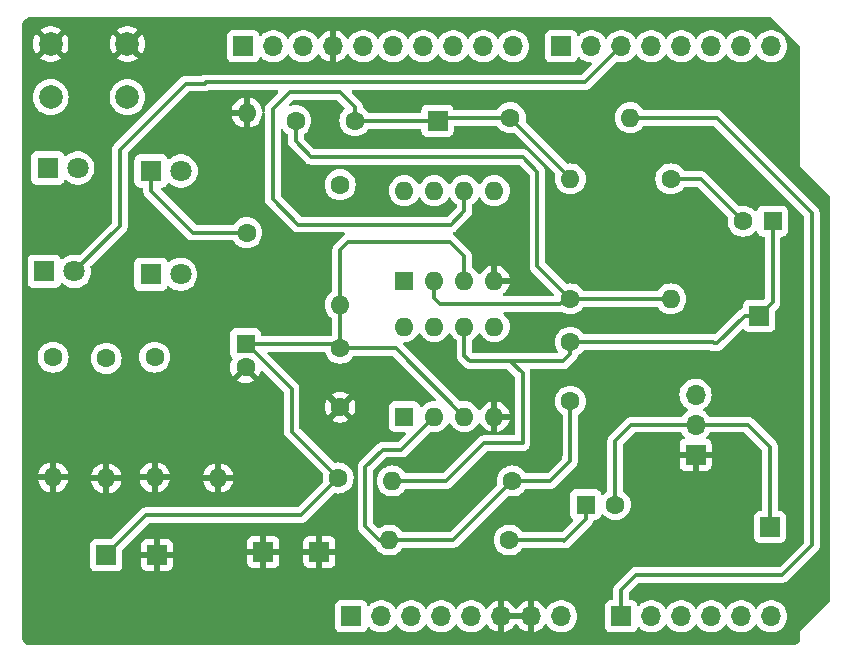
<source format=gbr>
%TF.GenerationSoftware,KiCad,Pcbnew,8.0.1*%
%TF.CreationDate,2024-05-23T19:57:17+02:00*%
%TF.ProjectId,Lab1,4c616231-2e6b-4696-9361-645f70636258,V0.1*%
%TF.SameCoordinates,Original*%
%TF.FileFunction,Copper,L4,Bot*%
%TF.FilePolarity,Positive*%
%FSLAX46Y46*%
G04 Gerber Fmt 4.6, Leading zero omitted, Abs format (unit mm)*
G04 Created by KiCad (PCBNEW 8.0.1) date 2024-05-23 19:57:17*
%MOMM*%
%LPD*%
G01*
G04 APERTURE LIST*
%TA.AperFunction,ComponentPad*%
%ADD10C,1.600000*%
%TD*%
%TA.AperFunction,ComponentPad*%
%ADD11O,1.600000X1.600000*%
%TD*%
%TA.AperFunction,ComponentPad*%
%ADD12R,1.700000X1.700000*%
%TD*%
%TA.AperFunction,ComponentPad*%
%ADD13R,1.800000X1.800000*%
%TD*%
%TA.AperFunction,ComponentPad*%
%ADD14C,1.800000*%
%TD*%
%TA.AperFunction,ComponentPad*%
%ADD15R,1.600000X1.600000*%
%TD*%
%TA.AperFunction,ComponentPad*%
%ADD16C,2.000000*%
%TD*%
%TA.AperFunction,ComponentPad*%
%ADD17O,1.700000X1.700000*%
%TD*%
%TA.AperFunction,Conductor*%
%ADD18C,0.300000*%
%TD*%
G04 APERTURE END LIST*
D10*
%TO.P,R3,1*%
%TO.N,Net-(C1-Pad1)*%
X141330000Y-91000000D03*
D11*
%TO.P,R3,2*%
%TO.N,Net-(OP1--)*%
X131170000Y-91000000D03*
%TD*%
D12*
%TO.P,TP2,1,1*%
%TO.N,Net-(OP1-+)*%
X107200000Y-92300000D03*
%TD*%
D10*
%TO.P,R5,1*%
%TO.N,Net-(C5-Pad2)*%
X155000000Y-60420000D03*
D11*
%TO.P,R5,2*%
%TO.N,Net-(OP2--)*%
X155000000Y-70580000D03*
%TD*%
D12*
%TO.P,TP6,1,1*%
%TO.N,Net-(C6-Pad2)*%
X135250000Y-55500000D03*
%TD*%
%TO.P,TP3,1,1*%
%TO.N,Net-(C3-Pad2)*%
X162500000Y-72000000D03*
%TD*%
D10*
%TO.P,R6,1*%
%TO.N,Net-(OP2--)*%
X146500000Y-70580000D03*
D11*
%TO.P,R6,2*%
%TO.N,Net-(C6-Pad2)*%
X146500000Y-60420000D03*
%TD*%
D13*
%TO.P,D3,1,K*%
%TO.N,Net-(D3-K)*%
X110960000Y-68500000D03*
D14*
%TO.P,D3,2,A*%
%TO.N,LED_Green*%
X113500000Y-68500000D03*
%TD*%
D10*
%TO.P,C3,1*%
%TO.N,Net-(OP1--)*%
X146500000Y-79250000D03*
%TO.P,C3,2*%
%TO.N,Net-(C3-Pad2)*%
X146500000Y-74250000D03*
%TD*%
D15*
%TO.P,C1,1*%
%TO.N,Net-(C1-Pad1)*%
X147800000Y-88000000D03*
D10*
%TO.P,C1,2*%
%TO.N,Net-(J1-Pin_2)*%
X150300000Y-88000000D03*
%TD*%
D15*
%TO.P,OP2,1,NC*%
%TO.N,unconnected-(OP2-NC-Pad1)*%
X132450000Y-69050000D03*
D11*
%TO.P,OP2,2,-*%
%TO.N,Net-(OP2--)*%
X134990000Y-69050000D03*
%TO.P,OP2,3,+*%
%TO.N,Net-(OP1-+)*%
X137530000Y-69050000D03*
%TO.P,OP2,4,V-*%
%TO.N,GND*%
X140070000Y-69050000D03*
%TO.P,OP2,5,NC*%
%TO.N,unconnected-(OP2-NC-Pad5)*%
X140070000Y-61430000D03*
%TO.P,OP2,6*%
%TO.N,Net-(C6-Pad2)*%
X137530000Y-61430000D03*
%TO.P,OP2,7,V+*%
%TO.N,VCC*%
X134990000Y-61430000D03*
%TO.P,OP2,8,NC*%
%TO.N,unconnected-(OP2-NC-Pad8)*%
X132450000Y-61430000D03*
%TD*%
D15*
%TO.P,C5,1*%
%TO.N,Net-(C3-Pad2)*%
X163617677Y-64000000D03*
D10*
%TO.P,C5,2*%
%TO.N,Net-(C5-Pad2)*%
X161117677Y-64000000D03*
%TD*%
D15*
%TO.P,OP1,1,NC*%
%TO.N,unconnected-(OP1-NC-Pad1)*%
X132450000Y-80550000D03*
D11*
%TO.P,OP1,2,-*%
%TO.N,Net-(OP1--)*%
X134990000Y-80550000D03*
%TO.P,OP1,3,+*%
%TO.N,Net-(OP1-+)*%
X137530000Y-80550000D03*
%TO.P,OP1,4,V-*%
%TO.N,GND*%
X140070000Y-80550000D03*
%TO.P,OP1,5,NC*%
%TO.N,unconnected-(OP1-NC-Pad5)*%
X140070000Y-72930000D03*
%TO.P,OP1,6*%
%TO.N,Net-(C3-Pad2)*%
X137530000Y-72930000D03*
%TO.P,OP1,7,V+*%
%TO.N,VCC*%
X134990000Y-72930000D03*
%TO.P,OP1,8,NC*%
%TO.N,unconnected-(OP1-NC-Pad8)*%
X132450000Y-72930000D03*
%TD*%
D10*
%TO.P,R4,1*%
%TO.N,Net-(OP1--)*%
X141580000Y-86000000D03*
D11*
%TO.P,R4,2*%
%TO.N,Net-(C3-Pad2)*%
X131420000Y-86000000D03*
%TD*%
D10*
%TO.P,C4,1*%
%TO.N,Net-(OP1-+)*%
X127000000Y-74750000D03*
%TO.P,C4,2*%
%TO.N,GND*%
X127000000Y-79750000D03*
%TD*%
D12*
%TO.P,TP1,1,1*%
%TO.N,Net-(J1-Pin_2)*%
X163400000Y-89900000D03*
%TD*%
D10*
%TO.P,R11,1*%
%TO.N,Net-(D4-K)*%
X119100000Y-64980000D03*
D11*
%TO.P,R11,2*%
%TO.N,GND*%
X119100000Y-54820000D03*
%TD*%
D13*
%TO.P,D2,1,K*%
%TO.N,Net-(D2-K)*%
X101960000Y-68250000D03*
D14*
%TO.P,D2,2,A*%
%TO.N,LED_Orange*%
X104500000Y-68250000D03*
%TD*%
D12*
%TO.P,TP5,1,1*%
%TO.N,GND*%
X120500000Y-92000000D03*
%TD*%
D10*
%TO.P,R2,1*%
%TO.N,Net-(OP1-+)*%
X126830000Y-85750000D03*
D11*
%TO.P,R2,2*%
%TO.N,GND*%
X116670000Y-85750000D03*
%TD*%
D15*
%TO.P,C2,1*%
%TO.N,Net-(OP1-+)*%
X119000000Y-74382323D03*
D10*
%TO.P,C2,2*%
%TO.N,GND*%
X119000000Y-76382323D03*
%TD*%
%TO.P,R9,1*%
%TO.N,Net-(D2-K)*%
X102700000Y-75520000D03*
D11*
%TO.P,R9,2*%
%TO.N,GND*%
X102700000Y-85680000D03*
%TD*%
D12*
%TO.P,TP7,1,1*%
%TO.N,GND*%
X125250000Y-92000000D03*
%TD*%
D13*
%TO.P,D4,1,K*%
%TO.N,Net-(D4-K)*%
X111000000Y-59750000D03*
D14*
%TO.P,D4,2,A*%
%TO.N,VCC*%
X113540000Y-59750000D03*
%TD*%
D16*
%TO.P,SW1,1,1*%
%TO.N,Push_Button*%
X109000000Y-53500000D03*
X102500000Y-53500000D03*
%TO.P,SW1,2,2*%
%TO.N,GND*%
X109000000Y-49000000D03*
X102500000Y-49000000D03*
%TD*%
D13*
%TO.P,D1,1,K*%
%TO.N,Net-(D1-K)*%
X102250000Y-59500000D03*
D14*
%TO.P,D1,2,A*%
%TO.N,LED_Red*%
X104790000Y-59500000D03*
%TD*%
D10*
%TO.P,R10,1*%
%TO.N,Net-(D3-K)*%
X111300000Y-75520000D03*
D11*
%TO.P,R10,2*%
%TO.N,GND*%
X111300000Y-85680000D03*
%TD*%
D10*
%TO.P,R8,1*%
%TO.N,Net-(D1-K)*%
X107200000Y-75620000D03*
D11*
%TO.P,R8,2*%
%TO.N,GND*%
X107200000Y-85780000D03*
%TD*%
D10*
%TO.P,R1,1*%
%TO.N,VCC*%
X127000000Y-60920000D03*
D11*
%TO.P,R1,2*%
%TO.N,Net-(OP1-+)*%
X127000000Y-71080000D03*
%TD*%
D10*
%TO.P,R7,1*%
%TO.N,Net-(C6-Pad2)*%
X141420000Y-55250000D03*
D11*
%TO.P,R7,2*%
%TO.N,/Vout*%
X151580000Y-55250000D03*
%TD*%
D10*
%TO.P,C6,1*%
%TO.N,Net-(OP2--)*%
X123250000Y-55500000D03*
%TO.P,C6,2*%
%TO.N,Net-(C6-Pad2)*%
X128250000Y-55500000D03*
%TD*%
D12*
%TO.P,J1,1,Pin_1*%
%TO.N,GND*%
X157100000Y-83775000D03*
D17*
%TO.P,J1,2,Pin_2*%
%TO.N,Net-(J1-Pin_2)*%
X157100000Y-81235000D03*
%TO.P,J1,3,Pin_3*%
%TO.N,VCC*%
X157100000Y-78695000D03*
%TD*%
D12*
%TO.P,TP4,1,1*%
%TO.N,GND*%
X111500000Y-92250000D03*
%TD*%
%TO.P,J2,1,Pin_1*%
%TO.N,unconnected-(J2-Pin_1-Pad1)*%
X127940000Y-97460000D03*
D17*
%TO.P,J2,2,Pin_2*%
%TO.N,unconnected-(J2-Pin_2-Pad2)*%
X130480000Y-97460000D03*
%TO.P,J2,3,Pin_3*%
%TO.N,unconnected-(J2-Pin_3-Pad3)*%
X133020000Y-97460000D03*
%TO.P,J2,4,Pin_4*%
%TO.N,unconnected-(J2-Pin_4-Pad4)*%
X135560000Y-97460000D03*
%TO.P,J2,5,Pin_5*%
%TO.N,VCC*%
X138100000Y-97460000D03*
%TO.P,J2,6,Pin_6*%
%TO.N,GND*%
X140640000Y-97460000D03*
%TO.P,J2,7,Pin_7*%
X143180000Y-97460000D03*
%TO.P,J2,8,Pin_8*%
%TO.N,unconnected-(J2-Pin_8-Pad8)*%
X145720000Y-97460000D03*
%TD*%
D12*
%TO.P,J3,1,Pin_1*%
%TO.N,/Vout*%
X150800000Y-97460000D03*
D17*
%TO.P,J3,2,Pin_2*%
%TO.N,unconnected-(J3-Pin_2-Pad2)*%
X153340000Y-97460000D03*
%TO.P,J3,3,Pin_3*%
%TO.N,unconnected-(J3-Pin_3-Pad3)*%
X155880000Y-97460000D03*
%TO.P,J3,4,Pin_4*%
%TO.N,unconnected-(J3-Pin_4-Pad4)*%
X158420000Y-97460000D03*
%TO.P,J3,5,Pin_5*%
%TO.N,unconnected-(J3-Pin_5-Pad5)*%
X160960000Y-97460000D03*
%TO.P,J3,6,Pin_6*%
%TO.N,unconnected-(J3-Pin_6-Pad6)*%
X163500000Y-97460000D03*
%TD*%
D12*
%TO.P,J4,1,Pin_1*%
%TO.N,unconnected-(J4-Pin_1-Pad1)*%
X118796000Y-49200000D03*
D17*
%TO.P,J4,2,Pin_2*%
%TO.N,unconnected-(J4-Pin_2-Pad2)*%
X121336000Y-49200000D03*
%TO.P,J4,3,Pin_3*%
%TO.N,unconnected-(J4-Pin_3-Pad3)*%
X123876000Y-49200000D03*
%TO.P,J4,4,Pin_4*%
%TO.N,GND*%
X126416000Y-49200000D03*
%TO.P,J4,5,Pin_5*%
%TO.N,unconnected-(J4-Pin_5-Pad5)*%
X128956000Y-49200000D03*
%TO.P,J4,6,Pin_6*%
%TO.N,unconnected-(J4-Pin_6-Pad6)*%
X131496000Y-49200000D03*
%TO.P,J4,7,Pin_7*%
%TO.N,unconnected-(J4-Pin_7-Pad7)*%
X134036000Y-49200000D03*
%TO.P,J4,8,Pin_8*%
%TO.N,unconnected-(J4-Pin_8-Pad8)*%
X136576000Y-49200000D03*
%TO.P,J4,9,Pin_9*%
%TO.N,unconnected-(J4-Pin_9-Pad9)*%
X139116000Y-49200000D03*
%TO.P,J4,10,Pin_10*%
%TO.N,unconnected-(J4-Pin_10-Pad10)*%
X141656000Y-49200000D03*
%TD*%
D12*
%TO.P,J5,1,Pin_1*%
%TO.N,Push_Button*%
X145720000Y-49200000D03*
D17*
%TO.P,J5,2,Pin_2*%
%TO.N,LED_Red*%
X148260000Y-49200000D03*
%TO.P,J5,3,Pin_3*%
%TO.N,LED_Orange*%
X150800000Y-49200000D03*
%TO.P,J5,4,Pin_4*%
%TO.N,LED_Green*%
X153340000Y-49200000D03*
%TO.P,J5,5,Pin_5*%
%TO.N,unconnected-(J5-Pin_5-Pad5)*%
X155880000Y-49200000D03*
%TO.P,J5,6,Pin_6*%
%TO.N,unconnected-(J5-Pin_6-Pad6)*%
X158420000Y-49200000D03*
%TO.P,J5,7,Pin_7*%
%TO.N,unconnected-(J5-Pin_7-Pad7)*%
X160960000Y-49200000D03*
%TO.P,J5,8,Pin_8*%
%TO.N,unconnected-(J5-Pin_8-Pad8)*%
X163500000Y-49200000D03*
%TD*%
D18*
%TO.N,Net-(C1-Pad1)*%
X147800000Y-89200000D02*
X145950000Y-91050000D01*
X145950000Y-91050000D02*
X145900000Y-91000000D01*
X147800000Y-88000000D02*
X147800000Y-89200000D01*
X145900000Y-91000000D02*
X141330000Y-91000000D01*
%TO.N,Net-(J1-Pin_2)*%
X161535000Y-81235000D02*
X163400000Y-83100000D01*
X157100000Y-81235000D02*
X151665000Y-81235000D01*
X157100000Y-81235000D02*
X161535000Y-81235000D01*
X150300000Y-82600000D02*
X150300000Y-88000000D01*
X151665000Y-81235000D02*
X150300000Y-82600000D01*
X163400000Y-83100000D02*
X163400000Y-89900000D01*
%TO.N,Net-(OP1-+)*%
X127700000Y-65750000D02*
X127000000Y-66450000D01*
X122900000Y-78200000D02*
X119082323Y-74382323D01*
X122900000Y-81820000D02*
X122900000Y-78200000D01*
X119082323Y-74382323D02*
X119000000Y-74382323D01*
X110600000Y-88900000D02*
X107200000Y-92300000D01*
X136300000Y-65750000D02*
X127700000Y-65750000D01*
X127000000Y-66450000D02*
X127000000Y-71080000D01*
X126632323Y-74382323D02*
X127000000Y-74750000D01*
X137530000Y-66980000D02*
X136300000Y-65750000D01*
X127000000Y-74750000D02*
X131730000Y-74750000D01*
X126830000Y-85750000D02*
X122900000Y-81820000D01*
X131730000Y-74750000D02*
X137530000Y-80550000D01*
X126830000Y-85750000D02*
X123680000Y-88900000D01*
X123680000Y-88900000D02*
X110600000Y-88900000D01*
X119000000Y-74382323D02*
X126632323Y-74382323D01*
X127000000Y-71080000D02*
X127000000Y-74750000D01*
X137530000Y-69050000D02*
X137530000Y-66980000D01*
%TO.N,Net-(C3-Pad2)*%
X158550000Y-74250000D02*
X146500000Y-74250000D01*
X158650000Y-74350000D02*
X158550000Y-74250000D01*
X163617677Y-64000000D02*
X163617677Y-70882323D01*
X141400000Y-75850000D02*
X138000000Y-75850000D01*
X142450000Y-82800000D02*
X142450000Y-76900000D01*
X137530000Y-75380000D02*
X137530000Y-72930000D01*
X139200000Y-82800000D02*
X142450000Y-82800000D01*
X142450000Y-76900000D02*
X141400000Y-75850000D01*
X146500000Y-74250000D02*
X146500000Y-75250000D01*
X131420000Y-86000000D02*
X136000000Y-86000000D01*
X136000000Y-86000000D02*
X139200000Y-82800000D01*
X158900000Y-74350000D02*
X158650000Y-74350000D01*
X161250000Y-72000000D02*
X158900000Y-74350000D01*
X138000000Y-75850000D02*
X137530000Y-75380000D01*
X162500000Y-72000000D02*
X161250000Y-72000000D01*
X163617677Y-70882323D02*
X162500000Y-72000000D01*
X146500000Y-75250000D02*
X145900000Y-75850000D01*
X145900000Y-75850000D02*
X141400000Y-75850000D01*
%TO.N,Net-(OP1--)*%
X129150000Y-84800000D02*
X129150000Y-89850000D01*
X129150000Y-89850000D02*
X130300000Y-91000000D01*
X130600000Y-83350000D02*
X129150000Y-84800000D01*
X136580000Y-91000000D02*
X141580000Y-86000000D01*
X132190000Y-83350000D02*
X130600000Y-83350000D01*
X146450000Y-84350000D02*
X146450000Y-84050000D01*
X131170000Y-91000000D02*
X136580000Y-91000000D01*
X141580000Y-86000000D02*
X144800000Y-86000000D01*
X146450000Y-84050000D02*
X146500000Y-84000000D01*
X144800000Y-86000000D02*
X146450000Y-84350000D01*
X130300000Y-91000000D02*
X131170000Y-91000000D01*
X134990000Y-80550000D02*
X132190000Y-83350000D01*
X146500000Y-84000000D02*
X146500000Y-79250000D01*
%TO.N,Net-(C5-Pad2)*%
X155000000Y-60420000D02*
X157537677Y-60420000D01*
X157537677Y-60420000D02*
X161117677Y-64000000D01*
%TO.N,Net-(OP2--)*%
X123250000Y-55500000D02*
X123250000Y-57250000D01*
X146070000Y-70580000D02*
X145650000Y-71000000D01*
X145650000Y-71000000D02*
X135450000Y-71000000D01*
X143700000Y-67780000D02*
X146500000Y-70580000D01*
X146500000Y-70580000D02*
X155000000Y-70580000D01*
X135450000Y-71000000D02*
X134990000Y-70540000D01*
X134990000Y-70540000D02*
X134990000Y-69050000D01*
X124550000Y-58550000D02*
X142450000Y-58550000D01*
X142450000Y-58550000D02*
X143700000Y-59800000D01*
X123250000Y-57250000D02*
X124550000Y-58550000D01*
X143700000Y-59800000D02*
X143700000Y-67780000D01*
X146500000Y-70580000D02*
X146070000Y-70580000D01*
%TO.N,Net-(C6-Pad2)*%
X128250000Y-54300000D02*
X128250000Y-55500000D01*
X122750000Y-53050000D02*
X127000000Y-53050000D01*
X141420000Y-55250000D02*
X135500000Y-55250000D01*
X137530000Y-61430000D02*
X137530000Y-63170000D01*
X135500000Y-55250000D02*
X135250000Y-55500000D01*
X123450000Y-64300000D02*
X121300000Y-62150000D01*
X127000000Y-53050000D02*
X128250000Y-54300000D01*
X141420000Y-55250000D02*
X146500000Y-60330000D01*
X135250000Y-55500000D02*
X128250000Y-55500000D01*
X121300000Y-54500000D02*
X122750000Y-53050000D01*
X136400000Y-64300000D02*
X123450000Y-64300000D01*
X146500000Y-60330000D02*
X146500000Y-60420000D01*
X121300000Y-62150000D02*
X121300000Y-54500000D01*
X137530000Y-63170000D02*
X136400000Y-64300000D01*
%TO.N,LED_Orange*%
X108350000Y-64400000D02*
X104500000Y-68250000D01*
X115650000Y-52250000D02*
X115550000Y-52350000D01*
X113950000Y-52350000D02*
X108350000Y-57950000D01*
X108350000Y-57950000D02*
X108350000Y-64400000D01*
X147750000Y-52250000D02*
X115650000Y-52250000D01*
X150800000Y-49200000D02*
X147750000Y-52250000D01*
X115550000Y-52350000D02*
X113950000Y-52350000D01*
%TO.N,Net-(D4-K)*%
X114530000Y-64980000D02*
X119100000Y-64980000D01*
X111000000Y-59750000D02*
X111000000Y-61450000D01*
X111000000Y-61450000D02*
X114530000Y-64980000D01*
%TO.N,/Vout*%
X152050000Y-93950000D02*
X150800000Y-95200000D01*
X166950000Y-63300000D02*
X166950000Y-91450000D01*
X158900000Y-55250000D02*
X166950000Y-63300000D01*
X150800000Y-95200000D02*
X150800000Y-97460000D01*
X151580000Y-55250000D02*
X158900000Y-55250000D01*
X166950000Y-91450000D02*
X164450000Y-93950000D01*
X164450000Y-93950000D02*
X152050000Y-93950000D01*
%TD*%
%TA.AperFunction,Conductor*%
%TO.N,GND*%
G36*
X142714075Y-97267007D02*
G01*
X142680000Y-97394174D01*
X142680000Y-97525826D01*
X142714075Y-97652993D01*
X142746988Y-97710000D01*
X141073012Y-97710000D01*
X141105925Y-97652993D01*
X141140000Y-97525826D01*
X141140000Y-97394174D01*
X141105925Y-97267007D01*
X141073012Y-97210000D01*
X142746988Y-97210000D01*
X142714075Y-97267007D01*
G37*
%TD.AperFunction*%
%TA.AperFunction,Conductor*%
G36*
X122163703Y-56236410D02*
G01*
X122184071Y-56258995D01*
X122243802Y-56344300D01*
X122243804Y-56344302D01*
X122405698Y-56506197D01*
X122447368Y-56535374D01*
X122534242Y-56596204D01*
X122538623Y-56599271D01*
X122582248Y-56653847D01*
X122591500Y-56700846D01*
X122591500Y-57185143D01*
X122591500Y-57314857D01*
X122591500Y-57314859D01*
X122591499Y-57314859D01*
X122616804Y-57442071D01*
X122616806Y-57442077D01*
X122666443Y-57561913D01*
X122666447Y-57561920D01*
X122738510Y-57669771D01*
X124130227Y-59061488D01*
X124130231Y-59061491D01*
X124238076Y-59133551D01*
X124238080Y-59133553D01*
X124238083Y-59133555D01*
X124357923Y-59183195D01*
X124464036Y-59204301D01*
X124485143Y-59208500D01*
X124485144Y-59208500D01*
X124614857Y-59208500D01*
X142125878Y-59208500D01*
X142192917Y-59228185D01*
X142213559Y-59244819D01*
X143005181Y-60036441D01*
X143038666Y-60097764D01*
X143041500Y-60124122D01*
X143041500Y-67715143D01*
X143041500Y-67844857D01*
X143041500Y-67844859D01*
X143041499Y-67844859D01*
X143066804Y-67972071D01*
X143066806Y-67972077D01*
X143116443Y-68091913D01*
X143116447Y-68091920D01*
X143188510Y-68199771D01*
X143188511Y-68199772D01*
X145118559Y-70129819D01*
X145152044Y-70191142D01*
X145147060Y-70260834D01*
X145105188Y-70316767D01*
X145039724Y-70341184D01*
X145030878Y-70341500D01*
X140885306Y-70341500D01*
X140818267Y-70321815D01*
X140772512Y-70269011D01*
X140762568Y-70199853D01*
X140791593Y-70136297D01*
X140814182Y-70115926D01*
X140908816Y-70049661D01*
X141069657Y-69888820D01*
X141200134Y-69702482D01*
X141296265Y-69496326D01*
X141296269Y-69496317D01*
X141348872Y-69300000D01*
X140385686Y-69300000D01*
X140390080Y-69295606D01*
X140442741Y-69204394D01*
X140470000Y-69102661D01*
X140470000Y-68997339D01*
X140442741Y-68895606D01*
X140390080Y-68804394D01*
X140385686Y-68800000D01*
X141348872Y-68800000D01*
X141348872Y-68799999D01*
X141296269Y-68603682D01*
X141296265Y-68603673D01*
X141200134Y-68397517D01*
X141069657Y-68211179D01*
X140908820Y-68050342D01*
X140722482Y-67919865D01*
X140516328Y-67823734D01*
X140320000Y-67771127D01*
X140320000Y-68734314D01*
X140315606Y-68729920D01*
X140224394Y-68677259D01*
X140122661Y-68650000D01*
X140017339Y-68650000D01*
X139915606Y-68677259D01*
X139824394Y-68729920D01*
X139820000Y-68734314D01*
X139820000Y-67771127D01*
X139623671Y-67823734D01*
X139417517Y-67919865D01*
X139231179Y-68050342D01*
X139070342Y-68211179D01*
X138939865Y-68397517D01*
X138917071Y-68446401D01*
X138870898Y-68498840D01*
X138803705Y-68517992D01*
X138736824Y-68497776D01*
X138692307Y-68446401D01*
X138667523Y-68393251D01*
X138536198Y-68205700D01*
X138374300Y-68043802D01*
X138370430Y-68041092D01*
X138241376Y-67950726D01*
X138197751Y-67896149D01*
X138188500Y-67849152D01*
X138188500Y-66915142D01*
X138181494Y-66879918D01*
X138181494Y-66879917D01*
X138163196Y-66787930D01*
X138163195Y-66787923D01*
X138113555Y-66668083D01*
X138113553Y-66668080D01*
X138113551Y-66668076D01*
X138041491Y-66560231D01*
X138041488Y-66560227D01*
X136719771Y-65238510D01*
X136611920Y-65166447D01*
X136611919Y-65166446D01*
X136611917Y-65166445D01*
X136611913Y-65166443D01*
X136611907Y-65166440D01*
X136597011Y-65160270D01*
X136542608Y-65116428D01*
X136520544Y-65050134D01*
X136537824Y-64982435D01*
X136588962Y-64934825D01*
X136597002Y-64931153D01*
X136711917Y-64883555D01*
X136819769Y-64811491D01*
X138041490Y-63589769D01*
X138067557Y-63550757D01*
X138113555Y-63481917D01*
X138163194Y-63362077D01*
X138171475Y-63320444D01*
X138188500Y-63234859D01*
X138188500Y-62630846D01*
X138208185Y-62563807D01*
X138241377Y-62529271D01*
X138374301Y-62436197D01*
X138374305Y-62436193D01*
X138536198Y-62274300D01*
X138667523Y-62086749D01*
X138687618Y-62043655D01*
X138733790Y-61991215D01*
X138800983Y-61972063D01*
X138867864Y-61992278D01*
X138912382Y-62043655D01*
X138932477Y-62086749D01*
X139063802Y-62274300D01*
X139225700Y-62436198D01*
X139413251Y-62567523D01*
X139538091Y-62625736D01*
X139620750Y-62664281D01*
X139620752Y-62664281D01*
X139620757Y-62664284D01*
X139841913Y-62723543D01*
X140004832Y-62737796D01*
X140069998Y-62743498D01*
X140070000Y-62743498D01*
X140070002Y-62743498D01*
X140127021Y-62738509D01*
X140298087Y-62723543D01*
X140519243Y-62664284D01*
X140726749Y-62567523D01*
X140914300Y-62436198D01*
X141076198Y-62274300D01*
X141207523Y-62086749D01*
X141304284Y-61879243D01*
X141363543Y-61658087D01*
X141383498Y-61430000D01*
X141383165Y-61426198D01*
X141366802Y-61239166D01*
X141363543Y-61201913D01*
X141304284Y-60980757D01*
X141207523Y-60773251D01*
X141076198Y-60585700D01*
X140914300Y-60423802D01*
X140726749Y-60292477D01*
X140664080Y-60263254D01*
X140519249Y-60195718D01*
X140519238Y-60195714D01*
X140298089Y-60136457D01*
X140298081Y-60136456D01*
X140070002Y-60116502D01*
X140069998Y-60116502D01*
X139841918Y-60136456D01*
X139841910Y-60136457D01*
X139620761Y-60195714D01*
X139620750Y-60195718D01*
X139413254Y-60292475D01*
X139413252Y-60292476D01*
X139413251Y-60292477D01*
X139225700Y-60423802D01*
X139225698Y-60423803D01*
X139225695Y-60423806D01*
X139063806Y-60585695D01*
X139063803Y-60585698D01*
X139063802Y-60585700D01*
X139021437Y-60646204D01*
X138932476Y-60773251D01*
X138912382Y-60816345D01*
X138866209Y-60868784D01*
X138799016Y-60887936D01*
X138732135Y-60867720D01*
X138687618Y-60816345D01*
X138667523Y-60773251D01*
X138615278Y-60698638D01*
X138536198Y-60585700D01*
X138374300Y-60423802D01*
X138186749Y-60292477D01*
X138124080Y-60263254D01*
X137979249Y-60195718D01*
X137979238Y-60195714D01*
X137758089Y-60136457D01*
X137758081Y-60136456D01*
X137530002Y-60116502D01*
X137529998Y-60116502D01*
X137301918Y-60136456D01*
X137301910Y-60136457D01*
X137080761Y-60195714D01*
X137080750Y-60195718D01*
X136873254Y-60292475D01*
X136873252Y-60292476D01*
X136873251Y-60292477D01*
X136685700Y-60423802D01*
X136685698Y-60423803D01*
X136685695Y-60423806D01*
X136523806Y-60585695D01*
X136523803Y-60585698D01*
X136523802Y-60585700D01*
X136481437Y-60646204D01*
X136392476Y-60773251D01*
X136372382Y-60816345D01*
X136326209Y-60868784D01*
X136259016Y-60887936D01*
X136192135Y-60867720D01*
X136147618Y-60816345D01*
X136127523Y-60773251D01*
X136075278Y-60698638D01*
X135996198Y-60585700D01*
X135834300Y-60423802D01*
X135646749Y-60292477D01*
X135584080Y-60263254D01*
X135439249Y-60195718D01*
X135439238Y-60195714D01*
X135218089Y-60136457D01*
X135218081Y-60136456D01*
X134990002Y-60116502D01*
X134989998Y-60116502D01*
X134761918Y-60136456D01*
X134761910Y-60136457D01*
X134540761Y-60195714D01*
X134540750Y-60195718D01*
X134333254Y-60292475D01*
X134333252Y-60292476D01*
X134333251Y-60292477D01*
X134145700Y-60423802D01*
X134145698Y-60423803D01*
X134145695Y-60423806D01*
X133983806Y-60585695D01*
X133983803Y-60585698D01*
X133983802Y-60585700D01*
X133941437Y-60646204D01*
X133852476Y-60773251D01*
X133832382Y-60816345D01*
X133786209Y-60868784D01*
X133719016Y-60887936D01*
X133652135Y-60867720D01*
X133607618Y-60816345D01*
X133587523Y-60773251D01*
X133535278Y-60698638D01*
X133456198Y-60585700D01*
X133294300Y-60423802D01*
X133106749Y-60292477D01*
X133044080Y-60263254D01*
X132899249Y-60195718D01*
X132899238Y-60195714D01*
X132678089Y-60136457D01*
X132678081Y-60136456D01*
X132450002Y-60116502D01*
X132449998Y-60116502D01*
X132221918Y-60136456D01*
X132221910Y-60136457D01*
X132000761Y-60195714D01*
X132000750Y-60195718D01*
X131793254Y-60292475D01*
X131793252Y-60292476D01*
X131793251Y-60292477D01*
X131605700Y-60423802D01*
X131605698Y-60423803D01*
X131605695Y-60423806D01*
X131443806Y-60585695D01*
X131443803Y-60585698D01*
X131443802Y-60585700D01*
X131369433Y-60691910D01*
X131312476Y-60773252D01*
X131312475Y-60773254D01*
X131215718Y-60980750D01*
X131215714Y-60980761D01*
X131156457Y-61201910D01*
X131156456Y-61201918D01*
X131136502Y-61429998D01*
X131136502Y-61430001D01*
X131156456Y-61658081D01*
X131156457Y-61658089D01*
X131215714Y-61879238D01*
X131215718Y-61879249D01*
X131292382Y-62043655D01*
X131312477Y-62086749D01*
X131443802Y-62274300D01*
X131605700Y-62436198D01*
X131793251Y-62567523D01*
X131918091Y-62625736D01*
X132000750Y-62664281D01*
X132000752Y-62664281D01*
X132000757Y-62664284D01*
X132221913Y-62723543D01*
X132384832Y-62737796D01*
X132449998Y-62743498D01*
X132450000Y-62743498D01*
X132450002Y-62743498D01*
X132507021Y-62738509D01*
X132678087Y-62723543D01*
X132899243Y-62664284D01*
X133106749Y-62567523D01*
X133294300Y-62436198D01*
X133456198Y-62274300D01*
X133587523Y-62086749D01*
X133607618Y-62043655D01*
X133653790Y-61991215D01*
X133720983Y-61972063D01*
X133787864Y-61992278D01*
X133832382Y-62043655D01*
X133852477Y-62086749D01*
X133983802Y-62274300D01*
X134145700Y-62436198D01*
X134333251Y-62567523D01*
X134458091Y-62625736D01*
X134540750Y-62664281D01*
X134540752Y-62664281D01*
X134540757Y-62664284D01*
X134761913Y-62723543D01*
X134924832Y-62737796D01*
X134989998Y-62743498D01*
X134990000Y-62743498D01*
X134990002Y-62743498D01*
X135047021Y-62738509D01*
X135218087Y-62723543D01*
X135439243Y-62664284D01*
X135646749Y-62567523D01*
X135834300Y-62436198D01*
X135996198Y-62274300D01*
X136127523Y-62086749D01*
X136147618Y-62043655D01*
X136193790Y-61991215D01*
X136260983Y-61972063D01*
X136327864Y-61992278D01*
X136372382Y-62043655D01*
X136392477Y-62086749D01*
X136523802Y-62274300D01*
X136523806Y-62274304D01*
X136685698Y-62436197D01*
X136818623Y-62529271D01*
X136862248Y-62583847D01*
X136871500Y-62630846D01*
X136871500Y-62845878D01*
X136851815Y-62912917D01*
X136835181Y-62933559D01*
X136163559Y-63605181D01*
X136102236Y-63638666D01*
X136075878Y-63641500D01*
X123774122Y-63641500D01*
X123707083Y-63621815D01*
X123686441Y-63605181D01*
X121994819Y-61913559D01*
X121961334Y-61852236D01*
X121958500Y-61825878D01*
X121958500Y-60920001D01*
X125686502Y-60920001D01*
X125706456Y-61148081D01*
X125706457Y-61148089D01*
X125765714Y-61369238D01*
X125765718Y-61369249D01*
X125833616Y-61514857D01*
X125862477Y-61576749D01*
X125993802Y-61764300D01*
X126155700Y-61926198D01*
X126343251Y-62057523D01*
X126405927Y-62086749D01*
X126550750Y-62154281D01*
X126550752Y-62154281D01*
X126550757Y-62154284D01*
X126771913Y-62213543D01*
X126934832Y-62227796D01*
X126999998Y-62233498D01*
X127000000Y-62233498D01*
X127000002Y-62233498D01*
X127057021Y-62228509D01*
X127228087Y-62213543D01*
X127449243Y-62154284D01*
X127656749Y-62057523D01*
X127844300Y-61926198D01*
X128006198Y-61764300D01*
X128137523Y-61576749D01*
X128234284Y-61369243D01*
X128293543Y-61148087D01*
X128313498Y-60920000D01*
X128309130Y-60870079D01*
X128307451Y-60850888D01*
X128293543Y-60691913D01*
X128234284Y-60470757D01*
X128137523Y-60263251D01*
X128006198Y-60075700D01*
X127844300Y-59913802D01*
X127656749Y-59782477D01*
X127615521Y-59763252D01*
X127449249Y-59685718D01*
X127449238Y-59685714D01*
X127228089Y-59626457D01*
X127228081Y-59626456D01*
X127000002Y-59606502D01*
X126999998Y-59606502D01*
X126771918Y-59626456D01*
X126771910Y-59626457D01*
X126550761Y-59685714D01*
X126550750Y-59685718D01*
X126343254Y-59782475D01*
X126343252Y-59782476D01*
X126272856Y-59831767D01*
X126155700Y-59913802D01*
X126155698Y-59913803D01*
X126155695Y-59913806D01*
X125993806Y-60075695D01*
X125993803Y-60075698D01*
X125993802Y-60075700D01*
X125925904Y-60172668D01*
X125862476Y-60263252D01*
X125862475Y-60263254D01*
X125765718Y-60470750D01*
X125765714Y-60470761D01*
X125706457Y-60691910D01*
X125706456Y-60691918D01*
X125686502Y-60919998D01*
X125686502Y-60920001D01*
X121958500Y-60920001D01*
X121958500Y-56330123D01*
X121978185Y-56263084D01*
X122030989Y-56217329D01*
X122100147Y-56207385D01*
X122163703Y-56236410D01*
G37*
%TD.AperFunction*%
%TA.AperFunction,Conductor*%
G36*
X163484404Y-46755185D02*
G01*
X163505046Y-46771819D01*
X165928181Y-49194954D01*
X165961666Y-49256277D01*
X165964500Y-49282635D01*
X165964500Y-59344982D01*
X165964500Y-59375018D01*
X165975994Y-59402767D01*
X165975995Y-59402768D01*
X168468181Y-61894954D01*
X168501666Y-61956277D01*
X168504500Y-61982635D01*
X168504500Y-96107364D01*
X168484815Y-96174403D01*
X168468181Y-96195045D01*
X165997233Y-98665994D01*
X165975995Y-98687231D01*
X165964500Y-98714982D01*
X165964500Y-99231907D01*
X165963903Y-99244062D01*
X165952505Y-99359778D01*
X165947763Y-99383618D01*
X165917832Y-99482290D01*
X165915789Y-99489024D01*
X165906486Y-99511482D01*
X165854561Y-99608627D01*
X165841056Y-99628839D01*
X165771176Y-99713988D01*
X165753988Y-99731176D01*
X165668839Y-99801056D01*
X165648627Y-99814561D01*
X165551482Y-99866486D01*
X165529028Y-99875787D01*
X165487028Y-99888528D01*
X165423618Y-99907763D01*
X165399778Y-99912505D01*
X165291162Y-99923203D01*
X165284060Y-99923903D01*
X165271907Y-99924500D01*
X100768093Y-99924500D01*
X100755939Y-99923903D01*
X100747995Y-99923120D01*
X100640221Y-99912505D01*
X100616381Y-99907763D01*
X100599445Y-99902625D01*
X100510968Y-99875786D01*
X100488517Y-99866486D01*
X100391372Y-99814561D01*
X100371160Y-99801056D01*
X100286011Y-99731176D01*
X100268823Y-99713988D01*
X100198943Y-99628839D01*
X100185438Y-99608627D01*
X100133510Y-99511476D01*
X100124215Y-99489037D01*
X100092234Y-99383612D01*
X100087494Y-99359777D01*
X100076097Y-99244061D01*
X100075500Y-99231907D01*
X100075500Y-98358654D01*
X126581500Y-98358654D01*
X126588011Y-98419202D01*
X126588011Y-98419204D01*
X126639111Y-98556204D01*
X126726739Y-98673261D01*
X126843796Y-98760889D01*
X126980799Y-98811989D01*
X127008050Y-98814918D01*
X127041345Y-98818499D01*
X127041362Y-98818500D01*
X128838638Y-98818500D01*
X128838654Y-98818499D01*
X128865692Y-98815591D01*
X128899201Y-98811989D01*
X129036204Y-98760889D01*
X129153261Y-98673261D01*
X129240889Y-98556204D01*
X129286138Y-98434887D01*
X129328009Y-98378956D01*
X129393474Y-98354539D01*
X129461746Y-98369391D01*
X129493545Y-98394236D01*
X129556760Y-98462906D01*
X129734424Y-98601189D01*
X129734425Y-98601189D01*
X129734427Y-98601191D01*
X129861135Y-98669761D01*
X129932426Y-98708342D01*
X130145365Y-98781444D01*
X130367431Y-98818500D01*
X130592569Y-98818500D01*
X130814635Y-98781444D01*
X131027574Y-98708342D01*
X131225576Y-98601189D01*
X131403240Y-98462906D01*
X131524594Y-98331082D01*
X131555715Y-98297276D01*
X131555715Y-98297275D01*
X131555722Y-98297268D01*
X131646193Y-98158790D01*
X131699338Y-98113437D01*
X131768569Y-98104013D01*
X131831905Y-98133515D01*
X131853804Y-98158787D01*
X131944278Y-98297268D01*
X131944283Y-98297273D01*
X131944284Y-98297276D01*
X132070968Y-98434889D01*
X132096760Y-98462906D01*
X132274424Y-98601189D01*
X132274425Y-98601189D01*
X132274427Y-98601191D01*
X132401135Y-98669761D01*
X132472426Y-98708342D01*
X132685365Y-98781444D01*
X132907431Y-98818500D01*
X133132569Y-98818500D01*
X133354635Y-98781444D01*
X133567574Y-98708342D01*
X133765576Y-98601189D01*
X133943240Y-98462906D01*
X134064594Y-98331082D01*
X134095715Y-98297276D01*
X134095715Y-98297275D01*
X134095722Y-98297268D01*
X134186193Y-98158790D01*
X134239338Y-98113437D01*
X134308569Y-98104013D01*
X134371905Y-98133515D01*
X134393804Y-98158787D01*
X134484278Y-98297268D01*
X134484283Y-98297273D01*
X134484284Y-98297276D01*
X134610968Y-98434889D01*
X134636760Y-98462906D01*
X134814424Y-98601189D01*
X134814425Y-98601189D01*
X134814427Y-98601191D01*
X134941135Y-98669761D01*
X135012426Y-98708342D01*
X135225365Y-98781444D01*
X135447431Y-98818500D01*
X135672569Y-98818500D01*
X135894635Y-98781444D01*
X136107574Y-98708342D01*
X136305576Y-98601189D01*
X136483240Y-98462906D01*
X136604594Y-98331082D01*
X136635715Y-98297276D01*
X136635715Y-98297275D01*
X136635722Y-98297268D01*
X136726193Y-98158790D01*
X136779338Y-98113437D01*
X136848569Y-98104013D01*
X136911905Y-98133515D01*
X136933804Y-98158787D01*
X137024278Y-98297268D01*
X137024283Y-98297273D01*
X137024284Y-98297276D01*
X137150968Y-98434889D01*
X137176760Y-98462906D01*
X137354424Y-98601189D01*
X137354425Y-98601189D01*
X137354427Y-98601191D01*
X137481135Y-98669761D01*
X137552426Y-98708342D01*
X137765365Y-98781444D01*
X137987431Y-98818500D01*
X138212569Y-98818500D01*
X138434635Y-98781444D01*
X138647574Y-98708342D01*
X138845576Y-98601189D01*
X139023240Y-98462906D01*
X139144594Y-98331082D01*
X139175715Y-98297276D01*
X139175715Y-98297275D01*
X139175722Y-98297268D01*
X139269749Y-98153347D01*
X139322894Y-98107994D01*
X139392125Y-98098570D01*
X139455461Y-98128072D01*
X139475130Y-98150048D01*
X139601890Y-98331078D01*
X139768917Y-98498105D01*
X139962421Y-98633600D01*
X140176507Y-98733429D01*
X140176516Y-98733433D01*
X140390000Y-98790634D01*
X140390000Y-97893012D01*
X140447007Y-97925925D01*
X140574174Y-97960000D01*
X140705826Y-97960000D01*
X140832993Y-97925925D01*
X140890000Y-97893012D01*
X140890000Y-98790633D01*
X141103483Y-98733433D01*
X141103492Y-98733429D01*
X141317578Y-98633600D01*
X141511082Y-98498105D01*
X141678105Y-98331082D01*
X141808425Y-98144968D01*
X141863002Y-98101344D01*
X141932501Y-98094151D01*
X141994855Y-98125673D01*
X142011575Y-98144968D01*
X142141894Y-98331082D01*
X142308917Y-98498105D01*
X142502421Y-98633600D01*
X142716507Y-98733429D01*
X142716516Y-98733433D01*
X142930000Y-98790634D01*
X142930000Y-97893012D01*
X142987007Y-97925925D01*
X143114174Y-97960000D01*
X143245826Y-97960000D01*
X143372993Y-97925925D01*
X143430000Y-97893012D01*
X143430000Y-98790633D01*
X143643483Y-98733433D01*
X143643492Y-98733429D01*
X143857578Y-98633600D01*
X144051082Y-98498105D01*
X144218105Y-98331082D01*
X144344868Y-98150048D01*
X144399445Y-98106423D01*
X144468944Y-98099231D01*
X144531298Y-98130753D01*
X144550251Y-98153350D01*
X144644276Y-98297265D01*
X144644284Y-98297276D01*
X144770968Y-98434889D01*
X144796760Y-98462906D01*
X144974424Y-98601189D01*
X144974425Y-98601189D01*
X144974427Y-98601191D01*
X145101135Y-98669761D01*
X145172426Y-98708342D01*
X145385365Y-98781444D01*
X145607431Y-98818500D01*
X145832569Y-98818500D01*
X146054635Y-98781444D01*
X146267574Y-98708342D01*
X146465576Y-98601189D01*
X146643240Y-98462906D01*
X146739212Y-98358654D01*
X149441500Y-98358654D01*
X149448011Y-98419202D01*
X149448011Y-98419204D01*
X149499111Y-98556204D01*
X149586739Y-98673261D01*
X149703796Y-98760889D01*
X149840799Y-98811989D01*
X149868050Y-98814918D01*
X149901345Y-98818499D01*
X149901362Y-98818500D01*
X151698638Y-98818500D01*
X151698654Y-98818499D01*
X151725692Y-98815591D01*
X151759201Y-98811989D01*
X151896204Y-98760889D01*
X152013261Y-98673261D01*
X152100889Y-98556204D01*
X152146138Y-98434887D01*
X152188009Y-98378956D01*
X152253474Y-98354539D01*
X152321746Y-98369391D01*
X152353545Y-98394236D01*
X152416760Y-98462906D01*
X152594424Y-98601189D01*
X152594425Y-98601189D01*
X152594427Y-98601191D01*
X152721135Y-98669761D01*
X152792426Y-98708342D01*
X153005365Y-98781444D01*
X153227431Y-98818500D01*
X153452569Y-98818500D01*
X153674635Y-98781444D01*
X153887574Y-98708342D01*
X154085576Y-98601189D01*
X154263240Y-98462906D01*
X154384594Y-98331082D01*
X154415715Y-98297276D01*
X154415715Y-98297275D01*
X154415722Y-98297268D01*
X154506193Y-98158790D01*
X154559338Y-98113437D01*
X154628569Y-98104013D01*
X154691905Y-98133515D01*
X154713804Y-98158787D01*
X154804278Y-98297268D01*
X154804283Y-98297273D01*
X154804284Y-98297276D01*
X154930968Y-98434889D01*
X154956760Y-98462906D01*
X155134424Y-98601189D01*
X155134425Y-98601189D01*
X155134427Y-98601191D01*
X155261135Y-98669761D01*
X155332426Y-98708342D01*
X155545365Y-98781444D01*
X155767431Y-98818500D01*
X155992569Y-98818500D01*
X156214635Y-98781444D01*
X156427574Y-98708342D01*
X156625576Y-98601189D01*
X156803240Y-98462906D01*
X156924594Y-98331082D01*
X156955715Y-98297276D01*
X156955715Y-98297275D01*
X156955722Y-98297268D01*
X157046193Y-98158790D01*
X157099338Y-98113437D01*
X157168569Y-98104013D01*
X157231905Y-98133515D01*
X157253804Y-98158787D01*
X157344278Y-98297268D01*
X157344283Y-98297273D01*
X157344284Y-98297276D01*
X157470968Y-98434889D01*
X157496760Y-98462906D01*
X157674424Y-98601189D01*
X157674425Y-98601189D01*
X157674427Y-98601191D01*
X157801135Y-98669761D01*
X157872426Y-98708342D01*
X158085365Y-98781444D01*
X158307431Y-98818500D01*
X158532569Y-98818500D01*
X158754635Y-98781444D01*
X158967574Y-98708342D01*
X159165576Y-98601189D01*
X159343240Y-98462906D01*
X159464594Y-98331082D01*
X159495715Y-98297276D01*
X159495715Y-98297275D01*
X159495722Y-98297268D01*
X159586193Y-98158790D01*
X159639338Y-98113437D01*
X159708569Y-98104013D01*
X159771905Y-98133515D01*
X159793804Y-98158787D01*
X159884278Y-98297268D01*
X159884283Y-98297273D01*
X159884284Y-98297276D01*
X160010968Y-98434889D01*
X160036760Y-98462906D01*
X160214424Y-98601189D01*
X160214425Y-98601189D01*
X160214427Y-98601191D01*
X160341135Y-98669761D01*
X160412426Y-98708342D01*
X160625365Y-98781444D01*
X160847431Y-98818500D01*
X161072569Y-98818500D01*
X161294635Y-98781444D01*
X161507574Y-98708342D01*
X161705576Y-98601189D01*
X161883240Y-98462906D01*
X162004594Y-98331082D01*
X162035715Y-98297276D01*
X162035715Y-98297275D01*
X162035722Y-98297268D01*
X162126193Y-98158790D01*
X162179338Y-98113437D01*
X162248569Y-98104013D01*
X162311905Y-98133515D01*
X162333804Y-98158787D01*
X162424278Y-98297268D01*
X162424283Y-98297273D01*
X162424284Y-98297276D01*
X162550968Y-98434889D01*
X162576760Y-98462906D01*
X162754424Y-98601189D01*
X162754425Y-98601189D01*
X162754427Y-98601191D01*
X162881135Y-98669761D01*
X162952426Y-98708342D01*
X163165365Y-98781444D01*
X163387431Y-98818500D01*
X163612569Y-98818500D01*
X163834635Y-98781444D01*
X164047574Y-98708342D01*
X164245576Y-98601189D01*
X164423240Y-98462906D01*
X164544594Y-98331082D01*
X164575715Y-98297276D01*
X164575717Y-98297273D01*
X164575722Y-98297268D01*
X164698860Y-98108791D01*
X164789296Y-97902616D01*
X164844564Y-97684368D01*
X164847164Y-97652993D01*
X164863156Y-97460005D01*
X164863156Y-97459994D01*
X164844565Y-97235640D01*
X164844563Y-97235628D01*
X164789296Y-97017385D01*
X164779071Y-96994075D01*
X164698860Y-96811209D01*
X164682706Y-96786484D01*
X164575723Y-96622734D01*
X164575715Y-96622723D01*
X164423243Y-96457097D01*
X164423238Y-96457092D01*
X164245577Y-96318812D01*
X164245572Y-96318808D01*
X164047580Y-96211661D01*
X164047577Y-96211659D01*
X164047574Y-96211658D01*
X164047571Y-96211657D01*
X164047569Y-96211656D01*
X163834637Y-96138556D01*
X163612569Y-96101500D01*
X163387431Y-96101500D01*
X163165362Y-96138556D01*
X162952430Y-96211656D01*
X162952419Y-96211661D01*
X162754427Y-96318808D01*
X162754422Y-96318812D01*
X162576761Y-96457092D01*
X162576756Y-96457097D01*
X162424284Y-96622723D01*
X162424276Y-96622734D01*
X162333808Y-96761206D01*
X162280662Y-96806562D01*
X162211431Y-96815986D01*
X162148095Y-96786484D01*
X162126192Y-96761206D01*
X162035723Y-96622734D01*
X162035715Y-96622723D01*
X161883243Y-96457097D01*
X161883238Y-96457092D01*
X161705577Y-96318812D01*
X161705572Y-96318808D01*
X161507580Y-96211661D01*
X161507577Y-96211659D01*
X161507574Y-96211658D01*
X161507571Y-96211657D01*
X161507569Y-96211656D01*
X161294637Y-96138556D01*
X161072569Y-96101500D01*
X160847431Y-96101500D01*
X160625362Y-96138556D01*
X160412430Y-96211656D01*
X160412419Y-96211661D01*
X160214427Y-96318808D01*
X160214422Y-96318812D01*
X160036761Y-96457092D01*
X160036756Y-96457097D01*
X159884284Y-96622723D01*
X159884276Y-96622734D01*
X159793808Y-96761206D01*
X159740662Y-96806562D01*
X159671431Y-96815986D01*
X159608095Y-96786484D01*
X159586192Y-96761206D01*
X159495723Y-96622734D01*
X159495715Y-96622723D01*
X159343243Y-96457097D01*
X159343238Y-96457092D01*
X159165577Y-96318812D01*
X159165572Y-96318808D01*
X158967580Y-96211661D01*
X158967577Y-96211659D01*
X158967574Y-96211658D01*
X158967571Y-96211657D01*
X158967569Y-96211656D01*
X158754637Y-96138556D01*
X158532569Y-96101500D01*
X158307431Y-96101500D01*
X158085362Y-96138556D01*
X157872430Y-96211656D01*
X157872419Y-96211661D01*
X157674427Y-96318808D01*
X157674422Y-96318812D01*
X157496761Y-96457092D01*
X157496756Y-96457097D01*
X157344284Y-96622723D01*
X157344276Y-96622734D01*
X157253808Y-96761206D01*
X157200662Y-96806562D01*
X157131431Y-96815986D01*
X157068095Y-96786484D01*
X157046192Y-96761206D01*
X156955723Y-96622734D01*
X156955715Y-96622723D01*
X156803243Y-96457097D01*
X156803238Y-96457092D01*
X156625577Y-96318812D01*
X156625572Y-96318808D01*
X156427580Y-96211661D01*
X156427577Y-96211659D01*
X156427574Y-96211658D01*
X156427571Y-96211657D01*
X156427569Y-96211656D01*
X156214637Y-96138556D01*
X155992569Y-96101500D01*
X155767431Y-96101500D01*
X155545362Y-96138556D01*
X155332430Y-96211656D01*
X155332419Y-96211661D01*
X155134427Y-96318808D01*
X155134422Y-96318812D01*
X154956761Y-96457092D01*
X154956756Y-96457097D01*
X154804284Y-96622723D01*
X154804276Y-96622734D01*
X154713808Y-96761206D01*
X154660662Y-96806562D01*
X154591431Y-96815986D01*
X154528095Y-96786484D01*
X154506192Y-96761206D01*
X154415723Y-96622734D01*
X154415715Y-96622723D01*
X154263243Y-96457097D01*
X154263238Y-96457092D01*
X154085577Y-96318812D01*
X154085572Y-96318808D01*
X153887580Y-96211661D01*
X153887577Y-96211659D01*
X153887574Y-96211658D01*
X153887571Y-96211657D01*
X153887569Y-96211656D01*
X153674637Y-96138556D01*
X153452569Y-96101500D01*
X153227431Y-96101500D01*
X153005362Y-96138556D01*
X152792430Y-96211656D01*
X152792419Y-96211661D01*
X152594427Y-96318808D01*
X152594422Y-96318812D01*
X152416761Y-96457092D01*
X152353548Y-96525760D01*
X152293661Y-96561750D01*
X152223823Y-96559649D01*
X152166207Y-96520124D01*
X152146138Y-96485110D01*
X152100889Y-96363796D01*
X152067214Y-96318812D01*
X152013261Y-96246739D01*
X151896204Y-96159111D01*
X151895172Y-96158726D01*
X151759203Y-96108011D01*
X151698654Y-96101500D01*
X151698638Y-96101500D01*
X151582500Y-96101500D01*
X151515461Y-96081815D01*
X151469706Y-96029011D01*
X151458500Y-95977500D01*
X151458500Y-95524122D01*
X151478185Y-95457083D01*
X151494819Y-95436441D01*
X152286441Y-94644819D01*
X152347764Y-94611334D01*
X152374122Y-94608500D01*
X164514859Y-94608500D01*
X164600444Y-94591475D01*
X164642077Y-94583194D01*
X164761917Y-94533555D01*
X164869769Y-94461491D01*
X167461491Y-91869769D01*
X167533555Y-91761917D01*
X167583194Y-91642077D01*
X167594835Y-91583555D01*
X167608500Y-91514858D01*
X167608500Y-63235140D01*
X167583195Y-63107928D01*
X167583194Y-63107927D01*
X167583194Y-63107923D01*
X167576100Y-63090797D01*
X167533558Y-62988089D01*
X167533550Y-62988075D01*
X167510646Y-62953797D01*
X167510645Y-62953796D01*
X167461489Y-62880228D01*
X159319771Y-54738510D01*
X159211920Y-54666447D01*
X159211919Y-54666446D01*
X159211917Y-54666445D01*
X159211915Y-54666444D01*
X159211913Y-54666443D01*
X159092077Y-54616806D01*
X159092071Y-54616804D01*
X158964859Y-54591500D01*
X158964857Y-54591500D01*
X152780847Y-54591500D01*
X152713808Y-54571815D01*
X152679274Y-54538626D01*
X152586198Y-54405700D01*
X152424300Y-54243802D01*
X152236749Y-54112477D01*
X152221697Y-54105458D01*
X152029249Y-54015718D01*
X152029238Y-54015714D01*
X151808089Y-53956457D01*
X151808081Y-53956456D01*
X151580002Y-53936502D01*
X151579998Y-53936502D01*
X151351918Y-53956456D01*
X151351910Y-53956457D01*
X151130761Y-54015714D01*
X151130750Y-54015718D01*
X150923254Y-54112475D01*
X150923252Y-54112476D01*
X150923251Y-54112477D01*
X150735700Y-54243802D01*
X150735698Y-54243803D01*
X150735695Y-54243806D01*
X150573806Y-54405695D01*
X150573803Y-54405698D01*
X150573802Y-54405700D01*
X150563789Y-54420000D01*
X150442476Y-54593252D01*
X150442475Y-54593254D01*
X150345718Y-54800750D01*
X150345714Y-54800761D01*
X150286457Y-55021910D01*
X150286456Y-55021918D01*
X150266502Y-55249998D01*
X150266502Y-55250001D01*
X150286456Y-55478081D01*
X150286457Y-55478089D01*
X150345714Y-55699238D01*
X150345718Y-55699249D01*
X150442475Y-55906745D01*
X150442477Y-55906749D01*
X150573802Y-56094300D01*
X150735700Y-56256198D01*
X150923251Y-56387523D01*
X150947122Y-56398654D01*
X151130750Y-56484281D01*
X151130752Y-56484281D01*
X151130757Y-56484284D01*
X151351913Y-56543543D01*
X151514832Y-56557796D01*
X151579998Y-56563498D01*
X151580000Y-56563498D01*
X151580002Y-56563498D01*
X151637021Y-56558509D01*
X151808087Y-56543543D01*
X152029243Y-56484284D01*
X152236749Y-56387523D01*
X152424300Y-56256198D01*
X152586198Y-56094300D01*
X152679273Y-55961374D01*
X152733850Y-55917751D01*
X152780847Y-55908500D01*
X158575878Y-55908500D01*
X158642917Y-55928185D01*
X158663559Y-55944819D01*
X166255181Y-63536441D01*
X166288666Y-63597764D01*
X166291500Y-63624122D01*
X166291500Y-91125878D01*
X166271815Y-91192917D01*
X166255181Y-91213559D01*
X164213559Y-93255181D01*
X164152236Y-93288666D01*
X164125878Y-93291500D01*
X151985141Y-93291500D01*
X151857928Y-93316804D01*
X151857922Y-93316806D01*
X151738086Y-93366443D01*
X151738079Y-93366447D01*
X151630228Y-93438510D01*
X150288510Y-94780228D01*
X150216447Y-94888079D01*
X150216443Y-94888086D01*
X150166806Y-95007922D01*
X150166804Y-95007928D01*
X150141500Y-95135140D01*
X150141500Y-95977500D01*
X150121815Y-96044539D01*
X150069011Y-96090294D01*
X150017500Y-96101500D01*
X149901345Y-96101500D01*
X149840797Y-96108011D01*
X149840795Y-96108011D01*
X149703795Y-96159111D01*
X149586739Y-96246739D01*
X149499111Y-96363795D01*
X149448011Y-96500795D01*
X149448011Y-96500797D01*
X149441500Y-96561345D01*
X149441500Y-98358654D01*
X146739212Y-98358654D01*
X146764594Y-98331082D01*
X146795715Y-98297276D01*
X146795717Y-98297273D01*
X146795722Y-98297268D01*
X146918860Y-98108791D01*
X147009296Y-97902616D01*
X147064564Y-97684368D01*
X147067164Y-97652993D01*
X147083156Y-97460005D01*
X147083156Y-97459994D01*
X147064565Y-97235640D01*
X147064563Y-97235628D01*
X147009296Y-97017385D01*
X146999071Y-96994075D01*
X146918860Y-96811209D01*
X146902706Y-96786484D01*
X146795723Y-96622734D01*
X146795715Y-96622723D01*
X146643243Y-96457097D01*
X146643238Y-96457092D01*
X146465577Y-96318812D01*
X146465572Y-96318808D01*
X146267580Y-96211661D01*
X146267577Y-96211659D01*
X146267574Y-96211658D01*
X146267571Y-96211657D01*
X146267569Y-96211656D01*
X146054637Y-96138556D01*
X145832569Y-96101500D01*
X145607431Y-96101500D01*
X145385362Y-96138556D01*
X145172430Y-96211656D01*
X145172419Y-96211661D01*
X144974427Y-96318808D01*
X144974422Y-96318812D01*
X144796761Y-96457092D01*
X144796756Y-96457097D01*
X144644284Y-96622723D01*
X144644276Y-96622734D01*
X144550251Y-96766650D01*
X144497105Y-96812007D01*
X144427873Y-96821430D01*
X144364538Y-96791928D01*
X144344868Y-96769951D01*
X144218113Y-96588926D01*
X144218108Y-96588920D01*
X144051082Y-96421894D01*
X143857578Y-96286399D01*
X143643492Y-96186570D01*
X143643486Y-96186567D01*
X143430000Y-96129364D01*
X143430000Y-97026988D01*
X143372993Y-96994075D01*
X143245826Y-96960000D01*
X143114174Y-96960000D01*
X142987007Y-96994075D01*
X142930000Y-97026988D01*
X142930000Y-96129364D01*
X142929999Y-96129364D01*
X142716513Y-96186567D01*
X142716507Y-96186570D01*
X142502422Y-96286399D01*
X142502420Y-96286400D01*
X142308926Y-96421886D01*
X142308920Y-96421891D01*
X142141891Y-96588920D01*
X142141890Y-96588922D01*
X142011575Y-96775031D01*
X141956998Y-96818655D01*
X141887499Y-96825848D01*
X141825145Y-96794326D01*
X141808425Y-96775031D01*
X141678109Y-96588922D01*
X141678108Y-96588920D01*
X141511082Y-96421894D01*
X141317578Y-96286399D01*
X141103492Y-96186570D01*
X141103486Y-96186567D01*
X140890000Y-96129364D01*
X140890000Y-97026988D01*
X140832993Y-96994075D01*
X140705826Y-96960000D01*
X140574174Y-96960000D01*
X140447007Y-96994075D01*
X140390000Y-97026988D01*
X140390000Y-96129364D01*
X140389999Y-96129364D01*
X140176513Y-96186567D01*
X140176507Y-96186570D01*
X139962422Y-96286399D01*
X139962420Y-96286400D01*
X139768926Y-96421886D01*
X139768920Y-96421891D01*
X139601891Y-96588920D01*
X139601890Y-96588922D01*
X139475131Y-96769952D01*
X139420554Y-96813577D01*
X139351055Y-96820769D01*
X139288701Y-96789247D01*
X139269752Y-96766656D01*
X139175722Y-96622732D01*
X139175715Y-96622725D01*
X139175715Y-96622723D01*
X139023243Y-96457097D01*
X139023238Y-96457092D01*
X138845577Y-96318812D01*
X138845572Y-96318808D01*
X138647580Y-96211661D01*
X138647577Y-96211659D01*
X138647574Y-96211658D01*
X138647571Y-96211657D01*
X138647569Y-96211656D01*
X138434637Y-96138556D01*
X138212569Y-96101500D01*
X137987431Y-96101500D01*
X137765362Y-96138556D01*
X137552430Y-96211656D01*
X137552419Y-96211661D01*
X137354427Y-96318808D01*
X137354422Y-96318812D01*
X137176761Y-96457092D01*
X137176756Y-96457097D01*
X137024284Y-96622723D01*
X137024276Y-96622734D01*
X136933808Y-96761206D01*
X136880662Y-96806562D01*
X136811431Y-96815986D01*
X136748095Y-96786484D01*
X136726192Y-96761206D01*
X136635723Y-96622734D01*
X136635715Y-96622723D01*
X136483243Y-96457097D01*
X136483238Y-96457092D01*
X136305577Y-96318812D01*
X136305572Y-96318808D01*
X136107580Y-96211661D01*
X136107577Y-96211659D01*
X136107574Y-96211658D01*
X136107571Y-96211657D01*
X136107569Y-96211656D01*
X135894637Y-96138556D01*
X135672569Y-96101500D01*
X135447431Y-96101500D01*
X135225362Y-96138556D01*
X135012430Y-96211656D01*
X135012419Y-96211661D01*
X134814427Y-96318808D01*
X134814422Y-96318812D01*
X134636761Y-96457092D01*
X134636756Y-96457097D01*
X134484284Y-96622723D01*
X134484276Y-96622734D01*
X134393808Y-96761206D01*
X134340662Y-96806562D01*
X134271431Y-96815986D01*
X134208095Y-96786484D01*
X134186192Y-96761206D01*
X134095723Y-96622734D01*
X134095715Y-96622723D01*
X133943243Y-96457097D01*
X133943238Y-96457092D01*
X133765577Y-96318812D01*
X133765572Y-96318808D01*
X133567580Y-96211661D01*
X133567577Y-96211659D01*
X133567574Y-96211658D01*
X133567571Y-96211657D01*
X133567569Y-96211656D01*
X133354637Y-96138556D01*
X133132569Y-96101500D01*
X132907431Y-96101500D01*
X132685362Y-96138556D01*
X132472430Y-96211656D01*
X132472419Y-96211661D01*
X132274427Y-96318808D01*
X132274422Y-96318812D01*
X132096761Y-96457092D01*
X132096756Y-96457097D01*
X131944284Y-96622723D01*
X131944276Y-96622734D01*
X131853808Y-96761206D01*
X131800662Y-96806562D01*
X131731431Y-96815986D01*
X131668095Y-96786484D01*
X131646192Y-96761206D01*
X131555723Y-96622734D01*
X131555715Y-96622723D01*
X131403243Y-96457097D01*
X131403238Y-96457092D01*
X131225577Y-96318812D01*
X131225572Y-96318808D01*
X131027580Y-96211661D01*
X131027577Y-96211659D01*
X131027574Y-96211658D01*
X131027571Y-96211657D01*
X131027569Y-96211656D01*
X130814637Y-96138556D01*
X130592569Y-96101500D01*
X130367431Y-96101500D01*
X130145362Y-96138556D01*
X129932430Y-96211656D01*
X129932419Y-96211661D01*
X129734427Y-96318808D01*
X129734422Y-96318812D01*
X129556761Y-96457092D01*
X129493548Y-96525760D01*
X129433661Y-96561750D01*
X129363823Y-96559649D01*
X129306207Y-96520124D01*
X129286138Y-96485110D01*
X129240889Y-96363796D01*
X129207214Y-96318812D01*
X129153261Y-96246739D01*
X129036204Y-96159111D01*
X129035172Y-96158726D01*
X128899203Y-96108011D01*
X128838654Y-96101500D01*
X128838638Y-96101500D01*
X127041362Y-96101500D01*
X127041345Y-96101500D01*
X126980797Y-96108011D01*
X126980795Y-96108011D01*
X126843795Y-96159111D01*
X126726739Y-96246739D01*
X126639111Y-96363795D01*
X126588011Y-96500795D01*
X126588011Y-96500797D01*
X126581500Y-96561345D01*
X126581500Y-98358654D01*
X100075500Y-98358654D01*
X100075500Y-85429999D01*
X101421127Y-85429999D01*
X101421128Y-85430000D01*
X102384314Y-85430000D01*
X102379920Y-85434394D01*
X102327259Y-85525606D01*
X102300000Y-85627339D01*
X102300000Y-85732661D01*
X102327259Y-85834394D01*
X102379920Y-85925606D01*
X102384314Y-85930000D01*
X101421128Y-85930000D01*
X101473730Y-86126317D01*
X101473734Y-86126326D01*
X101569865Y-86332482D01*
X101700342Y-86518820D01*
X101861179Y-86679657D01*
X102047517Y-86810134D01*
X102253673Y-86906265D01*
X102253682Y-86906269D01*
X102449999Y-86958872D01*
X102450000Y-86958871D01*
X102450000Y-85995686D01*
X102454394Y-86000080D01*
X102545606Y-86052741D01*
X102647339Y-86080000D01*
X102752661Y-86080000D01*
X102854394Y-86052741D01*
X102945606Y-86000080D01*
X102950000Y-85995686D01*
X102950000Y-86958872D01*
X103146317Y-86906269D01*
X103146326Y-86906265D01*
X103352482Y-86810134D01*
X103538820Y-86679657D01*
X103699657Y-86518820D01*
X103830134Y-86332482D01*
X103926265Y-86126326D01*
X103926269Y-86126317D01*
X103978872Y-85930000D01*
X103015686Y-85930000D01*
X103020080Y-85925606D01*
X103072741Y-85834394D01*
X103100000Y-85732661D01*
X103100000Y-85627339D01*
X103073918Y-85529999D01*
X105921127Y-85529999D01*
X105921128Y-85530000D01*
X106884314Y-85530000D01*
X106879920Y-85534394D01*
X106827259Y-85625606D01*
X106800000Y-85727339D01*
X106800000Y-85832661D01*
X106827259Y-85934394D01*
X106879920Y-86025606D01*
X106884314Y-86030000D01*
X105921128Y-86030000D01*
X105973730Y-86226317D01*
X105973734Y-86226326D01*
X106069865Y-86432482D01*
X106200342Y-86618820D01*
X106361179Y-86779657D01*
X106547517Y-86910134D01*
X106753673Y-87006265D01*
X106753682Y-87006269D01*
X106949999Y-87058872D01*
X106950000Y-87058871D01*
X106950000Y-86095686D01*
X106954394Y-86100080D01*
X107045606Y-86152741D01*
X107147339Y-86180000D01*
X107252661Y-86180000D01*
X107354394Y-86152741D01*
X107445606Y-86100080D01*
X107450000Y-86095686D01*
X107450000Y-87058872D01*
X107646317Y-87006269D01*
X107646326Y-87006265D01*
X107852482Y-86910134D01*
X108038820Y-86779657D01*
X108199657Y-86618820D01*
X108330134Y-86432482D01*
X108426265Y-86226326D01*
X108426269Y-86226317D01*
X108478872Y-86030000D01*
X107515686Y-86030000D01*
X107520080Y-86025606D01*
X107572741Y-85934394D01*
X107600000Y-85832661D01*
X107600000Y-85727339D01*
X107572741Y-85625606D01*
X107520080Y-85534394D01*
X107515686Y-85530000D01*
X108478872Y-85530000D01*
X108478872Y-85529999D01*
X108452077Y-85429999D01*
X110021127Y-85429999D01*
X110021128Y-85430000D01*
X110984314Y-85430000D01*
X110979920Y-85434394D01*
X110927259Y-85525606D01*
X110900000Y-85627339D01*
X110900000Y-85732661D01*
X110927259Y-85834394D01*
X110979920Y-85925606D01*
X110984314Y-85930000D01*
X110021128Y-85930000D01*
X110073730Y-86126317D01*
X110073734Y-86126326D01*
X110169865Y-86332482D01*
X110300342Y-86518820D01*
X110461179Y-86679657D01*
X110647517Y-86810134D01*
X110853673Y-86906265D01*
X110853682Y-86906269D01*
X111049999Y-86958872D01*
X111050000Y-86958871D01*
X111050000Y-85995686D01*
X111054394Y-86000080D01*
X111145606Y-86052741D01*
X111247339Y-86080000D01*
X111352661Y-86080000D01*
X111454394Y-86052741D01*
X111545606Y-86000080D01*
X111550000Y-85995686D01*
X111550000Y-86958872D01*
X111746317Y-86906269D01*
X111746326Y-86906265D01*
X111952482Y-86810134D01*
X112138820Y-86679657D01*
X112299657Y-86518820D01*
X112430134Y-86332482D01*
X112526265Y-86126326D01*
X112526269Y-86126317D01*
X112578872Y-85930000D01*
X111615686Y-85930000D01*
X111620080Y-85925606D01*
X111672741Y-85834394D01*
X111700000Y-85732661D01*
X111700000Y-85627339D01*
X111672741Y-85525606D01*
X111657957Y-85499999D01*
X115391127Y-85499999D01*
X115391128Y-85500000D01*
X116354314Y-85500000D01*
X116349920Y-85504394D01*
X116297259Y-85595606D01*
X116270000Y-85697339D01*
X116270000Y-85802661D01*
X116297259Y-85904394D01*
X116349920Y-85995606D01*
X116354314Y-86000000D01*
X115391128Y-86000000D01*
X115443730Y-86196317D01*
X115443734Y-86196326D01*
X115539865Y-86402482D01*
X115670342Y-86588820D01*
X115831179Y-86749657D01*
X116017517Y-86880134D01*
X116223673Y-86976265D01*
X116223682Y-86976269D01*
X116419999Y-87028872D01*
X116420000Y-87028871D01*
X116420000Y-86065686D01*
X116424394Y-86070080D01*
X116515606Y-86122741D01*
X116617339Y-86150000D01*
X116722661Y-86150000D01*
X116824394Y-86122741D01*
X116915606Y-86070080D01*
X116920000Y-86065686D01*
X116920000Y-87028872D01*
X117116317Y-86976269D01*
X117116326Y-86976265D01*
X117322482Y-86880134D01*
X117508820Y-86749657D01*
X117669657Y-86588820D01*
X117800134Y-86402482D01*
X117896265Y-86196326D01*
X117896269Y-86196317D01*
X117948872Y-86000000D01*
X116985686Y-86000000D01*
X116990080Y-85995606D01*
X117042741Y-85904394D01*
X117070000Y-85802661D01*
X117070000Y-85697339D01*
X117042741Y-85595606D01*
X116990080Y-85504394D01*
X116985686Y-85500000D01*
X117948872Y-85500000D01*
X117948872Y-85499999D01*
X117896269Y-85303682D01*
X117896265Y-85303673D01*
X117800134Y-85097517D01*
X117669657Y-84911179D01*
X117508820Y-84750342D01*
X117322482Y-84619865D01*
X117116328Y-84523734D01*
X116920000Y-84471127D01*
X116920000Y-85434314D01*
X116915606Y-85429920D01*
X116824394Y-85377259D01*
X116722661Y-85350000D01*
X116617339Y-85350000D01*
X116515606Y-85377259D01*
X116424394Y-85429920D01*
X116420000Y-85434314D01*
X116420000Y-84471127D01*
X116223671Y-84523734D01*
X116017517Y-84619865D01*
X115831179Y-84750342D01*
X115670342Y-84911179D01*
X115539865Y-85097517D01*
X115443734Y-85303673D01*
X115443730Y-85303682D01*
X115391127Y-85499999D01*
X111657957Y-85499999D01*
X111620080Y-85434394D01*
X111615686Y-85430000D01*
X112578872Y-85430000D01*
X112578872Y-85429999D01*
X112526269Y-85233682D01*
X112526265Y-85233673D01*
X112430134Y-85027517D01*
X112299657Y-84841179D01*
X112138820Y-84680342D01*
X111952482Y-84549865D01*
X111746328Y-84453734D01*
X111550000Y-84401127D01*
X111550000Y-85364314D01*
X111545606Y-85359920D01*
X111454394Y-85307259D01*
X111352661Y-85280000D01*
X111247339Y-85280000D01*
X111145606Y-85307259D01*
X111054394Y-85359920D01*
X111050000Y-85364314D01*
X111050000Y-84401127D01*
X110853671Y-84453734D01*
X110647517Y-84549865D01*
X110461179Y-84680342D01*
X110300342Y-84841179D01*
X110169865Y-85027517D01*
X110073734Y-85233673D01*
X110073730Y-85233682D01*
X110021127Y-85429999D01*
X108452077Y-85429999D01*
X108426269Y-85333682D01*
X108426265Y-85333673D01*
X108330134Y-85127517D01*
X108199657Y-84941179D01*
X108038820Y-84780342D01*
X107852482Y-84649865D01*
X107646328Y-84553734D01*
X107450000Y-84501127D01*
X107450000Y-85464314D01*
X107445606Y-85459920D01*
X107354394Y-85407259D01*
X107252661Y-85380000D01*
X107147339Y-85380000D01*
X107045606Y-85407259D01*
X106954394Y-85459920D01*
X106950000Y-85464314D01*
X106950000Y-84501127D01*
X106753671Y-84553734D01*
X106547517Y-84649865D01*
X106361179Y-84780342D01*
X106200342Y-84941179D01*
X106069865Y-85127517D01*
X105973734Y-85333673D01*
X105973730Y-85333682D01*
X105921127Y-85529999D01*
X103073918Y-85529999D01*
X103072741Y-85525606D01*
X103020080Y-85434394D01*
X103015686Y-85430000D01*
X103978872Y-85430000D01*
X103978872Y-85429999D01*
X103926269Y-85233682D01*
X103926265Y-85233673D01*
X103830134Y-85027517D01*
X103699657Y-84841179D01*
X103538820Y-84680342D01*
X103352482Y-84549865D01*
X103146328Y-84453734D01*
X102950000Y-84401127D01*
X102950000Y-85364314D01*
X102945606Y-85359920D01*
X102854394Y-85307259D01*
X102752661Y-85280000D01*
X102647339Y-85280000D01*
X102545606Y-85307259D01*
X102454394Y-85359920D01*
X102450000Y-85364314D01*
X102450000Y-84401127D01*
X102253671Y-84453734D01*
X102047517Y-84549865D01*
X101861179Y-84680342D01*
X101700342Y-84841179D01*
X101569865Y-85027517D01*
X101473734Y-85233673D01*
X101473730Y-85233682D01*
X101421127Y-85429999D01*
X100075500Y-85429999D01*
X100075500Y-75520001D01*
X101386502Y-75520001D01*
X101406456Y-75748081D01*
X101406457Y-75748089D01*
X101465714Y-75969238D01*
X101465718Y-75969249D01*
X101543810Y-76136717D01*
X101562477Y-76176749D01*
X101693802Y-76364300D01*
X101855700Y-76526198D01*
X102043251Y-76657523D01*
X102108228Y-76687822D01*
X102250750Y-76754281D01*
X102250752Y-76754281D01*
X102250757Y-76754284D01*
X102471913Y-76813543D01*
X102634832Y-76827796D01*
X102699998Y-76833498D01*
X102700000Y-76833498D01*
X102700002Y-76833498D01*
X102757021Y-76828509D01*
X102928087Y-76813543D01*
X103149243Y-76754284D01*
X103356749Y-76657523D01*
X103544300Y-76526198D01*
X103706198Y-76364300D01*
X103837523Y-76176749D01*
X103934284Y-75969243D01*
X103993543Y-75748087D01*
X104004749Y-75620001D01*
X105886502Y-75620001D01*
X105906456Y-75848081D01*
X105906457Y-75848089D01*
X105965714Y-76069238D01*
X105965718Y-76069249D01*
X106039712Y-76227929D01*
X106062477Y-76276749D01*
X106193802Y-76464300D01*
X106355700Y-76626198D01*
X106543251Y-76757523D01*
X106663385Y-76813542D01*
X106750750Y-76854281D01*
X106750752Y-76854281D01*
X106750757Y-76854284D01*
X106971913Y-76913543D01*
X107134832Y-76927796D01*
X107199998Y-76933498D01*
X107200000Y-76933498D01*
X107200002Y-76933498D01*
X107257021Y-76928509D01*
X107428087Y-76913543D01*
X107649243Y-76854284D01*
X107856749Y-76757523D01*
X108044300Y-76626198D01*
X108206198Y-76464300D01*
X108337523Y-76276749D01*
X108434284Y-76069243D01*
X108493543Y-75848087D01*
X108513498Y-75620000D01*
X108504749Y-75520001D01*
X109986502Y-75520001D01*
X110006456Y-75748081D01*
X110006457Y-75748089D01*
X110065714Y-75969238D01*
X110065718Y-75969249D01*
X110143810Y-76136717D01*
X110162477Y-76176749D01*
X110293802Y-76364300D01*
X110455700Y-76526198D01*
X110643251Y-76657523D01*
X110708228Y-76687822D01*
X110850750Y-76754281D01*
X110850752Y-76754281D01*
X110850757Y-76754284D01*
X111071913Y-76813543D01*
X111234832Y-76827796D01*
X111299998Y-76833498D01*
X111300000Y-76833498D01*
X111300002Y-76833498D01*
X111357021Y-76828509D01*
X111528087Y-76813543D01*
X111749243Y-76754284D01*
X111956749Y-76657523D01*
X112144300Y-76526198D01*
X112306198Y-76364300D01*
X112437523Y-76176749D01*
X112534284Y-75969243D01*
X112593543Y-75748087D01*
X112613498Y-75520000D01*
X112593543Y-75291913D01*
X112534284Y-75070757D01*
X112527345Y-75055877D01*
X112493453Y-74983194D01*
X112437523Y-74863251D01*
X112306198Y-74675700D01*
X112144300Y-74513802D01*
X111956749Y-74382477D01*
X111956745Y-74382475D01*
X111749249Y-74285718D01*
X111749238Y-74285714D01*
X111528089Y-74226457D01*
X111528081Y-74226456D01*
X111300002Y-74206502D01*
X111299998Y-74206502D01*
X111071918Y-74226456D01*
X111071910Y-74226457D01*
X110850761Y-74285714D01*
X110850750Y-74285718D01*
X110643254Y-74382475D01*
X110643252Y-74382476D01*
X110643251Y-74382477D01*
X110455700Y-74513802D01*
X110455698Y-74513803D01*
X110455695Y-74513806D01*
X110293806Y-74675695D01*
X110293803Y-74675698D01*
X110293802Y-74675700D01*
X110277317Y-74699243D01*
X110162476Y-74863252D01*
X110162475Y-74863254D01*
X110065718Y-75070750D01*
X110065714Y-75070761D01*
X110006457Y-75291910D01*
X110006456Y-75291918D01*
X109986502Y-75519998D01*
X109986502Y-75520001D01*
X108504749Y-75520001D01*
X108493543Y-75391913D01*
X108434284Y-75170757D01*
X108416551Y-75132729D01*
X108387655Y-75070761D01*
X108337523Y-74963251D01*
X108206198Y-74775700D01*
X108044300Y-74613802D01*
X107856749Y-74482477D01*
X107847322Y-74478081D01*
X107649249Y-74385718D01*
X107649238Y-74385714D01*
X107428089Y-74326457D01*
X107428081Y-74326456D01*
X107200002Y-74306502D01*
X107199998Y-74306502D01*
X106971918Y-74326456D01*
X106971910Y-74326457D01*
X106750761Y-74385714D01*
X106750750Y-74385718D01*
X106543254Y-74482475D01*
X106543252Y-74482476D01*
X106543251Y-74482477D01*
X106355700Y-74613802D01*
X106355698Y-74613803D01*
X106355695Y-74613806D01*
X106193806Y-74775695D01*
X106193803Y-74775698D01*
X106193802Y-74775700D01*
X106133732Y-74861489D01*
X106062476Y-74963252D01*
X106062475Y-74963254D01*
X105965718Y-75170750D01*
X105965714Y-75170761D01*
X105906457Y-75391910D01*
X105906456Y-75391918D01*
X105886502Y-75619998D01*
X105886502Y-75620001D01*
X104004749Y-75620001D01*
X104013498Y-75520000D01*
X103993543Y-75291913D01*
X103934284Y-75070757D01*
X103927345Y-75055877D01*
X103893453Y-74983194D01*
X103837523Y-74863251D01*
X103706198Y-74675700D01*
X103544300Y-74513802D01*
X103356749Y-74382477D01*
X103356745Y-74382475D01*
X103149249Y-74285718D01*
X103149238Y-74285714D01*
X102928089Y-74226457D01*
X102928081Y-74226456D01*
X102700002Y-74206502D01*
X102699998Y-74206502D01*
X102471918Y-74226456D01*
X102471910Y-74226457D01*
X102250761Y-74285714D01*
X102250750Y-74285718D01*
X102043254Y-74382475D01*
X102043252Y-74382476D01*
X102043251Y-74382477D01*
X101855700Y-74513802D01*
X101855698Y-74513803D01*
X101855695Y-74513806D01*
X101693806Y-74675695D01*
X101693803Y-74675698D01*
X101693802Y-74675700D01*
X101677317Y-74699243D01*
X101562476Y-74863252D01*
X101562475Y-74863254D01*
X101465718Y-75070750D01*
X101465714Y-75070761D01*
X101406457Y-75291910D01*
X101406456Y-75291918D01*
X101386502Y-75519998D01*
X101386502Y-75520001D01*
X100075500Y-75520001D01*
X100075500Y-69198654D01*
X100551500Y-69198654D01*
X100558011Y-69259202D01*
X100558011Y-69259204D01*
X100599367Y-69370080D01*
X100609111Y-69396204D01*
X100696739Y-69513261D01*
X100813796Y-69600889D01*
X100950799Y-69651989D01*
X100978050Y-69654918D01*
X101011345Y-69658499D01*
X101011362Y-69658500D01*
X102908638Y-69658500D01*
X102908654Y-69658499D01*
X102935692Y-69655591D01*
X102969201Y-69651989D01*
X103106204Y-69600889D01*
X103223261Y-69513261D01*
X103310889Y-69396204D01*
X103335397Y-69330495D01*
X103377268Y-69274563D01*
X103442733Y-69250147D01*
X103511005Y-69264999D01*
X103538724Y-69286656D01*
X103539010Y-69286347D01*
X103542774Y-69289811D01*
X103542780Y-69289818D01*
X103726983Y-69433190D01*
X103726985Y-69433191D01*
X103726988Y-69433193D01*
X103755558Y-69448654D01*
X103932273Y-69544287D01*
X104042147Y-69582007D01*
X104153045Y-69620079D01*
X104153047Y-69620079D01*
X104153049Y-69620080D01*
X104383288Y-69658500D01*
X104383289Y-69658500D01*
X104616711Y-69658500D01*
X104616712Y-69658500D01*
X104846951Y-69620080D01*
X105067727Y-69544287D01*
X105244442Y-69448654D01*
X109551500Y-69448654D01*
X109558011Y-69509202D01*
X109558011Y-69509204D01*
X109596457Y-69612278D01*
X109609111Y-69646204D01*
X109696739Y-69763261D01*
X109813796Y-69850889D01*
X109909618Y-69886629D01*
X109941857Y-69898654D01*
X109950799Y-69901989D01*
X109978050Y-69904918D01*
X110011345Y-69908499D01*
X110011362Y-69908500D01*
X111908638Y-69908500D01*
X111908654Y-69908499D01*
X111935692Y-69905591D01*
X111969201Y-69901989D01*
X111978143Y-69898654D01*
X112010382Y-69886629D01*
X112106204Y-69850889D01*
X112223261Y-69763261D01*
X112310889Y-69646204D01*
X112335397Y-69580495D01*
X112377268Y-69524563D01*
X112442733Y-69500147D01*
X112511005Y-69514999D01*
X112538724Y-69536656D01*
X112539010Y-69536347D01*
X112542774Y-69539811D01*
X112542780Y-69539818D01*
X112726983Y-69683190D01*
X112726985Y-69683191D01*
X112726988Y-69683193D01*
X112770516Y-69706749D01*
X112932273Y-69794287D01*
X113046914Y-69833643D01*
X113153045Y-69870079D01*
X113153047Y-69870079D01*
X113153049Y-69870080D01*
X113383288Y-69908500D01*
X113383289Y-69908500D01*
X113616711Y-69908500D01*
X113616712Y-69908500D01*
X113846951Y-69870080D01*
X114067727Y-69794287D01*
X114273017Y-69683190D01*
X114457220Y-69539818D01*
X114615314Y-69368083D01*
X114742984Y-69172669D01*
X114836749Y-68958907D01*
X114894051Y-68732626D01*
X114911836Y-68517992D01*
X114913327Y-68500005D01*
X114913327Y-68499994D01*
X114894051Y-68267377D01*
X114894051Y-68267374D01*
X114836749Y-68041093D01*
X114742984Y-67827331D01*
X114615314Y-67631917D01*
X114615313Y-67631915D01*
X114457223Y-67460185D01*
X114457222Y-67460184D01*
X114457220Y-67460182D01*
X114273017Y-67316810D01*
X114273015Y-67316809D01*
X114273014Y-67316808D01*
X114273011Y-67316806D01*
X114067733Y-67205716D01*
X114067730Y-67205715D01*
X114067727Y-67205713D01*
X114067721Y-67205711D01*
X114067719Y-67205710D01*
X113846954Y-67129920D01*
X113655730Y-67098011D01*
X113616712Y-67091500D01*
X113383288Y-67091500D01*
X113344270Y-67098011D01*
X113153045Y-67129920D01*
X112932280Y-67205710D01*
X112932266Y-67205716D01*
X112726988Y-67316806D01*
X112726985Y-67316808D01*
X112542781Y-67460181D01*
X112539010Y-67463653D01*
X112538290Y-67462871D01*
X112482899Y-67496147D01*
X112413061Y-67494034D01*
X112355452Y-67454500D01*
X112335397Y-67419503D01*
X112327371Y-67397987D01*
X112310889Y-67353796D01*
X112223261Y-67236739D01*
X112106204Y-67149111D01*
X111969203Y-67098011D01*
X111908654Y-67091500D01*
X111908638Y-67091500D01*
X110011362Y-67091500D01*
X110011345Y-67091500D01*
X109950797Y-67098011D01*
X109950795Y-67098011D01*
X109813795Y-67149111D01*
X109696739Y-67236739D01*
X109609111Y-67353795D01*
X109558011Y-67490795D01*
X109558011Y-67490797D01*
X109551500Y-67551345D01*
X109551500Y-69448654D01*
X105244442Y-69448654D01*
X105273017Y-69433190D01*
X105457220Y-69289818D01*
X105615314Y-69118083D01*
X105742984Y-68922669D01*
X105836749Y-68708907D01*
X105894051Y-68482626D01*
X105911887Y-68267377D01*
X105913327Y-68250005D01*
X105913327Y-68249994D01*
X105894052Y-68017382D01*
X105894050Y-68017370D01*
X105864838Y-67902015D01*
X105867463Y-67832195D01*
X105897361Y-67783896D01*
X108861490Y-64819769D01*
X108933555Y-64711917D01*
X108983194Y-64592077D01*
X108985767Y-64579138D01*
X108985768Y-64579138D01*
X108985768Y-64579135D01*
X109008500Y-64464857D01*
X109008500Y-60698654D01*
X109591500Y-60698654D01*
X109598011Y-60759202D01*
X109598011Y-60759204D01*
X109632209Y-60850889D01*
X109649111Y-60896204D01*
X109736739Y-61013261D01*
X109853796Y-61100889D01*
X109990799Y-61151989D01*
X110018050Y-61154918D01*
X110051345Y-61158499D01*
X110051362Y-61158500D01*
X110217500Y-61158500D01*
X110284539Y-61178185D01*
X110330294Y-61230989D01*
X110341500Y-61282500D01*
X110341500Y-61385143D01*
X110341500Y-61514857D01*
X110341500Y-61514859D01*
X110341499Y-61514859D01*
X110366804Y-61642071D01*
X110366806Y-61642077D01*
X110416443Y-61761913D01*
X110416447Y-61761920D01*
X110488510Y-61869771D01*
X114110227Y-65491488D01*
X114110235Y-65491494D01*
X114209652Y-65557922D01*
X114209653Y-65557922D01*
X114209654Y-65557923D01*
X114218083Y-65563555D01*
X114337923Y-65613194D01*
X114337927Y-65613194D01*
X114337928Y-65613195D01*
X114465140Y-65638500D01*
X114465143Y-65638500D01*
X114465144Y-65638500D01*
X114594857Y-65638500D01*
X117899153Y-65638500D01*
X117966192Y-65658185D01*
X118000725Y-65691373D01*
X118093802Y-65824300D01*
X118255700Y-65986198D01*
X118443251Y-66117523D01*
X118568091Y-66175736D01*
X118650750Y-66214281D01*
X118650752Y-66214281D01*
X118650757Y-66214284D01*
X118871913Y-66273543D01*
X119034832Y-66287796D01*
X119099998Y-66293498D01*
X119100000Y-66293498D01*
X119100002Y-66293498D01*
X119157021Y-66288509D01*
X119328087Y-66273543D01*
X119549243Y-66214284D01*
X119756749Y-66117523D01*
X119944300Y-65986198D01*
X120106198Y-65824300D01*
X120237523Y-65636749D01*
X120334284Y-65429243D01*
X120393543Y-65208087D01*
X120413498Y-64980000D01*
X120393543Y-64751913D01*
X120334284Y-64530757D01*
X120237523Y-64323251D01*
X120106198Y-64135700D01*
X119944300Y-63973802D01*
X119756749Y-63842477D01*
X119756745Y-63842475D01*
X119549249Y-63745718D01*
X119549238Y-63745714D01*
X119328089Y-63686457D01*
X119328081Y-63686456D01*
X119100002Y-63666502D01*
X119099998Y-63666502D01*
X118871918Y-63686456D01*
X118871910Y-63686457D01*
X118650761Y-63745714D01*
X118650750Y-63745718D01*
X118443254Y-63842475D01*
X118443252Y-63842476D01*
X118443251Y-63842477D01*
X118255700Y-63973802D01*
X118255698Y-63973803D01*
X118255695Y-63973806D01*
X118093806Y-64135695D01*
X118093803Y-64135698D01*
X118093802Y-64135700D01*
X118000726Y-64268625D01*
X117946150Y-64312249D01*
X117899153Y-64321500D01*
X114854122Y-64321500D01*
X114787083Y-64301815D01*
X114766441Y-64285181D01*
X111851441Y-61370181D01*
X111817956Y-61308858D01*
X111822940Y-61239166D01*
X111864812Y-61183233D01*
X111930276Y-61158816D01*
X111939122Y-61158500D01*
X111948638Y-61158500D01*
X111948654Y-61158499D01*
X111975692Y-61155591D01*
X112009201Y-61151989D01*
X112146204Y-61100889D01*
X112263261Y-61013261D01*
X112350889Y-60896204D01*
X112375397Y-60830495D01*
X112417268Y-60774563D01*
X112482733Y-60750147D01*
X112551005Y-60764999D01*
X112578724Y-60786656D01*
X112579010Y-60786347D01*
X112582774Y-60789811D01*
X112582780Y-60789818D01*
X112766983Y-60933190D01*
X112766985Y-60933191D01*
X112766988Y-60933193D01*
X112854866Y-60980750D01*
X112972273Y-61044287D01*
X113086914Y-61083643D01*
X113193045Y-61120079D01*
X113193047Y-61120079D01*
X113193049Y-61120080D01*
X113423288Y-61158500D01*
X113423289Y-61158500D01*
X113656711Y-61158500D01*
X113656712Y-61158500D01*
X113886951Y-61120080D01*
X114107727Y-61044287D01*
X114313017Y-60933190D01*
X114497220Y-60789818D01*
X114655314Y-60618083D01*
X114782984Y-60422669D01*
X114876749Y-60208907D01*
X114934051Y-59982626D01*
X114950277Y-59786806D01*
X114953327Y-59750005D01*
X114953327Y-59749994D01*
X114934051Y-59517377D01*
X114934051Y-59517374D01*
X114876749Y-59291093D01*
X114782984Y-59077331D01*
X114655314Y-58881917D01*
X114655313Y-58881915D01*
X114497223Y-58710185D01*
X114497222Y-58710184D01*
X114497220Y-58710182D01*
X114313017Y-58566810D01*
X114313015Y-58566809D01*
X114313014Y-58566808D01*
X114313011Y-58566806D01*
X114107733Y-58455716D01*
X114107730Y-58455715D01*
X114107727Y-58455713D01*
X114107721Y-58455711D01*
X114107719Y-58455710D01*
X113886954Y-58379920D01*
X113695730Y-58348011D01*
X113656712Y-58341500D01*
X113423288Y-58341500D01*
X113384270Y-58348011D01*
X113193045Y-58379920D01*
X112972280Y-58455710D01*
X112972266Y-58455716D01*
X112766988Y-58566806D01*
X112766985Y-58566808D01*
X112582781Y-58710181D01*
X112579010Y-58713653D01*
X112578290Y-58712871D01*
X112522899Y-58746147D01*
X112453061Y-58744034D01*
X112395452Y-58704500D01*
X112375397Y-58669503D01*
X112367371Y-58647987D01*
X112350889Y-58603796D01*
X112263261Y-58486739D01*
X112146204Y-58399111D01*
X112009203Y-58348011D01*
X111948654Y-58341500D01*
X111948638Y-58341500D01*
X110051362Y-58341500D01*
X110051345Y-58341500D01*
X109990797Y-58348011D01*
X109990795Y-58348011D01*
X109853795Y-58399111D01*
X109736739Y-58486739D01*
X109649111Y-58603795D01*
X109598011Y-58740795D01*
X109598011Y-58740797D01*
X109591500Y-58801345D01*
X109591500Y-60698654D01*
X109008500Y-60698654D01*
X109008500Y-58274122D01*
X109028185Y-58207083D01*
X109044819Y-58186441D01*
X114186441Y-53044819D01*
X114247764Y-53011334D01*
X114274122Y-53008500D01*
X115614859Y-53008500D01*
X115712049Y-52989167D01*
X115742077Y-52983194D01*
X115861917Y-52933555D01*
X115866512Y-52930484D01*
X115868142Y-52929396D01*
X115934820Y-52908520D01*
X115937030Y-52908500D01*
X121660878Y-52908500D01*
X121727917Y-52928185D01*
X121773672Y-52980989D01*
X121783616Y-53050147D01*
X121754591Y-53113703D01*
X121748559Y-53120181D01*
X120788511Y-54080227D01*
X120788505Y-54080235D01*
X120717502Y-54186498D01*
X120717503Y-54186499D01*
X120716445Y-54188082D01*
X120716443Y-54188086D01*
X120666807Y-54307918D01*
X120666804Y-54307928D01*
X120641500Y-54435140D01*
X120641500Y-54683528D01*
X120621815Y-54750567D01*
X120569011Y-54796322D01*
X120499853Y-54806266D01*
X120436297Y-54777241D01*
X120398523Y-54718463D01*
X120393972Y-54694335D01*
X120385141Y-54593400D01*
X120385139Y-54593389D01*
X120326269Y-54373682D01*
X120326265Y-54373673D01*
X120230134Y-54167517D01*
X120099657Y-53981179D01*
X119938820Y-53820342D01*
X119752482Y-53689865D01*
X119546328Y-53593734D01*
X119350000Y-53541127D01*
X119350000Y-54504314D01*
X119345606Y-54499920D01*
X119254394Y-54447259D01*
X119152661Y-54420000D01*
X119047339Y-54420000D01*
X118945606Y-54447259D01*
X118854394Y-54499920D01*
X118850000Y-54504314D01*
X118850000Y-53541127D01*
X118653671Y-53593734D01*
X118447517Y-53689865D01*
X118261179Y-53820342D01*
X118100342Y-53981179D01*
X117969865Y-54167517D01*
X117873734Y-54373673D01*
X117873730Y-54373682D01*
X117821127Y-54569999D01*
X117821128Y-54570000D01*
X118784314Y-54570000D01*
X118779920Y-54574394D01*
X118727259Y-54665606D01*
X118700000Y-54767339D01*
X118700000Y-54872661D01*
X118727259Y-54974394D01*
X118779920Y-55065606D01*
X118784314Y-55070000D01*
X117821128Y-55070000D01*
X117873730Y-55266317D01*
X117873734Y-55266326D01*
X117969865Y-55472482D01*
X118100342Y-55658820D01*
X118261179Y-55819657D01*
X118447517Y-55950134D01*
X118653673Y-56046265D01*
X118653682Y-56046269D01*
X118849999Y-56098872D01*
X118850000Y-56098871D01*
X118850000Y-55135686D01*
X118854394Y-55140080D01*
X118945606Y-55192741D01*
X119047339Y-55220000D01*
X119152661Y-55220000D01*
X119254394Y-55192741D01*
X119345606Y-55140080D01*
X119350000Y-55135686D01*
X119350000Y-56098872D01*
X119546317Y-56046269D01*
X119546326Y-56046265D01*
X119752482Y-55950134D01*
X119938820Y-55819657D01*
X120099657Y-55658820D01*
X120230134Y-55472482D01*
X120326265Y-55266326D01*
X120326269Y-55266317D01*
X120385139Y-55046610D01*
X120385141Y-55046599D01*
X120393972Y-54945664D01*
X120419424Y-54880595D01*
X120476015Y-54839616D01*
X120545777Y-54835738D01*
X120606561Y-54870192D01*
X120639069Y-54932039D01*
X120641500Y-54956471D01*
X120641500Y-62085143D01*
X120641500Y-62214857D01*
X120641500Y-62214859D01*
X120641499Y-62214859D01*
X120666804Y-62342071D01*
X120666806Y-62342077D01*
X120716443Y-62461913D01*
X120716447Y-62461920D01*
X120788510Y-62569771D01*
X123030228Y-64811489D01*
X123085827Y-64848639D01*
X123138076Y-64883551D01*
X123138089Y-64883558D01*
X123252986Y-64931149D01*
X123257923Y-64933194D01*
X123257927Y-64933194D01*
X123257928Y-64933195D01*
X123385140Y-64958500D01*
X127290522Y-64958500D01*
X127357561Y-64978185D01*
X127403316Y-65030989D01*
X127413260Y-65100147D01*
X127384235Y-65163703D01*
X127359413Y-65185602D01*
X127325762Y-65208087D01*
X127325761Y-65208087D01*
X127280235Y-65238506D01*
X127280227Y-65238512D01*
X126488513Y-66030225D01*
X126488510Y-66030228D01*
X126430184Y-66117519D01*
X126430185Y-66117520D01*
X126416442Y-66138088D01*
X126366807Y-66257918D01*
X126366804Y-66257928D01*
X126341500Y-66385140D01*
X126341500Y-69879152D01*
X126321815Y-69946191D01*
X126288624Y-69980726D01*
X126155699Y-70073802D01*
X125993806Y-70235695D01*
X125993803Y-70235698D01*
X125993802Y-70235700D01*
X125922332Y-70337769D01*
X125862476Y-70423252D01*
X125862475Y-70423254D01*
X125765718Y-70630750D01*
X125765714Y-70630761D01*
X125706457Y-70851910D01*
X125706456Y-70851918D01*
X125686502Y-71079998D01*
X125686502Y-71080001D01*
X125706456Y-71308081D01*
X125706457Y-71308089D01*
X125765714Y-71529238D01*
X125765718Y-71529249D01*
X125815710Y-71636457D01*
X125862477Y-71736749D01*
X125993802Y-71924300D01*
X125993806Y-71924304D01*
X126155698Y-72086197D01*
X126288623Y-72179271D01*
X126332248Y-72233847D01*
X126341500Y-72280846D01*
X126341500Y-73549152D01*
X126321815Y-73616191D01*
X126288624Y-73650727D01*
X126216259Y-73701398D01*
X126150053Y-73723725D01*
X126145135Y-73723823D01*
X120432500Y-73723823D01*
X120365461Y-73704138D01*
X120319706Y-73651334D01*
X120308500Y-73599823D01*
X120308500Y-73533685D01*
X120308499Y-73533668D01*
X120303934Y-73491215D01*
X120301989Y-73473122D01*
X120250889Y-73336119D01*
X120163261Y-73219062D01*
X120046204Y-73131434D01*
X119909203Y-73080334D01*
X119848654Y-73073823D01*
X119848638Y-73073823D01*
X118151362Y-73073823D01*
X118151345Y-73073823D01*
X118090797Y-73080334D01*
X118090795Y-73080334D01*
X117953795Y-73131434D01*
X117836739Y-73219062D01*
X117749111Y-73336118D01*
X117698011Y-73473118D01*
X117698011Y-73473120D01*
X117691500Y-73533668D01*
X117691500Y-75230977D01*
X117698011Y-75291525D01*
X117698011Y-75291527D01*
X117740987Y-75406747D01*
X117749111Y-75428527D01*
X117836739Y-75545584D01*
X117836742Y-75545586D01*
X117846955Y-75553232D01*
X117888826Y-75609166D01*
X117893810Y-75678858D01*
X117874225Y-75723614D01*
X117869867Y-75729838D01*
X117869865Y-75729841D01*
X117773734Y-75935996D01*
X117773730Y-75936005D01*
X117714860Y-76155712D01*
X117714858Y-76155723D01*
X117695034Y-76382320D01*
X117695034Y-76382325D01*
X117714858Y-76608922D01*
X117714860Y-76608933D01*
X117773730Y-76828640D01*
X117773735Y-76828654D01*
X117869863Y-77034801D01*
X117920974Y-77107795D01*
X118600000Y-76428769D01*
X118600000Y-76434984D01*
X118627259Y-76536717D01*
X118679920Y-76627929D01*
X118754394Y-76702403D01*
X118845606Y-76755064D01*
X118947339Y-76782323D01*
X118953553Y-76782323D01*
X118274526Y-77461348D01*
X118347513Y-77512455D01*
X118347521Y-77512459D01*
X118553668Y-77608587D01*
X118553682Y-77608592D01*
X118773389Y-77667462D01*
X118773400Y-77667464D01*
X118999998Y-77687289D01*
X119000002Y-77687289D01*
X119226599Y-77667464D01*
X119226610Y-77667462D01*
X119446317Y-77608592D01*
X119446331Y-77608587D01*
X119652478Y-77512459D01*
X119725471Y-77461347D01*
X119046447Y-76782323D01*
X119052661Y-76782323D01*
X119154394Y-76755064D01*
X119245606Y-76702403D01*
X119320080Y-76627929D01*
X119372741Y-76536717D01*
X119400000Y-76434984D01*
X119400000Y-76428770D01*
X120079024Y-77107794D01*
X120130136Y-77034801D01*
X120226264Y-76828654D01*
X120226269Y-76828640D01*
X120249106Y-76743410D01*
X120285470Y-76683750D01*
X120348317Y-76653220D01*
X120417693Y-76661514D01*
X120456562Y-76687822D01*
X122205181Y-78436441D01*
X122238666Y-78497764D01*
X122241500Y-78524122D01*
X122241500Y-81755143D01*
X122241500Y-81884857D01*
X122241500Y-81884859D01*
X122241499Y-81884859D01*
X122266804Y-82012071D01*
X122266806Y-82012077D01*
X122316443Y-82131913D01*
X122316447Y-82131920D01*
X122388510Y-82239771D01*
X122388511Y-82239772D01*
X125514193Y-85365452D01*
X125547678Y-85426775D01*
X125546287Y-85485226D01*
X125536458Y-85521907D01*
X125536456Y-85521918D01*
X125516502Y-85749998D01*
X125516502Y-85750001D01*
X125536456Y-85978081D01*
X125536459Y-85978098D01*
X125546286Y-86014774D01*
X125544622Y-86084623D01*
X125514192Y-86134546D01*
X123443559Y-88205181D01*
X123382236Y-88238666D01*
X123355878Y-88241500D01*
X110535141Y-88241500D01*
X110407928Y-88266804D01*
X110407922Y-88266806D01*
X110288086Y-88316443D01*
X110288079Y-88316447D01*
X110180228Y-88388510D01*
X110180227Y-88388511D01*
X107663559Y-90905181D01*
X107602236Y-90938666D01*
X107575878Y-90941500D01*
X106301345Y-90941500D01*
X106240797Y-90948011D01*
X106240795Y-90948011D01*
X106103795Y-90999111D01*
X105986739Y-91086739D01*
X105899111Y-91203795D01*
X105848011Y-91340795D01*
X105848011Y-91340797D01*
X105841500Y-91401345D01*
X105841500Y-93198654D01*
X105848011Y-93259202D01*
X105848011Y-93259204D01*
X105888011Y-93366445D01*
X105899111Y-93396204D01*
X105986739Y-93513261D01*
X106103796Y-93600889D01*
X106240799Y-93651989D01*
X106268050Y-93654918D01*
X106301345Y-93658499D01*
X106301362Y-93658500D01*
X108098638Y-93658500D01*
X108098654Y-93658499D01*
X108125692Y-93655591D01*
X108159201Y-93651989D01*
X108296204Y-93600889D01*
X108413261Y-93513261D01*
X108500889Y-93396204D01*
X108551989Y-93259201D01*
X108555591Y-93225692D01*
X108558499Y-93198654D01*
X108558500Y-93198637D01*
X108558500Y-93147844D01*
X110150000Y-93147844D01*
X110156401Y-93207372D01*
X110156403Y-93207379D01*
X110206645Y-93342086D01*
X110206649Y-93342093D01*
X110292809Y-93457187D01*
X110292812Y-93457190D01*
X110407906Y-93543350D01*
X110407913Y-93543354D01*
X110542620Y-93593596D01*
X110542627Y-93593598D01*
X110602155Y-93599999D01*
X110602172Y-93600000D01*
X111250000Y-93600000D01*
X111250000Y-92683012D01*
X111307007Y-92715925D01*
X111434174Y-92750000D01*
X111565826Y-92750000D01*
X111692993Y-92715925D01*
X111750000Y-92683012D01*
X111750000Y-93600000D01*
X112397828Y-93600000D01*
X112397844Y-93599999D01*
X112457372Y-93593598D01*
X112457379Y-93593596D01*
X112592086Y-93543354D01*
X112592093Y-93543350D01*
X112707187Y-93457190D01*
X112707190Y-93457187D01*
X112793350Y-93342093D01*
X112793354Y-93342086D01*
X112843596Y-93207379D01*
X112843598Y-93207372D01*
X112849999Y-93147844D01*
X112850000Y-93147827D01*
X112850000Y-92897844D01*
X119150000Y-92897844D01*
X119156401Y-92957372D01*
X119156403Y-92957379D01*
X119206645Y-93092086D01*
X119206649Y-93092093D01*
X119292809Y-93207187D01*
X119292812Y-93207190D01*
X119407906Y-93293350D01*
X119407913Y-93293354D01*
X119542620Y-93343596D01*
X119542627Y-93343598D01*
X119602155Y-93349999D01*
X119602172Y-93350000D01*
X120250000Y-93350000D01*
X120250000Y-92433012D01*
X120307007Y-92465925D01*
X120434174Y-92500000D01*
X120565826Y-92500000D01*
X120692993Y-92465925D01*
X120750000Y-92433012D01*
X120750000Y-93350000D01*
X121397828Y-93350000D01*
X121397844Y-93349999D01*
X121457372Y-93343598D01*
X121457379Y-93343596D01*
X121592086Y-93293354D01*
X121592093Y-93293350D01*
X121707187Y-93207190D01*
X121707190Y-93207187D01*
X121793350Y-93092093D01*
X121793354Y-93092086D01*
X121843596Y-92957379D01*
X121843598Y-92957372D01*
X121849999Y-92897844D01*
X123900000Y-92897844D01*
X123906401Y-92957372D01*
X123906403Y-92957379D01*
X123956645Y-93092086D01*
X123956649Y-93092093D01*
X124042809Y-93207187D01*
X124042812Y-93207190D01*
X124157906Y-93293350D01*
X124157913Y-93293354D01*
X124292620Y-93343596D01*
X124292627Y-93343598D01*
X124352155Y-93349999D01*
X124352172Y-93350000D01*
X125000000Y-93350000D01*
X125000000Y-92433012D01*
X125057007Y-92465925D01*
X125184174Y-92500000D01*
X125315826Y-92500000D01*
X125442993Y-92465925D01*
X125500000Y-92433012D01*
X125500000Y-93350000D01*
X126147828Y-93350000D01*
X126147844Y-93349999D01*
X126207372Y-93343598D01*
X126207379Y-93343596D01*
X126342086Y-93293354D01*
X126342093Y-93293350D01*
X126457187Y-93207190D01*
X126457190Y-93207187D01*
X126543350Y-93092093D01*
X126543354Y-93092086D01*
X126593596Y-92957379D01*
X126593598Y-92957372D01*
X126599999Y-92897844D01*
X126600000Y-92897827D01*
X126600000Y-92250000D01*
X125683012Y-92250000D01*
X125715925Y-92192993D01*
X125750000Y-92065826D01*
X125750000Y-91934174D01*
X125715925Y-91807007D01*
X125683012Y-91750000D01*
X126600000Y-91750000D01*
X126600000Y-91102172D01*
X126599999Y-91102155D01*
X126593598Y-91042627D01*
X126593596Y-91042620D01*
X126543354Y-90907913D01*
X126543350Y-90907906D01*
X126457190Y-90792812D01*
X126457187Y-90792809D01*
X126342093Y-90706649D01*
X126342086Y-90706645D01*
X126207379Y-90656403D01*
X126207372Y-90656401D01*
X126147844Y-90650000D01*
X125500000Y-90650000D01*
X125500000Y-91566988D01*
X125442993Y-91534075D01*
X125315826Y-91500000D01*
X125184174Y-91500000D01*
X125057007Y-91534075D01*
X125000000Y-91566988D01*
X125000000Y-90650000D01*
X124352155Y-90650000D01*
X124292627Y-90656401D01*
X124292620Y-90656403D01*
X124157913Y-90706645D01*
X124157906Y-90706649D01*
X124042812Y-90792809D01*
X124042809Y-90792812D01*
X123956649Y-90907906D01*
X123956645Y-90907913D01*
X123906403Y-91042620D01*
X123906401Y-91042627D01*
X123900000Y-91102155D01*
X123900000Y-91750000D01*
X124816988Y-91750000D01*
X124784075Y-91807007D01*
X124750000Y-91934174D01*
X124750000Y-92065826D01*
X124784075Y-92192993D01*
X124816988Y-92250000D01*
X123900000Y-92250000D01*
X123900000Y-92897844D01*
X121849999Y-92897844D01*
X121850000Y-92897827D01*
X121850000Y-92250000D01*
X120933012Y-92250000D01*
X120965925Y-92192993D01*
X121000000Y-92065826D01*
X121000000Y-91934174D01*
X120965925Y-91807007D01*
X120933012Y-91750000D01*
X121850000Y-91750000D01*
X121850000Y-91102172D01*
X121849999Y-91102155D01*
X121843598Y-91042627D01*
X121843596Y-91042620D01*
X121793354Y-90907913D01*
X121793350Y-90907906D01*
X121707190Y-90792812D01*
X121707187Y-90792809D01*
X121592093Y-90706649D01*
X121592086Y-90706645D01*
X121457379Y-90656403D01*
X121457372Y-90656401D01*
X121397844Y-90650000D01*
X120750000Y-90650000D01*
X120750000Y-91566988D01*
X120692993Y-91534075D01*
X120565826Y-91500000D01*
X120434174Y-91500000D01*
X120307007Y-91534075D01*
X120250000Y-91566988D01*
X120250000Y-90650000D01*
X119602155Y-90650000D01*
X119542627Y-90656401D01*
X119542620Y-90656403D01*
X119407913Y-90706645D01*
X119407906Y-90706649D01*
X119292812Y-90792809D01*
X119292809Y-90792812D01*
X119206649Y-90907906D01*
X119206645Y-90907913D01*
X119156403Y-91042620D01*
X119156401Y-91042627D01*
X119150000Y-91102155D01*
X119150000Y-91750000D01*
X120066988Y-91750000D01*
X120034075Y-91807007D01*
X120000000Y-91934174D01*
X120000000Y-92065826D01*
X120034075Y-92192993D01*
X120066988Y-92250000D01*
X119150000Y-92250000D01*
X119150000Y-92897844D01*
X112850000Y-92897844D01*
X112850000Y-92500000D01*
X111933012Y-92500000D01*
X111965925Y-92442993D01*
X112000000Y-92315826D01*
X112000000Y-92184174D01*
X111965925Y-92057007D01*
X111933012Y-92000000D01*
X112850000Y-92000000D01*
X112850000Y-91352172D01*
X112849999Y-91352155D01*
X112843598Y-91292627D01*
X112843596Y-91292620D01*
X112793354Y-91157913D01*
X112793350Y-91157906D01*
X112707190Y-91042812D01*
X112707187Y-91042809D01*
X112592093Y-90956649D01*
X112592086Y-90956645D01*
X112457379Y-90906403D01*
X112457372Y-90906401D01*
X112397844Y-90900000D01*
X111750000Y-90900000D01*
X111750000Y-91816988D01*
X111692993Y-91784075D01*
X111565826Y-91750000D01*
X111434174Y-91750000D01*
X111307007Y-91784075D01*
X111250000Y-91816988D01*
X111250000Y-90900000D01*
X110602155Y-90900000D01*
X110542627Y-90906401D01*
X110542620Y-90906403D01*
X110407913Y-90956645D01*
X110407906Y-90956649D01*
X110292812Y-91042809D01*
X110292809Y-91042812D01*
X110206649Y-91157906D01*
X110206645Y-91157913D01*
X110156403Y-91292620D01*
X110156401Y-91292627D01*
X110150000Y-91352155D01*
X110150000Y-92000000D01*
X111066988Y-92000000D01*
X111034075Y-92057007D01*
X111000000Y-92184174D01*
X111000000Y-92315826D01*
X111034075Y-92442993D01*
X111066988Y-92500000D01*
X110150000Y-92500000D01*
X110150000Y-93147844D01*
X108558500Y-93147844D01*
X108558500Y-91924122D01*
X108578185Y-91857083D01*
X108594819Y-91836441D01*
X110836441Y-89594819D01*
X110897764Y-89561334D01*
X110924122Y-89558500D01*
X123744859Y-89558500D01*
X123830444Y-89541475D01*
X123872077Y-89533194D01*
X123991917Y-89483555D01*
X124099769Y-89411491D01*
X126445454Y-87065804D01*
X126506775Y-87032321D01*
X126565228Y-87033712D01*
X126601913Y-87043543D01*
X126777125Y-87058872D01*
X126829998Y-87063498D01*
X126830000Y-87063498D01*
X126830002Y-87063498D01*
X126887021Y-87058509D01*
X127058087Y-87043543D01*
X127279243Y-86984284D01*
X127486749Y-86887523D01*
X127674300Y-86756198D01*
X127836198Y-86594300D01*
X127967523Y-86406749D01*
X128064284Y-86199243D01*
X128123543Y-85978087D01*
X128143498Y-85750000D01*
X128141515Y-85727339D01*
X128137796Y-85684832D01*
X128123543Y-85521913D01*
X128064284Y-85300757D01*
X128058626Y-85288624D01*
X127983501Y-85127517D01*
X127967523Y-85093251D01*
X127836198Y-84905700D01*
X127674300Y-84743802D01*
X127486749Y-84612477D01*
X127476972Y-84607918D01*
X127279249Y-84515718D01*
X127279238Y-84515714D01*
X127058089Y-84456457D01*
X127058081Y-84456456D01*
X126830002Y-84436502D01*
X126829998Y-84436502D01*
X126601918Y-84456456D01*
X126601907Y-84456458D01*
X126565226Y-84466287D01*
X126495376Y-84464624D01*
X126445452Y-84434193D01*
X123594819Y-81583559D01*
X123561334Y-81522236D01*
X123558500Y-81495878D01*
X123558500Y-79750002D01*
X125695034Y-79750002D01*
X125714858Y-79976599D01*
X125714860Y-79976610D01*
X125773730Y-80196317D01*
X125773735Y-80196331D01*
X125869863Y-80402478D01*
X125920974Y-80475472D01*
X126600000Y-79796446D01*
X126600000Y-79802661D01*
X126627259Y-79904394D01*
X126679920Y-79995606D01*
X126754394Y-80070080D01*
X126845606Y-80122741D01*
X126947339Y-80150000D01*
X126953553Y-80150000D01*
X126274526Y-80829025D01*
X126347513Y-80880132D01*
X126347521Y-80880136D01*
X126553668Y-80976264D01*
X126553682Y-80976269D01*
X126773389Y-81035139D01*
X126773400Y-81035141D01*
X126999998Y-81054966D01*
X127000002Y-81054966D01*
X127226599Y-81035141D01*
X127226610Y-81035139D01*
X127446317Y-80976269D01*
X127446331Y-80976264D01*
X127652478Y-80880136D01*
X127725471Y-80829024D01*
X127046447Y-80150000D01*
X127052661Y-80150000D01*
X127154394Y-80122741D01*
X127245606Y-80070080D01*
X127320080Y-79995606D01*
X127372741Y-79904394D01*
X127400000Y-79802661D01*
X127400000Y-79796447D01*
X128079024Y-80475471D01*
X128130136Y-80402478D01*
X128226264Y-80196331D01*
X128226269Y-80196317D01*
X128285139Y-79976610D01*
X128285141Y-79976599D01*
X128304966Y-79750002D01*
X128304966Y-79749997D01*
X128285141Y-79523400D01*
X128285139Y-79523389D01*
X128226269Y-79303682D01*
X128226264Y-79303668D01*
X128130136Y-79097521D01*
X128130132Y-79097513D01*
X128079025Y-79024526D01*
X127400000Y-79703551D01*
X127400000Y-79697339D01*
X127372741Y-79595606D01*
X127320080Y-79504394D01*
X127245606Y-79429920D01*
X127154394Y-79377259D01*
X127052661Y-79350000D01*
X127046448Y-79350000D01*
X127725472Y-78670974D01*
X127652478Y-78619863D01*
X127446331Y-78523735D01*
X127446317Y-78523730D01*
X127226610Y-78464860D01*
X127226599Y-78464858D01*
X127000002Y-78445034D01*
X126999998Y-78445034D01*
X126773400Y-78464858D01*
X126773389Y-78464860D01*
X126553682Y-78523730D01*
X126553673Y-78523734D01*
X126347516Y-78619866D01*
X126347512Y-78619868D01*
X126274526Y-78670973D01*
X126274526Y-78670974D01*
X126953553Y-79350000D01*
X126947339Y-79350000D01*
X126845606Y-79377259D01*
X126754394Y-79429920D01*
X126679920Y-79504394D01*
X126627259Y-79595606D01*
X126600000Y-79697339D01*
X126600000Y-79703552D01*
X125920974Y-79024526D01*
X125920973Y-79024526D01*
X125869868Y-79097512D01*
X125869866Y-79097516D01*
X125773734Y-79303673D01*
X125773730Y-79303682D01*
X125714860Y-79523389D01*
X125714858Y-79523400D01*
X125695034Y-79749997D01*
X125695034Y-79750002D01*
X123558500Y-79750002D01*
X123558500Y-78135142D01*
X123553991Y-78112477D01*
X123553990Y-78112473D01*
X123540810Y-78046209D01*
X123533195Y-78007923D01*
X123483555Y-77888083D01*
X123483553Y-77888080D01*
X123483551Y-77888076D01*
X123411491Y-77780231D01*
X123411488Y-77780227D01*
X120883764Y-75252504D01*
X120850279Y-75191181D01*
X120855263Y-75121489D01*
X120897135Y-75065556D01*
X120962599Y-75041139D01*
X120971445Y-75040823D01*
X125628118Y-75040823D01*
X125695157Y-75060508D01*
X125740912Y-75113312D01*
X125747893Y-75132729D01*
X125765714Y-75199237D01*
X125765718Y-75199249D01*
X125855559Y-75391913D01*
X125862477Y-75406749D01*
X125993802Y-75594300D01*
X126155700Y-75756198D01*
X126343251Y-75887523D01*
X126447222Y-75936005D01*
X126550750Y-75984281D01*
X126550752Y-75984281D01*
X126550757Y-75984284D01*
X126771913Y-76043543D01*
X126934832Y-76057796D01*
X126999998Y-76063498D01*
X127000000Y-76063498D01*
X127000002Y-76063498D01*
X127057021Y-76058509D01*
X127228087Y-76043543D01*
X127449243Y-75984284D01*
X127656749Y-75887523D01*
X127844300Y-75756198D01*
X128006198Y-75594300D01*
X128099273Y-75461374D01*
X128153850Y-75417751D01*
X128200847Y-75408500D01*
X131405878Y-75408500D01*
X131472917Y-75428185D01*
X131493559Y-75444819D01*
X135073561Y-79024821D01*
X135107046Y-79086144D01*
X135102062Y-79155836D01*
X135060190Y-79211769D01*
X134995385Y-79235940D01*
X134995393Y-79236030D01*
X134995068Y-79236058D01*
X134994726Y-79236186D01*
X134992839Y-79236253D01*
X134761918Y-79256456D01*
X134761910Y-79256457D01*
X134540761Y-79315714D01*
X134540750Y-79315718D01*
X134333254Y-79412475D01*
X134333252Y-79412476D01*
X134333251Y-79412477D01*
X134145700Y-79543802D01*
X134145698Y-79543803D01*
X134145695Y-79543806D01*
X133983805Y-79705696D01*
X133978429Y-79713374D01*
X133923849Y-79756995D01*
X133854350Y-79764184D01*
X133791997Y-79732658D01*
X133756587Y-79672426D01*
X133753570Y-79655510D01*
X133751989Y-79640799D01*
X133700889Y-79503796D01*
X133613261Y-79386739D01*
X133496204Y-79299111D01*
X133467329Y-79288341D01*
X133359203Y-79248011D01*
X133298654Y-79241500D01*
X133298638Y-79241500D01*
X131601362Y-79241500D01*
X131601345Y-79241500D01*
X131540797Y-79248011D01*
X131540795Y-79248011D01*
X131403795Y-79299111D01*
X131286739Y-79386739D01*
X131199111Y-79503795D01*
X131148011Y-79640795D01*
X131148011Y-79640797D01*
X131141500Y-79701345D01*
X131141500Y-81398654D01*
X131148011Y-81459202D01*
X131148011Y-81459204D01*
X131184189Y-81556198D01*
X131199111Y-81596204D01*
X131286739Y-81713261D01*
X131403796Y-81800889D01*
X131540799Y-81851989D01*
X131568050Y-81854918D01*
X131601345Y-81858499D01*
X131601362Y-81858500D01*
X132450878Y-81858500D01*
X132517917Y-81878185D01*
X132563672Y-81930989D01*
X132573616Y-82000147D01*
X132544591Y-82063703D01*
X132538559Y-82070181D01*
X131953559Y-82655181D01*
X131892236Y-82688666D01*
X131865878Y-82691500D01*
X130535139Y-82691500D01*
X130514033Y-82695698D01*
X130514032Y-82695697D01*
X130407930Y-82716803D01*
X130407922Y-82716805D01*
X130288086Y-82766443D01*
X130288076Y-82766448D01*
X130180231Y-82838508D01*
X130180227Y-82838511D01*
X128638513Y-84380225D01*
X128638507Y-84380232D01*
X128587577Y-84456456D01*
X128566446Y-84488080D01*
X128566442Y-84488087D01*
X128516807Y-84607918D01*
X128516804Y-84607928D01*
X128491500Y-84735140D01*
X128491500Y-84735143D01*
X128491500Y-89785143D01*
X128491500Y-89914857D01*
X128491500Y-89914859D01*
X128491499Y-89914859D01*
X128516804Y-90042071D01*
X128516806Y-90042077D01*
X128566443Y-90161913D01*
X128566447Y-90161920D01*
X128638510Y-90269771D01*
X129880228Y-91511489D01*
X129880231Y-91511491D01*
X129955063Y-91561492D01*
X129974156Y-91574249D01*
X130017648Y-91624948D01*
X130025635Y-91642077D01*
X130032477Y-91656749D01*
X130163802Y-91844300D01*
X130325700Y-92006198D01*
X130513251Y-92137523D01*
X130613295Y-92184174D01*
X130720750Y-92234281D01*
X130720752Y-92234281D01*
X130720757Y-92234284D01*
X130941913Y-92293543D01*
X131104832Y-92307796D01*
X131169998Y-92313498D01*
X131170000Y-92313498D01*
X131170002Y-92313498D01*
X131227021Y-92308509D01*
X131398087Y-92293543D01*
X131619243Y-92234284D01*
X131826749Y-92137523D01*
X132014300Y-92006198D01*
X132176198Y-91844300D01*
X132269273Y-91711374D01*
X132323850Y-91667751D01*
X132370847Y-91658500D01*
X136644859Y-91658500D01*
X136730444Y-91641475D01*
X136772077Y-91633194D01*
X136891917Y-91583555D01*
X136999769Y-91511491D01*
X137511259Y-91000001D01*
X140016502Y-91000001D01*
X140036456Y-91228081D01*
X140036457Y-91228089D01*
X140095714Y-91449238D01*
X140095718Y-91449249D01*
X140185635Y-91642077D01*
X140192477Y-91656749D01*
X140323802Y-91844300D01*
X140485700Y-92006198D01*
X140673251Y-92137523D01*
X140773295Y-92184174D01*
X140880750Y-92234281D01*
X140880752Y-92234281D01*
X140880757Y-92234284D01*
X141101913Y-92293543D01*
X141264832Y-92307796D01*
X141329998Y-92313498D01*
X141330000Y-92313498D01*
X141330002Y-92313498D01*
X141387021Y-92308509D01*
X141558087Y-92293543D01*
X141779243Y-92234284D01*
X141986749Y-92137523D01*
X142174300Y-92006198D01*
X142336198Y-91844300D01*
X142429273Y-91711374D01*
X142483850Y-91667751D01*
X142530847Y-91658500D01*
X145673640Y-91658500D01*
X145721091Y-91667938D01*
X145757923Y-91683195D01*
X145864036Y-91704301D01*
X145885143Y-91708500D01*
X146014858Y-91708500D01*
X146014859Y-91708499D01*
X146142077Y-91683195D01*
X146261917Y-91633555D01*
X146369769Y-91561491D01*
X146461491Y-91469769D01*
X148311491Y-89619769D01*
X148383555Y-89511917D01*
X148433194Y-89392077D01*
X148433194Y-89392076D01*
X148435525Y-89386449D01*
X148437822Y-89387400D01*
X148470130Y-89338081D01*
X148533937Y-89309613D01*
X148550511Y-89308500D01*
X148648638Y-89308500D01*
X148648654Y-89308499D01*
X148675692Y-89305591D01*
X148709201Y-89301989D01*
X148846204Y-89250889D01*
X148963261Y-89163261D01*
X149050889Y-89046204D01*
X149068888Y-88997946D01*
X149104300Y-88903007D01*
X149146171Y-88847073D01*
X149211636Y-88822657D01*
X149279909Y-88837509D01*
X149308162Y-88858660D01*
X149455700Y-89006198D01*
X149643251Y-89137523D01*
X149698445Y-89163260D01*
X149850750Y-89234281D01*
X149850752Y-89234281D01*
X149850757Y-89234284D01*
X150071913Y-89293543D01*
X150234832Y-89307796D01*
X150299998Y-89313498D01*
X150300000Y-89313498D01*
X150300002Y-89313498D01*
X150357139Y-89308499D01*
X150528087Y-89293543D01*
X150749243Y-89234284D01*
X150956749Y-89137523D01*
X151144300Y-89006198D01*
X151306198Y-88844300D01*
X151437523Y-88656749D01*
X151534284Y-88449243D01*
X151593543Y-88228087D01*
X151613498Y-88000000D01*
X151593543Y-87771913D01*
X151534284Y-87550757D01*
X151437523Y-87343251D01*
X151306198Y-87155700D01*
X151144300Y-86993802D01*
X151144297Y-86993800D01*
X151011376Y-86900726D01*
X150967751Y-86846149D01*
X150958500Y-86799152D01*
X150958500Y-82924122D01*
X150978185Y-82857083D01*
X150994819Y-82836441D01*
X151901441Y-81929819D01*
X151962764Y-81896334D01*
X151989122Y-81893500D01*
X155840377Y-81893500D01*
X155907416Y-81913185D01*
X155944185Y-81949678D01*
X155984949Y-82012071D01*
X156024278Y-82072268D01*
X156175707Y-82236762D01*
X156206629Y-82299415D01*
X156198769Y-82368841D01*
X156154622Y-82422997D01*
X156127811Y-82436926D01*
X156007912Y-82481646D01*
X156007906Y-82481649D01*
X155892812Y-82567809D01*
X155892809Y-82567812D01*
X155806649Y-82682906D01*
X155806645Y-82682913D01*
X155756403Y-82817620D01*
X155756401Y-82817627D01*
X155750000Y-82877155D01*
X155750000Y-83525000D01*
X156666988Y-83525000D01*
X156634075Y-83582007D01*
X156600000Y-83709174D01*
X156600000Y-83840826D01*
X156634075Y-83967993D01*
X156666988Y-84025000D01*
X155750000Y-84025000D01*
X155750000Y-84672844D01*
X155756401Y-84732372D01*
X155756403Y-84732379D01*
X155806645Y-84867086D01*
X155806649Y-84867093D01*
X155892809Y-84982187D01*
X155892812Y-84982190D01*
X156007906Y-85068350D01*
X156007913Y-85068354D01*
X156142620Y-85118596D01*
X156142627Y-85118598D01*
X156202155Y-85124999D01*
X156202172Y-85125000D01*
X156850000Y-85125000D01*
X156850000Y-84208012D01*
X156907007Y-84240925D01*
X157034174Y-84275000D01*
X157165826Y-84275000D01*
X157292993Y-84240925D01*
X157350000Y-84208012D01*
X157350000Y-85125000D01*
X157997828Y-85125000D01*
X157997844Y-85124999D01*
X158057372Y-85118598D01*
X158057379Y-85118596D01*
X158192086Y-85068354D01*
X158192093Y-85068350D01*
X158307187Y-84982190D01*
X158307190Y-84982187D01*
X158393350Y-84867093D01*
X158393354Y-84867086D01*
X158443596Y-84732379D01*
X158443598Y-84732372D01*
X158449999Y-84672844D01*
X158450000Y-84672827D01*
X158450000Y-84025000D01*
X157533012Y-84025000D01*
X157565925Y-83967993D01*
X157600000Y-83840826D01*
X157600000Y-83709174D01*
X157565925Y-83582007D01*
X157533012Y-83525000D01*
X158450000Y-83525000D01*
X158450000Y-82877172D01*
X158449999Y-82877155D01*
X158443598Y-82817627D01*
X158443596Y-82817620D01*
X158393354Y-82682913D01*
X158393350Y-82682906D01*
X158307190Y-82567812D01*
X158307187Y-82567809D01*
X158192093Y-82481649D01*
X158192088Y-82481646D01*
X158072188Y-82436926D01*
X158016255Y-82395054D01*
X157991838Y-82329590D01*
X158006690Y-82261317D01*
X158024286Y-82236769D01*
X158175722Y-82072268D01*
X158222841Y-82000147D01*
X158255815Y-81949678D01*
X158308961Y-81904321D01*
X158359623Y-81893500D01*
X161210878Y-81893500D01*
X161277917Y-81913185D01*
X161298559Y-81929819D01*
X162705181Y-83336440D01*
X162738666Y-83397763D01*
X162741500Y-83424121D01*
X162741500Y-88417500D01*
X162721815Y-88484539D01*
X162669011Y-88530294D01*
X162617500Y-88541500D01*
X162501345Y-88541500D01*
X162440797Y-88548011D01*
X162440795Y-88548011D01*
X162303795Y-88599111D01*
X162186739Y-88686739D01*
X162099111Y-88803795D01*
X162048011Y-88940795D01*
X162048011Y-88940797D01*
X162041500Y-89001345D01*
X162041500Y-90798654D01*
X162048011Y-90859202D01*
X162048011Y-90859204D01*
X162099111Y-90996204D01*
X162186739Y-91113261D01*
X162303796Y-91200889D01*
X162440799Y-91251989D01*
X162468050Y-91254918D01*
X162501345Y-91258499D01*
X162501362Y-91258500D01*
X164298638Y-91258500D01*
X164298654Y-91258499D01*
X164325692Y-91255591D01*
X164359201Y-91251989D01*
X164496204Y-91200889D01*
X164613261Y-91113261D01*
X164700889Y-90996204D01*
X164751989Y-90859201D01*
X164755591Y-90825692D01*
X164758499Y-90798654D01*
X164758500Y-90798637D01*
X164758500Y-89001362D01*
X164758499Y-89001345D01*
X164755157Y-88970270D01*
X164751989Y-88940799D01*
X164740203Y-88909201D01*
X164717614Y-88848638D01*
X164700889Y-88803796D01*
X164613261Y-88686739D01*
X164496204Y-88599111D01*
X164359203Y-88548011D01*
X164298654Y-88541500D01*
X164298638Y-88541500D01*
X164182500Y-88541500D01*
X164115461Y-88521815D01*
X164069706Y-88469011D01*
X164058500Y-88417500D01*
X164058500Y-83035140D01*
X164033195Y-82907928D01*
X164033194Y-82907927D01*
X164033194Y-82907923D01*
X164018629Y-82872760D01*
X163983557Y-82788087D01*
X163983556Y-82788085D01*
X163911491Y-82680232D01*
X163886440Y-82655181D01*
X163819769Y-82588510D01*
X163361553Y-82130294D01*
X161954772Y-80723511D01*
X161954771Y-80723510D01*
X161846920Y-80651447D01*
X161846919Y-80651446D01*
X161846917Y-80651445D01*
X161846915Y-80651444D01*
X161846913Y-80651443D01*
X161727077Y-80601806D01*
X161727071Y-80601804D01*
X161599859Y-80576500D01*
X161599857Y-80576500D01*
X158359623Y-80576500D01*
X158292584Y-80556815D01*
X158255815Y-80520322D01*
X158179717Y-80403847D01*
X158175722Y-80397732D01*
X158175719Y-80397729D01*
X158175715Y-80397723D01*
X158023243Y-80232097D01*
X158023238Y-80232092D01*
X157858258Y-80103682D01*
X157845576Y-80093811D01*
X157809070Y-80074055D01*
X157759479Y-80024836D01*
X157744371Y-79956619D01*
X157768541Y-79891064D01*
X157809070Y-79855945D01*
X157809084Y-79855936D01*
X157845576Y-79836189D01*
X158023240Y-79697906D01*
X158159084Y-79550342D01*
X158175715Y-79532276D01*
X158175716Y-79532274D01*
X158175722Y-79532268D01*
X158298860Y-79343791D01*
X158389296Y-79137616D01*
X158444564Y-78919368D01*
X158444565Y-78919359D01*
X158463156Y-78695005D01*
X158463156Y-78694994D01*
X158444565Y-78470640D01*
X158444563Y-78470628D01*
X158389296Y-78252385D01*
X158385531Y-78243802D01*
X158298860Y-78046209D01*
X158175722Y-77857732D01*
X158175719Y-77857729D01*
X158175715Y-77857723D01*
X158023243Y-77692097D01*
X158023238Y-77692092D01*
X157845577Y-77553812D01*
X157845572Y-77553808D01*
X157647580Y-77446661D01*
X157647577Y-77446659D01*
X157647574Y-77446658D01*
X157647571Y-77446657D01*
X157647569Y-77446656D01*
X157434637Y-77373556D01*
X157212569Y-77336500D01*
X156987431Y-77336500D01*
X156765362Y-77373556D01*
X156552430Y-77446656D01*
X156552419Y-77446661D01*
X156354427Y-77553808D01*
X156354422Y-77553812D01*
X156176761Y-77692092D01*
X156176756Y-77692097D01*
X156024284Y-77857723D01*
X156024276Y-77857734D01*
X155901140Y-78046207D01*
X155810703Y-78252385D01*
X155755436Y-78470628D01*
X155755434Y-78470640D01*
X155736844Y-78694994D01*
X155736844Y-78695005D01*
X155755434Y-78919359D01*
X155755436Y-78919371D01*
X155810703Y-79137614D01*
X155901140Y-79343792D01*
X156024276Y-79532265D01*
X156024284Y-79532276D01*
X156176756Y-79697902D01*
X156176761Y-79697907D01*
X156193813Y-79711179D01*
X156354424Y-79836189D01*
X156354429Y-79836191D01*
X156354431Y-79836193D01*
X156390930Y-79855946D01*
X156440520Y-79905165D01*
X156455628Y-79973382D01*
X156431457Y-80038937D01*
X156390930Y-80074054D01*
X156354431Y-80093806D01*
X156354422Y-80093812D01*
X156176761Y-80232092D01*
X156176756Y-80232097D01*
X156024284Y-80397723D01*
X156024276Y-80397734D01*
X155944185Y-80520322D01*
X155891039Y-80565679D01*
X155840377Y-80576500D01*
X151600139Y-80576500D01*
X151579033Y-80580698D01*
X151579032Y-80580697D01*
X151472930Y-80601802D01*
X151472926Y-80601804D01*
X151472924Y-80601804D01*
X151472923Y-80601805D01*
X151430553Y-80619355D01*
X151388180Y-80636906D01*
X151388179Y-80636905D01*
X151353083Y-80651444D01*
X151309881Y-80680310D01*
X151245233Y-80723506D01*
X151245225Y-80723513D01*
X149788510Y-82180228D01*
X149716447Y-82288079D01*
X149716445Y-82288081D01*
X149716445Y-82288083D01*
X149699252Y-82329590D01*
X149666806Y-82407922D01*
X149666804Y-82407928D01*
X149641500Y-82535140D01*
X149641500Y-86799152D01*
X149621815Y-86866191D01*
X149588624Y-86900726D01*
X149455702Y-86993800D01*
X149308162Y-87141340D01*
X149246839Y-87174824D01*
X149177147Y-87169840D01*
X149121214Y-87127968D01*
X149104300Y-87096993D01*
X149073785Y-87015183D01*
X149050889Y-86953796D01*
X148963261Y-86836739D01*
X148846204Y-86749111D01*
X148709203Y-86698011D01*
X148648654Y-86691500D01*
X148648638Y-86691500D01*
X146951362Y-86691500D01*
X146951345Y-86691500D01*
X146890797Y-86698011D01*
X146890795Y-86698011D01*
X146753795Y-86749111D01*
X146636739Y-86836739D01*
X146549111Y-86953795D01*
X146498011Y-87090795D01*
X146498011Y-87090797D01*
X146491500Y-87151345D01*
X146491500Y-88848654D01*
X146498011Y-88909202D01*
X146498011Y-88909204D01*
X146534189Y-89006198D01*
X146549111Y-89046204D01*
X146636739Y-89163261D01*
X146675869Y-89192553D01*
X146717739Y-89248486D01*
X146722723Y-89318177D01*
X146689238Y-89379500D01*
X145763559Y-90305181D01*
X145702236Y-90338666D01*
X145675878Y-90341500D01*
X142530847Y-90341500D01*
X142463808Y-90321815D01*
X142429274Y-90288626D01*
X142336198Y-90155700D01*
X142174300Y-89993802D01*
X141986749Y-89862477D01*
X141986745Y-89862475D01*
X141779249Y-89765718D01*
X141779238Y-89765714D01*
X141558089Y-89706457D01*
X141558081Y-89706456D01*
X141330002Y-89686502D01*
X141329998Y-89686502D01*
X141101918Y-89706456D01*
X141101910Y-89706457D01*
X140880761Y-89765714D01*
X140880750Y-89765718D01*
X140673254Y-89862475D01*
X140673252Y-89862476D01*
X140673251Y-89862477D01*
X140485700Y-89993802D01*
X140485698Y-89993803D01*
X140485695Y-89993806D01*
X140323806Y-90155695D01*
X140192476Y-90343252D01*
X140192475Y-90343254D01*
X140095718Y-90550750D01*
X140095714Y-90550761D01*
X140036457Y-90771910D01*
X140036456Y-90771918D01*
X140016502Y-90999998D01*
X140016502Y-91000001D01*
X137511259Y-91000001D01*
X141195454Y-87315804D01*
X141256775Y-87282321D01*
X141315228Y-87283712D01*
X141351913Y-87293543D01*
X141540088Y-87310006D01*
X141579998Y-87313498D01*
X141580000Y-87313498D01*
X141580002Y-87313498D01*
X141637021Y-87308509D01*
X141808087Y-87293543D01*
X142029243Y-87234284D01*
X142236749Y-87137523D01*
X142424300Y-87006198D01*
X142586198Y-86844300D01*
X142679273Y-86711374D01*
X142733850Y-86667751D01*
X142780847Y-86658500D01*
X144864859Y-86658500D01*
X144950444Y-86641475D01*
X144992077Y-86633194D01*
X145111917Y-86583555D01*
X145219769Y-86511491D01*
X146961490Y-84769769D01*
X146964198Y-84765716D01*
X147033555Y-84661917D01*
X147083194Y-84542077D01*
X147100225Y-84456457D01*
X147108500Y-84414859D01*
X147108500Y-84276360D01*
X147117939Y-84228907D01*
X147133195Y-84192077D01*
X147158500Y-84064856D01*
X147158500Y-83935143D01*
X147158500Y-80450846D01*
X147178185Y-80383807D01*
X147211377Y-80349271D01*
X147344300Y-80256198D01*
X147506198Y-80094300D01*
X147637523Y-79906749D01*
X147734284Y-79699243D01*
X147793543Y-79478087D01*
X147813498Y-79250000D01*
X147812289Y-79236186D01*
X147803666Y-79137616D01*
X147793543Y-79021913D01*
X147734284Y-78800757D01*
X147637523Y-78593251D01*
X147506198Y-78405700D01*
X147344300Y-78243802D01*
X147156749Y-78112477D01*
X147156745Y-78112475D01*
X146949249Y-78015718D01*
X146949238Y-78015714D01*
X146728089Y-77956457D01*
X146728081Y-77956456D01*
X146500002Y-77936502D01*
X146499998Y-77936502D01*
X146271918Y-77956456D01*
X146271910Y-77956457D01*
X146050761Y-78015714D01*
X146050750Y-78015718D01*
X145843254Y-78112475D01*
X145843252Y-78112476D01*
X145772856Y-78161767D01*
X145655700Y-78243802D01*
X145655698Y-78243803D01*
X145655695Y-78243806D01*
X145493806Y-78405695D01*
X145493803Y-78405698D01*
X145493802Y-78405700D01*
X145446846Y-78472760D01*
X145362476Y-78593252D01*
X145362475Y-78593254D01*
X145265718Y-78800750D01*
X145265714Y-78800761D01*
X145206457Y-79021910D01*
X145206456Y-79021918D01*
X145186502Y-79249998D01*
X145186502Y-79250001D01*
X145206456Y-79478081D01*
X145206457Y-79478089D01*
X145265714Y-79699238D01*
X145265718Y-79699249D01*
X145329575Y-79836190D01*
X145362477Y-79906749D01*
X145493802Y-80094300D01*
X145493806Y-80094304D01*
X145655698Y-80256197D01*
X145788623Y-80349271D01*
X145832248Y-80403847D01*
X145841500Y-80450846D01*
X145841500Y-83773641D01*
X145832062Y-83821092D01*
X145816805Y-83857926D01*
X145816804Y-83857929D01*
X145791500Y-83985140D01*
X145791500Y-84025878D01*
X145771815Y-84092917D01*
X145755181Y-84113559D01*
X144563559Y-85305181D01*
X144502236Y-85338666D01*
X144475878Y-85341500D01*
X142780847Y-85341500D01*
X142713808Y-85321815D01*
X142679274Y-85288626D01*
X142586198Y-85155700D01*
X142424300Y-84993802D01*
X142236749Y-84862477D01*
X142236745Y-84862475D01*
X142029249Y-84765718D01*
X142029238Y-84765714D01*
X141808089Y-84706457D01*
X141808081Y-84706456D01*
X141580002Y-84686502D01*
X141579998Y-84686502D01*
X141351918Y-84706456D01*
X141351910Y-84706457D01*
X141130761Y-84765714D01*
X141130750Y-84765718D01*
X140923254Y-84862475D01*
X140923252Y-84862476D01*
X140861529Y-84905695D01*
X140735700Y-84993802D01*
X140735698Y-84993803D01*
X140735695Y-84993806D01*
X140573806Y-85155695D01*
X140442476Y-85343252D01*
X140442475Y-85343254D01*
X140345718Y-85550750D01*
X140345714Y-85550761D01*
X140286457Y-85771910D01*
X140286456Y-85771918D01*
X140266502Y-85999998D01*
X140266502Y-86000000D01*
X140286456Y-86228081D01*
X140286459Y-86228098D01*
X140296286Y-86264774D01*
X140294622Y-86334623D01*
X140264192Y-86384546D01*
X136343559Y-90305181D01*
X136282236Y-90338666D01*
X136255878Y-90341500D01*
X132370847Y-90341500D01*
X132303808Y-90321815D01*
X132269274Y-90288626D01*
X132176198Y-90155700D01*
X132014300Y-89993802D01*
X131826749Y-89862477D01*
X131826745Y-89862475D01*
X131619249Y-89765718D01*
X131619238Y-89765714D01*
X131398089Y-89706457D01*
X131398081Y-89706456D01*
X131170002Y-89686502D01*
X131169998Y-89686502D01*
X130941918Y-89706456D01*
X130941910Y-89706457D01*
X130720761Y-89765714D01*
X130720750Y-89765718D01*
X130513254Y-89862475D01*
X130513252Y-89862476D01*
X130513251Y-89862477D01*
X130351738Y-89975569D01*
X130285534Y-89997896D01*
X130217766Y-89980886D01*
X130192935Y-89961675D01*
X129844819Y-89613559D01*
X129811334Y-89552236D01*
X129808500Y-89525878D01*
X129808500Y-85124122D01*
X129828185Y-85057083D01*
X129844819Y-85036441D01*
X130836441Y-84044819D01*
X130897764Y-84011334D01*
X130924122Y-84008500D01*
X132254859Y-84008500D01*
X132340444Y-83991475D01*
X132382077Y-83983194D01*
X132501917Y-83933555D01*
X132609769Y-83861491D01*
X134605454Y-81865804D01*
X134666775Y-81832321D01*
X134725228Y-81833712D01*
X134761913Y-81843543D01*
X134932873Y-81858500D01*
X134989998Y-81863498D01*
X134990000Y-81863498D01*
X134990002Y-81863498D01*
X135047139Y-81858499D01*
X135218087Y-81843543D01*
X135439243Y-81784284D01*
X135646749Y-81687523D01*
X135834300Y-81556198D01*
X135996198Y-81394300D01*
X136127523Y-81206749D01*
X136147618Y-81163655D01*
X136193790Y-81111215D01*
X136260983Y-81092063D01*
X136327864Y-81112278D01*
X136372382Y-81163655D01*
X136392477Y-81206749D01*
X136523802Y-81394300D01*
X136685700Y-81556198D01*
X136873251Y-81687523D01*
X136928445Y-81713260D01*
X137080750Y-81784281D01*
X137080752Y-81784281D01*
X137080757Y-81784284D01*
X137301913Y-81843543D01*
X137464832Y-81857796D01*
X137529998Y-81863498D01*
X137530000Y-81863498D01*
X137530002Y-81863498D01*
X137587139Y-81858499D01*
X137758087Y-81843543D01*
X137979243Y-81784284D01*
X138186749Y-81687523D01*
X138374300Y-81556198D01*
X138536198Y-81394300D01*
X138667523Y-81206749D01*
X138692307Y-81153598D01*
X138738479Y-81101159D01*
X138805672Y-81082007D01*
X138872553Y-81102222D01*
X138917071Y-81153599D01*
X138939864Y-81202479D01*
X138939865Y-81202481D01*
X139070342Y-81388820D01*
X139231179Y-81549657D01*
X139417517Y-81680134D01*
X139623673Y-81776265D01*
X139623682Y-81776269D01*
X139819999Y-81828872D01*
X139820000Y-81828871D01*
X139820000Y-80865686D01*
X139824394Y-80870080D01*
X139915606Y-80922741D01*
X140017339Y-80950000D01*
X140122661Y-80950000D01*
X140224394Y-80922741D01*
X140315606Y-80870080D01*
X140320000Y-80865686D01*
X140320000Y-81828872D01*
X140516317Y-81776269D01*
X140516326Y-81776265D01*
X140722482Y-81680134D01*
X140908820Y-81549657D01*
X141069657Y-81388820D01*
X141200134Y-81202482D01*
X141296265Y-80996326D01*
X141296269Y-80996317D01*
X141348872Y-80800000D01*
X140385686Y-80800000D01*
X140390080Y-80795606D01*
X140442741Y-80704394D01*
X140470000Y-80602661D01*
X140470000Y-80497339D01*
X140442741Y-80395606D01*
X140390080Y-80304394D01*
X140385686Y-80300000D01*
X141348872Y-80300000D01*
X141348872Y-80299999D01*
X141296269Y-80103682D01*
X141296265Y-80103673D01*
X141200134Y-79897517D01*
X141069657Y-79711179D01*
X140908820Y-79550342D01*
X140722482Y-79419865D01*
X140516328Y-79323734D01*
X140320000Y-79271127D01*
X140320000Y-80234314D01*
X140315606Y-80229920D01*
X140224394Y-80177259D01*
X140122661Y-80150000D01*
X140017339Y-80150000D01*
X139915606Y-80177259D01*
X139824394Y-80229920D01*
X139820000Y-80234314D01*
X139820000Y-79271127D01*
X139623671Y-79323734D01*
X139417517Y-79419865D01*
X139231179Y-79550342D01*
X139070342Y-79711179D01*
X138939865Y-79897517D01*
X138917071Y-79946401D01*
X138870898Y-79998840D01*
X138803705Y-80017992D01*
X138736824Y-79997776D01*
X138692307Y-79946401D01*
X138667523Y-79893251D01*
X138665992Y-79891064D01*
X138536198Y-79705700D01*
X138374300Y-79543802D01*
X138186749Y-79412477D01*
X138186745Y-79412475D01*
X137979249Y-79315718D01*
X137979238Y-79315714D01*
X137758089Y-79256457D01*
X137758081Y-79256456D01*
X137530002Y-79236502D01*
X137529998Y-79236502D01*
X137301918Y-79256456D01*
X137301908Y-79256458D01*
X137265223Y-79266287D01*
X137195373Y-79264622D01*
X137145452Y-79234192D01*
X132366440Y-74455179D01*
X132332955Y-74393856D01*
X132337939Y-74324164D01*
X132379811Y-74268231D01*
X132444614Y-74244060D01*
X132444607Y-74243970D01*
X132444933Y-74243941D01*
X132445275Y-74243814D01*
X132447159Y-74243746D01*
X132449996Y-74243497D01*
X132450000Y-74243498D01*
X132678087Y-74223543D01*
X132899243Y-74164284D01*
X133106749Y-74067523D01*
X133294300Y-73936198D01*
X133456198Y-73774300D01*
X133587523Y-73586749D01*
X133607618Y-73543655D01*
X133653790Y-73491215D01*
X133720983Y-73472063D01*
X133787864Y-73492278D01*
X133832382Y-73543655D01*
X133852477Y-73586749D01*
X133983802Y-73774300D01*
X134145700Y-73936198D01*
X134333251Y-74067523D01*
X134458091Y-74125736D01*
X134540750Y-74164281D01*
X134540752Y-74164281D01*
X134540757Y-74164284D01*
X134761913Y-74223543D01*
X134924832Y-74237796D01*
X134989998Y-74243498D01*
X134990000Y-74243498D01*
X134990002Y-74243498D01*
X135047021Y-74238509D01*
X135218087Y-74223543D01*
X135439243Y-74164284D01*
X135646749Y-74067523D01*
X135834300Y-73936198D01*
X135996198Y-73774300D01*
X136127523Y-73586749D01*
X136147618Y-73543655D01*
X136193790Y-73491215D01*
X136260983Y-73472063D01*
X136327864Y-73492278D01*
X136372382Y-73543655D01*
X136392477Y-73586749D01*
X136523802Y-73774300D01*
X136523806Y-73774304D01*
X136685698Y-73936197D01*
X136763289Y-73990526D01*
X136808121Y-74021918D01*
X136818623Y-74029271D01*
X136862248Y-74083847D01*
X136871500Y-74130846D01*
X136871500Y-75315143D01*
X136871500Y-75444857D01*
X136871500Y-75444859D01*
X136871499Y-75444859D01*
X136896804Y-75572071D01*
X136896806Y-75572077D01*
X136946443Y-75691913D01*
X136946447Y-75691920D01*
X137018510Y-75799771D01*
X137018511Y-75799772D01*
X137488510Y-76269769D01*
X137548403Y-76329662D01*
X137580232Y-76361491D01*
X137633791Y-76397278D01*
X137688083Y-76433555D01*
X137688084Y-76433555D01*
X137688085Y-76433556D01*
X137688087Y-76433557D01*
X137762318Y-76464304D01*
X137807923Y-76483194D01*
X137807927Y-76483194D01*
X137807928Y-76483195D01*
X137935140Y-76508500D01*
X137935143Y-76508500D01*
X141075878Y-76508500D01*
X141142917Y-76528185D01*
X141163559Y-76544819D01*
X141755181Y-77136440D01*
X141788666Y-77197763D01*
X141791500Y-77224121D01*
X141791500Y-82017500D01*
X141771815Y-82084539D01*
X141719011Y-82130294D01*
X141667500Y-82141500D01*
X139135141Y-82141500D01*
X139007928Y-82166804D01*
X139007918Y-82166807D01*
X138888087Y-82216442D01*
X138888085Y-82216443D01*
X138780876Y-82288077D01*
X138780877Y-82288078D01*
X138780233Y-82288507D01*
X138780224Y-82288515D01*
X135763559Y-85305181D01*
X135702236Y-85338666D01*
X135675878Y-85341500D01*
X132620847Y-85341500D01*
X132553808Y-85321815D01*
X132519274Y-85288626D01*
X132426198Y-85155700D01*
X132264300Y-84993802D01*
X132076749Y-84862477D01*
X132076745Y-84862475D01*
X131869249Y-84765718D01*
X131869238Y-84765714D01*
X131648089Y-84706457D01*
X131648081Y-84706456D01*
X131420002Y-84686502D01*
X131419998Y-84686502D01*
X131191918Y-84706456D01*
X131191910Y-84706457D01*
X130970761Y-84765714D01*
X130970750Y-84765718D01*
X130763254Y-84862475D01*
X130763252Y-84862476D01*
X130701529Y-84905695D01*
X130575700Y-84993802D01*
X130575698Y-84993803D01*
X130575695Y-84993806D01*
X130413806Y-85155695D01*
X130282476Y-85343252D01*
X130282475Y-85343254D01*
X130185718Y-85550750D01*
X130185714Y-85550761D01*
X130126457Y-85771910D01*
X130126456Y-85771918D01*
X130106502Y-85999998D01*
X130106502Y-86000000D01*
X130126456Y-86228081D01*
X130126457Y-86228089D01*
X130185714Y-86449238D01*
X130185718Y-86449249D01*
X130282475Y-86656745D01*
X130282477Y-86656749D01*
X130413802Y-86844300D01*
X130575700Y-87006198D01*
X130763251Y-87137523D01*
X130843244Y-87174824D01*
X130970750Y-87234281D01*
X130970752Y-87234281D01*
X130970757Y-87234284D01*
X131191913Y-87293543D01*
X131354832Y-87307796D01*
X131419998Y-87313498D01*
X131420000Y-87313498D01*
X131420002Y-87313498D01*
X131477021Y-87308509D01*
X131648087Y-87293543D01*
X131869243Y-87234284D01*
X132076749Y-87137523D01*
X132264300Y-87006198D01*
X132426198Y-86844300D01*
X132519273Y-86711374D01*
X132573850Y-86667751D01*
X132620847Y-86658500D01*
X136064859Y-86658500D01*
X136150444Y-86641475D01*
X136192077Y-86633194D01*
X136311917Y-86583555D01*
X136419769Y-86511491D01*
X139436440Y-83494818D01*
X139497763Y-83461334D01*
X139524121Y-83458500D01*
X142514859Y-83458500D01*
X142600444Y-83441475D01*
X142642077Y-83433194D01*
X142761917Y-83383555D01*
X142869769Y-83311490D01*
X142961490Y-83219769D01*
X143033555Y-83111917D01*
X143083194Y-82992077D01*
X143099935Y-82907918D01*
X143108500Y-82864859D01*
X143108500Y-76835140D01*
X143083195Y-76707928D01*
X143083194Y-76707927D01*
X143083194Y-76707923D01*
X143071607Y-76679951D01*
X143064139Y-76610484D01*
X143095414Y-76548005D01*
X143155502Y-76512352D01*
X143186169Y-76508500D01*
X145964859Y-76508500D01*
X146050444Y-76491475D01*
X146092077Y-76483194D01*
X146211917Y-76433555D01*
X146319769Y-76361491D01*
X147011491Y-75669769D01*
X147083555Y-75561917D01*
X147133194Y-75442077D01*
X147133194Y-75442074D01*
X147134960Y-75436255D01*
X147137358Y-75436982D01*
X147164642Y-75384795D01*
X147182764Y-75369306D01*
X147344300Y-75256198D01*
X147506198Y-75094300D01*
X147599273Y-74961374D01*
X147653850Y-74917751D01*
X147700847Y-74908500D01*
X158262971Y-74908500D01*
X158330010Y-74928185D01*
X158331820Y-74929370D01*
X158338083Y-74933555D01*
X158338088Y-74933557D01*
X158338087Y-74933557D01*
X158405249Y-74961376D01*
X158457923Y-74983194D01*
X158457927Y-74983194D01*
X158457928Y-74983195D01*
X158585140Y-75008500D01*
X158585143Y-75008500D01*
X158964859Y-75008500D01*
X159050444Y-74991475D01*
X159092077Y-74983194D01*
X159211917Y-74933555D01*
X159319769Y-74861491D01*
X161049094Y-73132164D01*
X161110415Y-73098681D01*
X161180106Y-73103665D01*
X161236039Y-73145535D01*
X161286738Y-73213260D01*
X161286739Y-73213261D01*
X161403796Y-73300889D01*
X161540799Y-73351989D01*
X161568050Y-73354918D01*
X161601345Y-73358499D01*
X161601362Y-73358500D01*
X163398638Y-73358500D01*
X163398654Y-73358499D01*
X163425692Y-73355591D01*
X163459201Y-73351989D01*
X163596204Y-73300889D01*
X163713261Y-73213261D01*
X163800889Y-73096204D01*
X163851989Y-72959201D01*
X163855591Y-72925692D01*
X163858499Y-72898654D01*
X163858500Y-72898637D01*
X163858500Y-71624122D01*
X163878185Y-71557083D01*
X163894819Y-71536441D01*
X164129166Y-71302094D01*
X164129168Y-71302092D01*
X164201232Y-71194240D01*
X164250871Y-71074400D01*
X164259854Y-71029238D01*
X164276177Y-70947182D01*
X164276177Y-65432500D01*
X164295862Y-65365461D01*
X164348666Y-65319706D01*
X164400177Y-65308500D01*
X164466315Y-65308500D01*
X164466331Y-65308499D01*
X164493369Y-65305591D01*
X164526878Y-65301989D01*
X164663881Y-65250889D01*
X164780938Y-65163261D01*
X164868566Y-65046204D01*
X164919666Y-64909201D01*
X164925100Y-64858660D01*
X164926176Y-64848654D01*
X164926177Y-64848637D01*
X164926177Y-63151362D01*
X164926176Y-63151345D01*
X164922834Y-63120270D01*
X164919666Y-63090799D01*
X164868566Y-62953796D01*
X164780938Y-62836739D01*
X164663881Y-62749111D01*
X164648832Y-62743498D01*
X164526880Y-62698011D01*
X164466331Y-62691500D01*
X164466315Y-62691500D01*
X162769039Y-62691500D01*
X162769022Y-62691500D01*
X162708474Y-62698011D01*
X162708472Y-62698011D01*
X162571472Y-62749111D01*
X162454416Y-62836739D01*
X162366788Y-62953795D01*
X162313376Y-63096993D01*
X162271504Y-63152926D01*
X162206039Y-63177342D01*
X162137767Y-63162489D01*
X162109514Y-63141339D01*
X161961981Y-62993806D01*
X161961977Y-62993802D01*
X161774426Y-62862477D01*
X161774422Y-62862475D01*
X161566926Y-62765718D01*
X161566915Y-62765714D01*
X161345766Y-62706457D01*
X161345758Y-62706456D01*
X161117679Y-62686502D01*
X161117675Y-62686502D01*
X160889595Y-62706456D01*
X160889585Y-62706458D01*
X160852900Y-62716287D01*
X160783050Y-62714622D01*
X160733129Y-62684192D01*
X157957449Y-59908511D01*
X157957448Y-59908510D01*
X157849597Y-59836447D01*
X157849596Y-59836446D01*
X157849594Y-59836445D01*
X157849592Y-59836444D01*
X157849590Y-59836443D01*
X157729754Y-59786806D01*
X157729748Y-59786804D01*
X157602536Y-59761500D01*
X157602534Y-59761500D01*
X156200847Y-59761500D01*
X156133808Y-59741815D01*
X156099274Y-59708626D01*
X156006198Y-59575700D01*
X155844300Y-59413802D01*
X155656749Y-59282477D01*
X155624367Y-59267377D01*
X155449249Y-59185718D01*
X155449238Y-59185714D01*
X155228089Y-59126457D01*
X155228081Y-59126456D01*
X155000002Y-59106502D01*
X154999998Y-59106502D01*
X154771918Y-59126456D01*
X154771910Y-59126457D01*
X154550761Y-59185714D01*
X154550750Y-59185718D01*
X154343254Y-59282475D01*
X154343252Y-59282476D01*
X154330946Y-59291093D01*
X154155700Y-59413802D01*
X154155698Y-59413803D01*
X154155695Y-59413806D01*
X153993806Y-59575695D01*
X153993803Y-59575698D01*
X153993802Y-59575700D01*
X153916769Y-59685714D01*
X153862476Y-59763252D01*
X153862475Y-59763254D01*
X153765718Y-59970750D01*
X153765714Y-59970761D01*
X153706457Y-60191910D01*
X153706456Y-60191918D01*
X153686502Y-60419998D01*
X153686502Y-60420001D01*
X153706456Y-60648081D01*
X153706457Y-60648089D01*
X153765714Y-60869236D01*
X153765718Y-60869249D01*
X153832872Y-61013261D01*
X153862477Y-61076749D01*
X153993802Y-61264300D01*
X154155700Y-61426198D01*
X154343251Y-61557523D01*
X154384482Y-61576749D01*
X154550750Y-61654281D01*
X154550752Y-61654281D01*
X154550757Y-61654284D01*
X154771913Y-61713543D01*
X154934832Y-61727796D01*
X154999998Y-61733498D01*
X155000000Y-61733498D01*
X155000002Y-61733498D01*
X155057021Y-61728509D01*
X155228087Y-61713543D01*
X155449243Y-61654284D01*
X155656749Y-61557523D01*
X155844300Y-61426198D01*
X156006198Y-61264300D01*
X156099273Y-61131374D01*
X156153850Y-61087751D01*
X156200847Y-61078500D01*
X157213555Y-61078500D01*
X157280594Y-61098185D01*
X157301236Y-61114819D01*
X159801869Y-63615452D01*
X159835354Y-63676775D01*
X159833964Y-63735223D01*
X159824135Y-63771908D01*
X159824133Y-63771918D01*
X159804179Y-63999998D01*
X159804179Y-64000001D01*
X159824133Y-64228081D01*
X159824134Y-64228089D01*
X159883391Y-64449238D01*
X159883395Y-64449249D01*
X159980152Y-64656745D01*
X159980154Y-64656749D01*
X160111479Y-64844300D01*
X160273377Y-65006198D01*
X160460928Y-65137523D01*
X160585768Y-65195736D01*
X160668427Y-65234281D01*
X160668429Y-65234281D01*
X160668434Y-65234284D01*
X160889590Y-65293543D01*
X161052509Y-65307796D01*
X161117675Y-65313498D01*
X161117677Y-65313498D01*
X161117679Y-65313498D01*
X161174816Y-65308499D01*
X161345764Y-65293543D01*
X161566920Y-65234284D01*
X161774426Y-65137523D01*
X161961977Y-65006198D01*
X162109517Y-64858657D01*
X162170837Y-64825175D01*
X162240528Y-64830159D01*
X162296462Y-64872030D01*
X162313376Y-64903006D01*
X162351866Y-65006198D01*
X162366788Y-65046204D01*
X162454416Y-65163261D01*
X162571473Y-65250889D01*
X162708476Y-65301989D01*
X162735727Y-65304918D01*
X162769022Y-65308499D01*
X162769039Y-65308500D01*
X162835177Y-65308500D01*
X162902216Y-65328185D01*
X162947971Y-65380989D01*
X162959177Y-65432500D01*
X162959177Y-70517500D01*
X162939492Y-70584539D01*
X162886688Y-70630294D01*
X162835177Y-70641500D01*
X161601345Y-70641500D01*
X161540797Y-70648011D01*
X161540795Y-70648011D01*
X161403795Y-70699111D01*
X161286739Y-70786739D01*
X161199111Y-70903795D01*
X161148011Y-71040795D01*
X161148011Y-71040797D01*
X161141500Y-71101345D01*
X161141500Y-71249488D01*
X161121815Y-71316527D01*
X161069011Y-71362282D01*
X161063505Y-71364365D01*
X161063551Y-71364475D01*
X160938086Y-71416443D01*
X160938079Y-71416447D01*
X160830228Y-71488510D01*
X158755460Y-73563278D01*
X158694137Y-73596763D01*
X158643589Y-73597215D01*
X158614857Y-73591500D01*
X158614856Y-73591500D01*
X147700847Y-73591500D01*
X147633808Y-73571815D01*
X147599274Y-73538626D01*
X147506198Y-73405700D01*
X147344300Y-73243802D01*
X147156749Y-73112477D01*
X147156745Y-73112475D01*
X146949249Y-73015718D01*
X146949238Y-73015714D01*
X146728089Y-72956457D01*
X146728081Y-72956456D01*
X146500002Y-72936502D01*
X146499998Y-72936502D01*
X146271918Y-72956456D01*
X146271910Y-72956457D01*
X146050761Y-73015714D01*
X146050750Y-73015718D01*
X145843254Y-73112475D01*
X145843252Y-73112476D01*
X145815132Y-73132166D01*
X145655700Y-73243802D01*
X145655698Y-73243803D01*
X145655695Y-73243806D01*
X145493806Y-73405695D01*
X145493803Y-73405698D01*
X145493802Y-73405700D01*
X145433924Y-73491215D01*
X145362476Y-73593252D01*
X145362475Y-73593254D01*
X145265718Y-73800750D01*
X145265714Y-73800761D01*
X145206457Y-74021910D01*
X145206456Y-74021918D01*
X145186502Y-74249998D01*
X145186502Y-74250001D01*
X145206456Y-74478081D01*
X145206457Y-74478089D01*
X145265714Y-74699238D01*
X145265718Y-74699249D01*
X145362475Y-74906745D01*
X145362481Y-74906755D01*
X145425235Y-74996376D01*
X145447563Y-75062582D01*
X145430553Y-75130349D01*
X145379606Y-75178162D01*
X145323661Y-75191500D01*
X138324122Y-75191500D01*
X138257083Y-75171815D01*
X138236437Y-75155177D01*
X138224815Y-75143554D01*
X138191333Y-75082230D01*
X138188500Y-75055877D01*
X138188500Y-74130846D01*
X138208185Y-74063807D01*
X138241377Y-74029271D01*
X138374300Y-73936198D01*
X138536198Y-73774300D01*
X138667523Y-73586749D01*
X138687618Y-73543655D01*
X138733790Y-73491215D01*
X138800983Y-73472063D01*
X138867864Y-73492278D01*
X138912382Y-73543655D01*
X138932477Y-73586749D01*
X139063802Y-73774300D01*
X139225700Y-73936198D01*
X139413251Y-74067523D01*
X139538091Y-74125736D01*
X139620750Y-74164281D01*
X139620752Y-74164281D01*
X139620757Y-74164284D01*
X139841913Y-74223543D01*
X140004832Y-74237796D01*
X140069998Y-74243498D01*
X140070000Y-74243498D01*
X140070002Y-74243498D01*
X140127021Y-74238509D01*
X140298087Y-74223543D01*
X140519243Y-74164284D01*
X140726749Y-74067523D01*
X140914300Y-73936198D01*
X141076198Y-73774300D01*
X141207523Y-73586749D01*
X141304284Y-73379243D01*
X141363543Y-73158087D01*
X141383498Y-72930000D01*
X141363543Y-72701913D01*
X141304284Y-72480757D01*
X141207523Y-72273251D01*
X141076198Y-72085700D01*
X140914300Y-71923802D01*
X140857563Y-71884074D01*
X140813938Y-71829497D01*
X140806746Y-71759999D01*
X140838269Y-71697644D01*
X140898499Y-71662231D01*
X140928687Y-71658500D01*
X145719860Y-71658500D01*
X145786899Y-71678185D01*
X145790983Y-71680925D01*
X145843246Y-71717520D01*
X145843248Y-71717521D01*
X145843251Y-71717523D01*
X145884482Y-71736749D01*
X146050750Y-71814281D01*
X146050752Y-71814281D01*
X146050757Y-71814284D01*
X146271913Y-71873543D01*
X146434832Y-71887796D01*
X146499998Y-71893498D01*
X146500000Y-71893498D01*
X146500002Y-71893498D01*
X146557021Y-71888509D01*
X146728087Y-71873543D01*
X146949243Y-71814284D01*
X147156749Y-71717523D01*
X147344300Y-71586198D01*
X147506198Y-71424300D01*
X147599273Y-71291374D01*
X147653850Y-71247751D01*
X147700847Y-71238500D01*
X153799153Y-71238500D01*
X153866192Y-71258185D01*
X153900725Y-71291373D01*
X153993802Y-71424300D01*
X154155700Y-71586198D01*
X154343251Y-71717523D01*
X154384482Y-71736749D01*
X154550750Y-71814281D01*
X154550752Y-71814281D01*
X154550757Y-71814284D01*
X154771913Y-71873543D01*
X154934832Y-71887796D01*
X154999998Y-71893498D01*
X155000000Y-71893498D01*
X155000002Y-71893498D01*
X155057021Y-71888509D01*
X155228087Y-71873543D01*
X155449243Y-71814284D01*
X155656749Y-71717523D01*
X155844300Y-71586198D01*
X156006198Y-71424300D01*
X156137523Y-71236749D01*
X156234284Y-71029243D01*
X156293543Y-70808087D01*
X156313498Y-70580000D01*
X156293543Y-70351913D01*
X156234284Y-70130757D01*
X156137523Y-69923251D01*
X156006198Y-69735700D01*
X155844300Y-69573802D01*
X155656749Y-69442477D01*
X155656745Y-69442475D01*
X155449249Y-69345718D01*
X155449238Y-69345714D01*
X155228089Y-69286457D01*
X155228081Y-69286456D01*
X155000002Y-69266502D01*
X154999998Y-69266502D01*
X154771918Y-69286456D01*
X154771910Y-69286457D01*
X154550761Y-69345714D01*
X154550750Y-69345718D01*
X154343254Y-69442475D01*
X154343252Y-69442476D01*
X154343251Y-69442477D01*
X154155700Y-69573802D01*
X154155698Y-69573803D01*
X154155695Y-69573806D01*
X153993806Y-69735695D01*
X153993803Y-69735698D01*
X153993802Y-69735700D01*
X153900726Y-69868625D01*
X153846150Y-69912249D01*
X153799153Y-69921500D01*
X147700847Y-69921500D01*
X147633808Y-69901815D01*
X147599274Y-69868626D01*
X147506198Y-69735700D01*
X147344300Y-69573802D01*
X147156749Y-69442477D01*
X147156745Y-69442475D01*
X146949249Y-69345718D01*
X146949238Y-69345714D01*
X146728089Y-69286457D01*
X146728081Y-69286456D01*
X146500002Y-69266502D01*
X146499998Y-69266502D01*
X146271918Y-69286456D01*
X146271908Y-69286458D01*
X146235223Y-69296287D01*
X146165373Y-69294622D01*
X146115452Y-69264192D01*
X144394819Y-67543559D01*
X144361334Y-67482236D01*
X144358500Y-67455878D01*
X144358500Y-59735140D01*
X144333195Y-59607928D01*
X144333194Y-59607927D01*
X144333194Y-59607923D01*
X144295688Y-59517374D01*
X144283558Y-59488089D01*
X144283556Y-59488085D01*
X144283555Y-59488083D01*
X144233922Y-59413802D01*
X144211491Y-59380231D01*
X144211489Y-59380228D01*
X142869771Y-58038510D01*
X142761920Y-57966447D01*
X142761919Y-57966446D01*
X142761917Y-57966445D01*
X142761915Y-57966444D01*
X142761913Y-57966443D01*
X142642077Y-57916806D01*
X142642071Y-57916804D01*
X142514859Y-57891500D01*
X142514857Y-57891500D01*
X124874122Y-57891500D01*
X124807083Y-57871815D01*
X124786441Y-57855181D01*
X123944819Y-57013559D01*
X123911334Y-56952236D01*
X123908500Y-56925878D01*
X123908500Y-56700846D01*
X123928185Y-56633807D01*
X123961377Y-56599271D01*
X124094300Y-56506198D01*
X124256198Y-56344300D01*
X124387523Y-56156749D01*
X124484284Y-55949243D01*
X124543543Y-55728087D01*
X124563498Y-55500000D01*
X124561090Y-55472482D01*
X124543543Y-55271918D01*
X124543543Y-55271913D01*
X124484284Y-55050757D01*
X124458067Y-54994535D01*
X124428925Y-54932039D01*
X124387523Y-54843251D01*
X124256198Y-54655700D01*
X124094300Y-54493802D01*
X123906749Y-54362477D01*
X123885782Y-54352700D01*
X123699249Y-54265718D01*
X123699238Y-54265714D01*
X123478089Y-54206457D01*
X123478081Y-54206456D01*
X123250002Y-54186502D01*
X123249998Y-54186502D01*
X123021918Y-54206456D01*
X123021910Y-54206457D01*
X122800743Y-54265719D01*
X122799305Y-54266243D01*
X122798629Y-54266285D01*
X122795528Y-54267117D01*
X122795360Y-54266493D01*
X122729576Y-54270671D01*
X122668523Y-54236696D01*
X122635529Y-54175108D01*
X122641070Y-54105458D01*
X122669219Y-54062040D01*
X122986441Y-53744819D01*
X123047764Y-53711334D01*
X123074122Y-53708500D01*
X126675878Y-53708500D01*
X126742917Y-53728185D01*
X126763559Y-53744819D01*
X127371440Y-54352700D01*
X127404925Y-54414023D01*
X127399941Y-54483715D01*
X127371440Y-54528062D01*
X127243806Y-54655695D01*
X127243803Y-54655698D01*
X127243802Y-54655700D01*
X127185818Y-54738509D01*
X127112476Y-54843252D01*
X127112475Y-54843254D01*
X127015718Y-55050750D01*
X127015714Y-55050761D01*
X126956457Y-55271910D01*
X126956456Y-55271918D01*
X126936502Y-55499998D01*
X126936502Y-55500001D01*
X126956456Y-55728081D01*
X126956457Y-55728089D01*
X127015714Y-55949238D01*
X127015718Y-55949249D01*
X127112475Y-56156745D01*
X127112477Y-56156749D01*
X127243802Y-56344300D01*
X127405700Y-56506198D01*
X127593251Y-56637523D01*
X127718091Y-56695736D01*
X127800750Y-56734281D01*
X127800752Y-56734281D01*
X127800757Y-56734284D01*
X128021913Y-56793543D01*
X128184832Y-56807796D01*
X128249998Y-56813498D01*
X128250000Y-56813498D01*
X128250002Y-56813498D01*
X128307021Y-56808509D01*
X128478087Y-56793543D01*
X128699243Y-56734284D01*
X128906749Y-56637523D01*
X129094300Y-56506198D01*
X129256198Y-56344300D01*
X129349273Y-56211374D01*
X129403850Y-56167751D01*
X129450847Y-56158500D01*
X133767500Y-56158500D01*
X133834539Y-56178185D01*
X133880294Y-56230989D01*
X133891500Y-56282500D01*
X133891500Y-56398654D01*
X133898011Y-56459202D01*
X133898011Y-56459204D01*
X133929469Y-56543543D01*
X133949111Y-56596204D01*
X134036739Y-56713261D01*
X134153796Y-56800889D01*
X134290799Y-56851989D01*
X134318050Y-56854918D01*
X134351345Y-56858499D01*
X134351362Y-56858500D01*
X136148638Y-56858500D01*
X136148654Y-56858499D01*
X136175692Y-56855591D01*
X136209201Y-56851989D01*
X136346204Y-56800889D01*
X136463261Y-56713261D01*
X136550889Y-56596204D01*
X136601989Y-56459201D01*
X136605591Y-56425692D01*
X136608499Y-56398654D01*
X136608500Y-56398637D01*
X136608500Y-56032500D01*
X136628185Y-55965461D01*
X136680989Y-55919706D01*
X136732500Y-55908500D01*
X140219153Y-55908500D01*
X140286192Y-55928185D01*
X140320725Y-55961373D01*
X140413802Y-56094300D01*
X140575700Y-56256198D01*
X140763251Y-56387523D01*
X140787122Y-56398654D01*
X140970750Y-56484281D01*
X140970752Y-56484281D01*
X140970757Y-56484284D01*
X141191913Y-56543543D01*
X141354832Y-56557796D01*
X141419998Y-56563498D01*
X141420000Y-56563498D01*
X141420002Y-56563498D01*
X141451614Y-56560732D01*
X141648087Y-56543543D01*
X141684771Y-56533713D01*
X141754618Y-56535374D01*
X141804546Y-56565806D01*
X145203212Y-59964472D01*
X145236697Y-60025795D01*
X145235306Y-60084246D01*
X145206458Y-60191907D01*
X145206456Y-60191918D01*
X145186502Y-60419998D01*
X145186502Y-60420001D01*
X145206456Y-60648081D01*
X145206457Y-60648089D01*
X145265714Y-60869236D01*
X145265718Y-60869249D01*
X145332872Y-61013261D01*
X145362477Y-61076749D01*
X145493802Y-61264300D01*
X145655700Y-61426198D01*
X145843251Y-61557523D01*
X145884482Y-61576749D01*
X146050750Y-61654281D01*
X146050752Y-61654281D01*
X146050757Y-61654284D01*
X146271913Y-61713543D01*
X146434832Y-61727796D01*
X146499998Y-61733498D01*
X146500000Y-61733498D01*
X146500002Y-61733498D01*
X146557021Y-61728509D01*
X146728087Y-61713543D01*
X146949243Y-61654284D01*
X147156749Y-61557523D01*
X147344300Y-61426198D01*
X147506198Y-61264300D01*
X147637523Y-61076749D01*
X147734284Y-60869243D01*
X147793543Y-60648087D01*
X147813165Y-60423802D01*
X147813498Y-60420001D01*
X147813498Y-60419998D01*
X147802341Y-60292475D01*
X147793543Y-60191913D01*
X147734284Y-59970757D01*
X147731353Y-59964472D01*
X147695736Y-59888091D01*
X147637523Y-59763251D01*
X147506198Y-59575700D01*
X147344300Y-59413802D01*
X147156749Y-59282477D01*
X147124367Y-59267377D01*
X146949249Y-59185718D01*
X146949238Y-59185714D01*
X146728089Y-59126457D01*
X146728081Y-59126456D01*
X146500002Y-59106502D01*
X146499998Y-59106502D01*
X146288874Y-59124973D01*
X146220374Y-59111206D01*
X146190386Y-59089126D01*
X142735806Y-55634546D01*
X142702321Y-55573223D01*
X142703712Y-55514771D01*
X142713543Y-55478087D01*
X142733498Y-55250000D01*
X142728488Y-55192741D01*
X142717750Y-55070000D01*
X142713543Y-55021913D01*
X142654284Y-54800757D01*
X142648626Y-54788624D01*
X142604659Y-54694335D01*
X142557523Y-54593251D01*
X142426198Y-54405700D01*
X142264300Y-54243802D01*
X142076749Y-54112477D01*
X142061697Y-54105458D01*
X141869249Y-54015718D01*
X141869238Y-54015714D01*
X141648089Y-53956457D01*
X141648081Y-53956456D01*
X141420002Y-53936502D01*
X141419998Y-53936502D01*
X141191918Y-53956456D01*
X141191910Y-53956457D01*
X140970761Y-54015714D01*
X140970750Y-54015718D01*
X140763254Y-54112475D01*
X140763252Y-54112476D01*
X140763251Y-54112477D01*
X140575700Y-54243802D01*
X140575698Y-54243803D01*
X140575695Y-54243806D01*
X140413806Y-54405695D01*
X140413803Y-54405698D01*
X140413802Y-54405700D01*
X140320726Y-54538625D01*
X140266150Y-54582249D01*
X140219153Y-54591500D01*
X136706994Y-54591500D01*
X136639955Y-54571815D01*
X136594200Y-54519011D01*
X136590817Y-54510846D01*
X136550889Y-54403796D01*
X136463261Y-54286739D01*
X136346204Y-54199111D01*
X136209203Y-54148011D01*
X136148654Y-54141500D01*
X136148638Y-54141500D01*
X134351362Y-54141500D01*
X134351345Y-54141500D01*
X134290797Y-54148011D01*
X134290795Y-54148011D01*
X134153795Y-54199111D01*
X134036739Y-54286739D01*
X133949111Y-54403795D01*
X133898011Y-54540795D01*
X133898011Y-54540797D01*
X133891500Y-54601345D01*
X133891500Y-54717500D01*
X133871815Y-54784539D01*
X133819011Y-54830294D01*
X133767500Y-54841500D01*
X129450847Y-54841500D01*
X129383808Y-54821815D01*
X129349274Y-54788626D01*
X129256198Y-54655700D01*
X129094300Y-54493802D01*
X128961376Y-54400726D01*
X128917751Y-54346149D01*
X128908500Y-54299152D01*
X128908500Y-54235140D01*
X128883195Y-54107928D01*
X128883194Y-54107927D01*
X128883194Y-54107923D01*
X128833555Y-53988083D01*
X128819867Y-53967597D01*
X128812423Y-53956456D01*
X128761492Y-53880232D01*
X128761486Y-53880225D01*
X128001441Y-53120181D01*
X127967956Y-53058858D01*
X127972940Y-52989167D01*
X128014812Y-52933233D01*
X128080276Y-52908816D01*
X128089122Y-52908500D01*
X147814859Y-52908500D01*
X147900444Y-52891475D01*
X147942077Y-52883194D01*
X148061917Y-52833555D01*
X148169769Y-52761491D01*
X150372626Y-50558631D01*
X150433947Y-50525148D01*
X150480712Y-50524005D01*
X150687431Y-50558500D01*
X150687432Y-50558500D01*
X150912569Y-50558500D01*
X151134635Y-50521444D01*
X151347574Y-50448342D01*
X151545576Y-50341189D01*
X151723240Y-50202906D01*
X151844594Y-50071082D01*
X151875715Y-50037276D01*
X151875715Y-50037275D01*
X151875722Y-50037268D01*
X151966193Y-49898790D01*
X152019338Y-49853437D01*
X152088569Y-49844013D01*
X152151905Y-49873515D01*
X152173804Y-49898787D01*
X152264278Y-50037268D01*
X152264283Y-50037273D01*
X152264284Y-50037276D01*
X152390968Y-50174889D01*
X152416760Y-50202906D01*
X152594424Y-50341189D01*
X152594425Y-50341189D01*
X152594427Y-50341191D01*
X152663127Y-50378369D01*
X152792426Y-50448342D01*
X153005365Y-50521444D01*
X153227431Y-50558500D01*
X153452569Y-50558500D01*
X153674635Y-50521444D01*
X153887574Y-50448342D01*
X154085576Y-50341189D01*
X154263240Y-50202906D01*
X154384594Y-50071082D01*
X154415715Y-50037276D01*
X154415715Y-50037275D01*
X154415722Y-50037268D01*
X154506193Y-49898790D01*
X154559338Y-49853437D01*
X154628569Y-49844013D01*
X154691905Y-49873515D01*
X154713804Y-49898787D01*
X154804278Y-50037268D01*
X154804283Y-50037273D01*
X154804284Y-50037276D01*
X154930968Y-50174889D01*
X154956760Y-50202906D01*
X155134424Y-50341189D01*
X155134425Y-50341189D01*
X155134427Y-50341191D01*
X155203127Y-50378369D01*
X155332426Y-50448342D01*
X155545365Y-50521444D01*
X155767431Y-50558500D01*
X155992569Y-50558500D01*
X156214635Y-50521444D01*
X156427574Y-50448342D01*
X156625576Y-50341189D01*
X156803240Y-50202906D01*
X156924594Y-50071082D01*
X156955715Y-50037276D01*
X156955715Y-50037275D01*
X156955722Y-50037268D01*
X157046193Y-49898790D01*
X157099338Y-49853437D01*
X157168569Y-49844013D01*
X157231905Y-49873515D01*
X157253804Y-49898787D01*
X157344278Y-50037268D01*
X157344283Y-50037273D01*
X157344284Y-50037276D01*
X157470968Y-50174889D01*
X157496760Y-50202906D01*
X157674424Y-50341189D01*
X157674425Y-50341189D01*
X157674427Y-50341191D01*
X157743127Y-50378369D01*
X157872426Y-50448342D01*
X158085365Y-50521444D01*
X158307431Y-50558500D01*
X158532569Y-50558500D01*
X158754635Y-50521444D01*
X158967574Y-50448342D01*
X159165576Y-50341189D01*
X159343240Y-50202906D01*
X159464594Y-50071082D01*
X159495715Y-50037276D01*
X159495715Y-50037275D01*
X159495722Y-50037268D01*
X159586193Y-49898790D01*
X159639338Y-49853437D01*
X159708569Y-49844013D01*
X159771905Y-49873515D01*
X159793804Y-49898787D01*
X159884278Y-50037268D01*
X159884283Y-50037273D01*
X159884284Y-50037276D01*
X160010968Y-50174889D01*
X160036760Y-50202906D01*
X160214424Y-50341189D01*
X160214425Y-50341189D01*
X160214427Y-50341191D01*
X160283127Y-50378369D01*
X160412426Y-50448342D01*
X160625365Y-50521444D01*
X160847431Y-50558500D01*
X161072569Y-50558500D01*
X161294635Y-50521444D01*
X161507574Y-50448342D01*
X161705576Y-50341189D01*
X161883240Y-50202906D01*
X162004594Y-50071082D01*
X162035715Y-50037276D01*
X162035715Y-50037275D01*
X162035722Y-50037268D01*
X162126193Y-49898790D01*
X162179338Y-49853437D01*
X162248569Y-49844013D01*
X162311905Y-49873515D01*
X162333804Y-49898787D01*
X162424278Y-50037268D01*
X162424283Y-50037273D01*
X162424284Y-50037276D01*
X162550968Y-50174889D01*
X162576760Y-50202906D01*
X162754424Y-50341189D01*
X162754425Y-50341189D01*
X162754427Y-50341191D01*
X162823127Y-50378369D01*
X162952426Y-50448342D01*
X163165365Y-50521444D01*
X163387431Y-50558500D01*
X163612569Y-50558500D01*
X163834635Y-50521444D01*
X164047574Y-50448342D01*
X164245576Y-50341189D01*
X164423240Y-50202906D01*
X164544594Y-50071082D01*
X164575715Y-50037276D01*
X164575717Y-50037273D01*
X164575722Y-50037268D01*
X164698860Y-49848791D01*
X164789296Y-49642616D01*
X164844564Y-49424368D01*
X164856309Y-49282635D01*
X164863156Y-49200005D01*
X164863156Y-49199994D01*
X164844565Y-48975640D01*
X164844563Y-48975628D01*
X164789296Y-48757385D01*
X164787052Y-48752270D01*
X164698860Y-48551209D01*
X164682706Y-48526484D01*
X164575723Y-48362734D01*
X164575715Y-48362723D01*
X164423243Y-48197097D01*
X164423238Y-48197092D01*
X164245577Y-48058812D01*
X164245572Y-48058808D01*
X164047580Y-47951661D01*
X164047577Y-47951659D01*
X164047574Y-47951658D01*
X164047571Y-47951657D01*
X164047569Y-47951656D01*
X163834637Y-47878556D01*
X163612569Y-47841500D01*
X163387431Y-47841500D01*
X163165362Y-47878556D01*
X162952430Y-47951656D01*
X162952419Y-47951661D01*
X162754427Y-48058808D01*
X162754422Y-48058812D01*
X162576761Y-48197092D01*
X162576756Y-48197097D01*
X162424284Y-48362723D01*
X162424276Y-48362734D01*
X162333808Y-48501206D01*
X162280662Y-48546562D01*
X162211431Y-48555986D01*
X162148095Y-48526484D01*
X162126192Y-48501206D01*
X162035723Y-48362734D01*
X162035715Y-48362723D01*
X161883243Y-48197097D01*
X161883238Y-48197092D01*
X161705577Y-48058812D01*
X161705572Y-48058808D01*
X161507580Y-47951661D01*
X161507577Y-47951659D01*
X161507574Y-47951658D01*
X161507571Y-47951657D01*
X161507569Y-47951656D01*
X161294637Y-47878556D01*
X161072569Y-47841500D01*
X160847431Y-47841500D01*
X160625362Y-47878556D01*
X160412430Y-47951656D01*
X160412419Y-47951661D01*
X160214427Y-48058808D01*
X160214422Y-48058812D01*
X160036761Y-48197092D01*
X160036756Y-48197097D01*
X159884284Y-48362723D01*
X159884276Y-48362734D01*
X159793808Y-48501206D01*
X159740662Y-48546562D01*
X159671431Y-48555986D01*
X159608095Y-48526484D01*
X159586192Y-48501206D01*
X159495723Y-48362734D01*
X159495715Y-48362723D01*
X159343243Y-48197097D01*
X159343238Y-48197092D01*
X159165577Y-48058812D01*
X159165572Y-48058808D01*
X158967580Y-47951661D01*
X158967577Y-47951659D01*
X158967574Y-47951658D01*
X158967571Y-47951657D01*
X158967569Y-47951656D01*
X158754637Y-47878556D01*
X158532569Y-47841500D01*
X158307431Y-47841500D01*
X158085362Y-47878556D01*
X157872430Y-47951656D01*
X157872419Y-47951661D01*
X157674427Y-48058808D01*
X157674422Y-48058812D01*
X157496761Y-48197092D01*
X157496756Y-48197097D01*
X157344284Y-48362723D01*
X157344276Y-48362734D01*
X157253808Y-48501206D01*
X157200662Y-48546562D01*
X157131431Y-48555986D01*
X157068095Y-48526484D01*
X157046192Y-48501206D01*
X156955723Y-48362734D01*
X156955715Y-48362723D01*
X156803243Y-48197097D01*
X156803238Y-48197092D01*
X156625577Y-48058812D01*
X156625572Y-48058808D01*
X156427580Y-47951661D01*
X156427577Y-47951659D01*
X156427574Y-47951658D01*
X156427571Y-47951657D01*
X156427569Y-47951656D01*
X156214637Y-47878556D01*
X155992569Y-47841500D01*
X155767431Y-47841500D01*
X155545362Y-47878556D01*
X155332430Y-47951656D01*
X155332419Y-47951661D01*
X155134427Y-48058808D01*
X155134422Y-48058812D01*
X154956761Y-48197092D01*
X154956756Y-48197097D01*
X154804284Y-48362723D01*
X154804276Y-48362734D01*
X154713808Y-48501206D01*
X154660662Y-48546562D01*
X154591431Y-48555986D01*
X154528095Y-48526484D01*
X154506192Y-48501206D01*
X154415723Y-48362734D01*
X154415715Y-48362723D01*
X154263243Y-48197097D01*
X154263238Y-48197092D01*
X154085577Y-48058812D01*
X154085572Y-48058808D01*
X153887580Y-47951661D01*
X153887577Y-47951659D01*
X153887574Y-47951658D01*
X153887571Y-47951657D01*
X153887569Y-47951656D01*
X153674637Y-47878556D01*
X153452569Y-47841500D01*
X153227431Y-47841500D01*
X153005362Y-47878556D01*
X152792430Y-47951656D01*
X152792419Y-47951661D01*
X152594427Y-48058808D01*
X152594422Y-48058812D01*
X152416761Y-48197092D01*
X152416756Y-48197097D01*
X152264284Y-48362723D01*
X152264276Y-48362734D01*
X152173808Y-48501206D01*
X152120662Y-48546562D01*
X152051431Y-48555986D01*
X151988095Y-48526484D01*
X151966192Y-48501206D01*
X151875723Y-48362734D01*
X151875715Y-48362723D01*
X151723243Y-48197097D01*
X151723238Y-48197092D01*
X151545577Y-48058812D01*
X151545572Y-48058808D01*
X151347580Y-47951661D01*
X151347577Y-47951659D01*
X151347574Y-47951658D01*
X151347571Y-47951657D01*
X151347569Y-47951656D01*
X151134637Y-47878556D01*
X150912569Y-47841500D01*
X150687431Y-47841500D01*
X150465362Y-47878556D01*
X150252430Y-47951656D01*
X150252419Y-47951661D01*
X150054427Y-48058808D01*
X150054422Y-48058812D01*
X149876761Y-48197092D01*
X149876756Y-48197097D01*
X149724284Y-48362723D01*
X149724276Y-48362734D01*
X149633808Y-48501206D01*
X149580662Y-48546562D01*
X149511431Y-48555986D01*
X149448095Y-48526484D01*
X149426192Y-48501206D01*
X149335723Y-48362734D01*
X149335715Y-48362723D01*
X149183243Y-48197097D01*
X149183238Y-48197092D01*
X149005577Y-48058812D01*
X149005572Y-48058808D01*
X148807580Y-47951661D01*
X148807577Y-47951659D01*
X148807574Y-47951658D01*
X148807571Y-47951657D01*
X148807569Y-47951656D01*
X148594637Y-47878556D01*
X148372569Y-47841500D01*
X148147431Y-47841500D01*
X147925362Y-47878556D01*
X147712430Y-47951656D01*
X147712419Y-47951661D01*
X147514427Y-48058808D01*
X147514422Y-48058812D01*
X147336761Y-48197092D01*
X147273548Y-48265760D01*
X147213661Y-48301750D01*
X147143823Y-48299649D01*
X147086207Y-48260124D01*
X147066138Y-48225110D01*
X147020889Y-48103796D01*
X146987214Y-48058812D01*
X146933261Y-47986739D01*
X146816204Y-47899111D01*
X146679203Y-47848011D01*
X146618654Y-47841500D01*
X146618638Y-47841500D01*
X144821362Y-47841500D01*
X144821345Y-47841500D01*
X144760797Y-47848011D01*
X144760795Y-47848011D01*
X144623795Y-47899111D01*
X144506739Y-47986739D01*
X144419111Y-48103795D01*
X144368011Y-48240795D01*
X144368011Y-48240797D01*
X144361500Y-48301345D01*
X144361500Y-50098654D01*
X144368011Y-50159202D01*
X144368011Y-50159204D01*
X144419111Y-50296204D01*
X144506739Y-50413261D01*
X144623796Y-50500889D01*
X144760799Y-50551989D01*
X144788050Y-50554918D01*
X144821345Y-50558499D01*
X144821362Y-50558500D01*
X146618638Y-50558500D01*
X146618654Y-50558499D01*
X146645692Y-50555591D01*
X146679201Y-50551989D01*
X146816204Y-50500889D01*
X146933261Y-50413261D01*
X147020889Y-50296204D01*
X147066138Y-50174887D01*
X147108009Y-50118956D01*
X147173474Y-50094539D01*
X147241746Y-50109391D01*
X147273545Y-50134236D01*
X147336760Y-50202906D01*
X147514424Y-50341189D01*
X147514425Y-50341189D01*
X147514427Y-50341191D01*
X147583127Y-50378369D01*
X147712426Y-50448342D01*
X147925365Y-50521444D01*
X148147431Y-50558500D01*
X148210877Y-50558500D01*
X148277916Y-50578185D01*
X148323671Y-50630989D01*
X148333615Y-50700147D01*
X148304590Y-50763703D01*
X148298558Y-50770181D01*
X147513559Y-51555181D01*
X147452236Y-51588666D01*
X147425878Y-51591500D01*
X115585141Y-51591500D01*
X115457928Y-51616804D01*
X115457918Y-51616807D01*
X115338087Y-51666442D01*
X115338083Y-51666445D01*
X115331859Y-51670603D01*
X115265184Y-51691480D01*
X115262971Y-51691500D01*
X113885141Y-51691500D01*
X113757928Y-51716804D01*
X113757922Y-51716806D01*
X113638086Y-51766443D01*
X113638079Y-51766447D01*
X113530228Y-51838510D01*
X107838510Y-57530228D01*
X107766447Y-57638079D01*
X107766443Y-57638086D01*
X107716806Y-57757922D01*
X107716804Y-57757928D01*
X107691500Y-57885140D01*
X107691500Y-64075877D01*
X107671815Y-64142916D01*
X107655181Y-64163558D01*
X104970074Y-66848664D01*
X104908751Y-66882149D01*
X104852446Y-66879118D01*
X104851925Y-66881179D01*
X104846956Y-66879920D01*
X104655085Y-66847903D01*
X104616712Y-66841500D01*
X104383288Y-66841500D01*
X104344270Y-66848011D01*
X104153045Y-66879920D01*
X103932280Y-66955710D01*
X103932266Y-66955716D01*
X103726988Y-67066806D01*
X103726985Y-67066808D01*
X103542781Y-67210181D01*
X103539010Y-67213653D01*
X103538290Y-67212871D01*
X103482899Y-67246147D01*
X103413061Y-67244034D01*
X103355452Y-67204500D01*
X103335397Y-67169503D01*
X103320633Y-67129920D01*
X103310889Y-67103796D01*
X103223261Y-66986739D01*
X103106204Y-66899111D01*
X103060728Y-66882149D01*
X102969203Y-66848011D01*
X102908654Y-66841500D01*
X102908638Y-66841500D01*
X101011362Y-66841500D01*
X101011345Y-66841500D01*
X100950797Y-66848011D01*
X100950795Y-66848011D01*
X100813795Y-66899111D01*
X100696739Y-66986739D01*
X100609111Y-67103795D01*
X100558011Y-67240795D01*
X100558011Y-67240797D01*
X100551500Y-67301345D01*
X100551500Y-69198654D01*
X100075500Y-69198654D01*
X100075500Y-60448654D01*
X100841500Y-60448654D01*
X100848011Y-60509202D01*
X100848011Y-60509204D01*
X100899111Y-60646204D01*
X100986739Y-60763261D01*
X101103796Y-60850889D01*
X101240799Y-60901989D01*
X101268050Y-60904918D01*
X101301345Y-60908499D01*
X101301362Y-60908500D01*
X103198638Y-60908500D01*
X103198654Y-60908499D01*
X103225692Y-60905591D01*
X103259201Y-60901989D01*
X103396204Y-60850889D01*
X103513261Y-60763261D01*
X103600889Y-60646204D01*
X103625397Y-60580495D01*
X103667268Y-60524563D01*
X103732733Y-60500147D01*
X103801005Y-60514999D01*
X103828724Y-60536656D01*
X103829010Y-60536347D01*
X103832774Y-60539811D01*
X103832780Y-60539818D01*
X104016983Y-60683190D01*
X104016985Y-60683191D01*
X104016988Y-60683193D01*
X104045558Y-60698654D01*
X104222273Y-60794287D01*
X104336914Y-60833643D01*
X104443045Y-60870079D01*
X104443047Y-60870079D01*
X104443049Y-60870080D01*
X104673288Y-60908500D01*
X104673289Y-60908500D01*
X104906711Y-60908500D01*
X104906712Y-60908500D01*
X105136951Y-60870080D01*
X105139410Y-60869236D01*
X105192855Y-60850888D01*
X105357727Y-60794287D01*
X105563017Y-60683190D01*
X105747220Y-60539818D01*
X105905314Y-60368083D01*
X106032984Y-60172669D01*
X106126749Y-59958907D01*
X106184051Y-59732626D01*
X106201887Y-59517377D01*
X106203327Y-59500005D01*
X106203327Y-59499994D01*
X106184051Y-59267377D01*
X106184051Y-59267374D01*
X106126749Y-59041093D01*
X106032984Y-58827331D01*
X105979944Y-58746147D01*
X105905313Y-58631915D01*
X105747223Y-58460185D01*
X105747222Y-58460184D01*
X105747220Y-58460182D01*
X105563017Y-58316810D01*
X105563015Y-58316809D01*
X105563014Y-58316808D01*
X105563011Y-58316806D01*
X105357733Y-58205716D01*
X105357730Y-58205715D01*
X105357727Y-58205713D01*
X105357721Y-58205711D01*
X105357719Y-58205710D01*
X105136954Y-58129920D01*
X104945730Y-58098011D01*
X104906712Y-58091500D01*
X104673288Y-58091500D01*
X104634270Y-58098011D01*
X104443045Y-58129920D01*
X104222280Y-58205710D01*
X104222266Y-58205716D01*
X104016988Y-58316806D01*
X104016985Y-58316808D01*
X103832781Y-58460181D01*
X103829010Y-58463653D01*
X103828290Y-58462871D01*
X103772899Y-58496147D01*
X103703061Y-58494034D01*
X103645452Y-58454500D01*
X103625397Y-58419503D01*
X103610633Y-58379920D01*
X103600889Y-58353796D01*
X103513261Y-58236739D01*
X103396204Y-58149111D01*
X103259203Y-58098011D01*
X103198654Y-58091500D01*
X103198638Y-58091500D01*
X101301362Y-58091500D01*
X101301345Y-58091500D01*
X101240797Y-58098011D01*
X101240795Y-58098011D01*
X101103795Y-58149111D01*
X100986739Y-58236739D01*
X100899111Y-58353795D01*
X100848011Y-58490795D01*
X100848011Y-58490797D01*
X100841500Y-58551345D01*
X100841500Y-60448654D01*
X100075500Y-60448654D01*
X100075500Y-53500000D01*
X100986835Y-53500000D01*
X101005465Y-53736714D01*
X101060895Y-53967595D01*
X101060895Y-53967597D01*
X101151757Y-54186959D01*
X101151759Y-54186962D01*
X101275820Y-54389410D01*
X101275821Y-54389413D01*
X101325227Y-54447259D01*
X101430031Y-54569969D01*
X101542990Y-54666445D01*
X101610586Y-54724178D01*
X101610588Y-54724178D01*
X101697178Y-54777241D01*
X101813037Y-54848240D01*
X101813040Y-54848242D01*
X102032403Y-54939104D01*
X102032404Y-54939104D01*
X102032406Y-54939105D01*
X102263289Y-54994535D01*
X102500000Y-55013165D01*
X102736711Y-54994535D01*
X102967594Y-54939105D01*
X102967596Y-54939104D01*
X102967597Y-54939104D01*
X103186959Y-54848242D01*
X103186960Y-54848241D01*
X103186963Y-54848240D01*
X103389416Y-54724176D01*
X103569969Y-54569969D01*
X103724176Y-54389416D01*
X103848240Y-54186963D01*
X103848433Y-54186499D01*
X103939104Y-53967597D01*
X103939104Y-53967596D01*
X103939105Y-53967594D01*
X103994535Y-53736711D01*
X104013165Y-53500000D01*
X107486835Y-53500000D01*
X107505465Y-53736714D01*
X107560895Y-53967595D01*
X107560895Y-53967597D01*
X107651757Y-54186959D01*
X107651759Y-54186962D01*
X107775820Y-54389410D01*
X107775821Y-54389413D01*
X107825227Y-54447259D01*
X107930031Y-54569969D01*
X108042990Y-54666445D01*
X108110586Y-54724178D01*
X108110588Y-54724178D01*
X108197178Y-54777241D01*
X108313037Y-54848240D01*
X108313040Y-54848242D01*
X108532403Y-54939104D01*
X108532404Y-54939104D01*
X108532406Y-54939105D01*
X108763289Y-54994535D01*
X109000000Y-55013165D01*
X109236711Y-54994535D01*
X109467594Y-54939105D01*
X109467596Y-54939104D01*
X109467597Y-54939104D01*
X109686959Y-54848242D01*
X109686960Y-54848241D01*
X109686963Y-54848240D01*
X109889416Y-54724176D01*
X110069969Y-54569969D01*
X110224176Y-54389416D01*
X110348240Y-54186963D01*
X110348433Y-54186499D01*
X110439104Y-53967597D01*
X110439104Y-53967596D01*
X110439105Y-53967594D01*
X110494535Y-53736711D01*
X110513165Y-53500000D01*
X110494535Y-53263289D01*
X110439105Y-53032406D01*
X110439104Y-53032403D01*
X110439104Y-53032402D01*
X110348242Y-52813040D01*
X110348240Y-52813037D01*
X110224179Y-52610589D01*
X110224178Y-52610586D01*
X110189340Y-52569797D01*
X110069969Y-52430031D01*
X109950596Y-52328076D01*
X109889413Y-52275821D01*
X109889410Y-52275820D01*
X109686962Y-52151759D01*
X109686959Y-52151757D01*
X109467596Y-52060895D01*
X109236714Y-52005465D01*
X109000000Y-51986835D01*
X108763285Y-52005465D01*
X108532404Y-52060895D01*
X108532402Y-52060895D01*
X108313040Y-52151757D01*
X108313037Y-52151759D01*
X108110589Y-52275820D01*
X108110586Y-52275821D01*
X107930031Y-52430031D01*
X107775821Y-52610586D01*
X107775820Y-52610589D01*
X107651759Y-52813037D01*
X107651757Y-52813040D01*
X107560895Y-53032402D01*
X107560895Y-53032404D01*
X107505465Y-53263285D01*
X107486835Y-53500000D01*
X104013165Y-53500000D01*
X103994535Y-53263289D01*
X103939105Y-53032406D01*
X103939104Y-53032403D01*
X103939104Y-53032402D01*
X103848242Y-52813040D01*
X103848240Y-52813037D01*
X103724179Y-52610589D01*
X103724178Y-52610586D01*
X103689340Y-52569797D01*
X103569969Y-52430031D01*
X103450596Y-52328076D01*
X103389413Y-52275821D01*
X103389410Y-52275820D01*
X103186962Y-52151759D01*
X103186959Y-52151757D01*
X102967596Y-52060895D01*
X102736714Y-52005465D01*
X102500000Y-51986835D01*
X102263285Y-52005465D01*
X102032404Y-52060895D01*
X102032402Y-52060895D01*
X101813040Y-52151757D01*
X101813037Y-52151759D01*
X101610589Y-52275820D01*
X101610586Y-52275821D01*
X101430031Y-52430031D01*
X101275821Y-52610586D01*
X101275820Y-52610589D01*
X101151759Y-52813037D01*
X101151757Y-52813040D01*
X101060895Y-53032402D01*
X101060895Y-53032404D01*
X101005465Y-53263285D01*
X100986835Y-53500000D01*
X100075500Y-53500000D01*
X100075500Y-49000005D01*
X100994859Y-49000005D01*
X101015385Y-49247729D01*
X101015387Y-49247738D01*
X101076412Y-49488717D01*
X101176266Y-49716364D01*
X101276564Y-49869882D01*
X101976212Y-49170234D01*
X101987482Y-49212292D01*
X102059890Y-49337708D01*
X102162292Y-49440110D01*
X102287708Y-49512518D01*
X102329765Y-49523787D01*
X101629942Y-50223609D01*
X101676768Y-50260055D01*
X101676770Y-50260056D01*
X101895385Y-50378364D01*
X101895396Y-50378369D01*
X102130506Y-50459083D01*
X102375707Y-50500000D01*
X102624293Y-50500000D01*
X102869493Y-50459083D01*
X103104603Y-50378369D01*
X103104614Y-50378364D01*
X103323228Y-50260057D01*
X103323231Y-50260055D01*
X103370056Y-50223609D01*
X102670234Y-49523787D01*
X102712292Y-49512518D01*
X102837708Y-49440110D01*
X102940110Y-49337708D01*
X103012518Y-49212292D01*
X103023787Y-49170235D01*
X103723434Y-49869882D01*
X103823731Y-49716369D01*
X103923587Y-49488717D01*
X103984612Y-49247738D01*
X103984614Y-49247729D01*
X104005141Y-49000005D01*
X107494859Y-49000005D01*
X107515385Y-49247729D01*
X107515387Y-49247738D01*
X107576412Y-49488717D01*
X107676266Y-49716364D01*
X107776564Y-49869882D01*
X108476212Y-49170234D01*
X108487482Y-49212292D01*
X108559890Y-49337708D01*
X108662292Y-49440110D01*
X108787708Y-49512518D01*
X108829765Y-49523787D01*
X108129942Y-50223609D01*
X108176768Y-50260055D01*
X108176770Y-50260056D01*
X108395385Y-50378364D01*
X108395396Y-50378369D01*
X108630506Y-50459083D01*
X108875707Y-50500000D01*
X109124293Y-50500000D01*
X109369493Y-50459083D01*
X109604603Y-50378369D01*
X109604614Y-50378364D01*
X109823228Y-50260057D01*
X109823231Y-50260055D01*
X109870056Y-50223609D01*
X109745101Y-50098654D01*
X117437500Y-50098654D01*
X117444011Y-50159202D01*
X117444011Y-50159204D01*
X117495111Y-50296204D01*
X117582739Y-50413261D01*
X117699796Y-50500889D01*
X117836799Y-50551989D01*
X117864050Y-50554918D01*
X117897345Y-50558499D01*
X117897362Y-50558500D01*
X119694638Y-50558500D01*
X119694654Y-50558499D01*
X119721692Y-50555591D01*
X119755201Y-50551989D01*
X119892204Y-50500889D01*
X120009261Y-50413261D01*
X120096889Y-50296204D01*
X120142138Y-50174887D01*
X120184009Y-50118956D01*
X120249474Y-50094539D01*
X120317746Y-50109391D01*
X120349545Y-50134236D01*
X120412760Y-50202906D01*
X120590424Y-50341189D01*
X120590425Y-50341189D01*
X120590427Y-50341191D01*
X120659127Y-50378369D01*
X120788426Y-50448342D01*
X121001365Y-50521444D01*
X121223431Y-50558500D01*
X121448569Y-50558500D01*
X121670635Y-50521444D01*
X121883574Y-50448342D01*
X122081576Y-50341189D01*
X122259240Y-50202906D01*
X122380594Y-50071082D01*
X122411715Y-50037276D01*
X122411715Y-50037275D01*
X122411722Y-50037268D01*
X122502193Y-49898790D01*
X122555338Y-49853437D01*
X122624569Y-49844013D01*
X122687905Y-49873515D01*
X122709804Y-49898787D01*
X122800278Y-50037268D01*
X122800283Y-50037273D01*
X122800284Y-50037276D01*
X122926968Y-50174889D01*
X122952760Y-50202906D01*
X123130424Y-50341189D01*
X123130425Y-50341189D01*
X123130427Y-50341191D01*
X123199127Y-50378369D01*
X123328426Y-50448342D01*
X123541365Y-50521444D01*
X123763431Y-50558500D01*
X123988569Y-50558500D01*
X124210635Y-50521444D01*
X124423574Y-50448342D01*
X124621576Y-50341189D01*
X124799240Y-50202906D01*
X124920594Y-50071082D01*
X124951715Y-50037276D01*
X124951715Y-50037275D01*
X124951722Y-50037268D01*
X125045749Y-49893347D01*
X125098894Y-49847994D01*
X125168125Y-49838570D01*
X125231461Y-49868072D01*
X125251130Y-49890048D01*
X125377890Y-50071078D01*
X125544917Y-50238105D01*
X125738421Y-50373600D01*
X125952507Y-50473429D01*
X125952516Y-50473433D01*
X126166000Y-50530634D01*
X126166000Y-49633012D01*
X126223007Y-49665925D01*
X126350174Y-49700000D01*
X126481826Y-49700000D01*
X126608993Y-49665925D01*
X126666000Y-49633012D01*
X126666000Y-50530633D01*
X126879483Y-50473433D01*
X126879492Y-50473429D01*
X127093578Y-50373600D01*
X127287082Y-50238105D01*
X127454105Y-50071082D01*
X127580868Y-49890048D01*
X127635445Y-49846423D01*
X127704944Y-49839231D01*
X127767298Y-49870753D01*
X127786251Y-49893350D01*
X127880276Y-50037265D01*
X127880284Y-50037276D01*
X128006968Y-50174889D01*
X128032760Y-50202906D01*
X128210424Y-50341189D01*
X128210425Y-50341189D01*
X128210427Y-50341191D01*
X128279127Y-50378369D01*
X128408426Y-50448342D01*
X128621365Y-50521444D01*
X128843431Y-50558500D01*
X129068569Y-50558500D01*
X129290635Y-50521444D01*
X129503574Y-50448342D01*
X129701576Y-50341189D01*
X129879240Y-50202906D01*
X130000594Y-50071082D01*
X130031715Y-50037276D01*
X130031715Y-50037275D01*
X130031722Y-50037268D01*
X130122193Y-49898790D01*
X130175338Y-49853437D01*
X130244569Y-49844013D01*
X130307905Y-49873515D01*
X130329804Y-49898787D01*
X130420278Y-50037268D01*
X130420283Y-50037273D01*
X130420284Y-50037276D01*
X130546968Y-50174889D01*
X130572760Y-50202906D01*
X130750424Y-50341189D01*
X130750425Y-50341189D01*
X130750427Y-50341191D01*
X130819127Y-50378369D01*
X130948426Y-50448342D01*
X131161365Y-50521444D01*
X131383431Y-50558500D01*
X131608569Y-50558500D01*
X131830635Y-50521444D01*
X132043574Y-50448342D01*
X132241576Y-50341189D01*
X132419240Y-50202906D01*
X132540594Y-50071082D01*
X132571715Y-50037276D01*
X132571715Y-50037275D01*
X132571722Y-50037268D01*
X132662193Y-49898790D01*
X132715338Y-49853437D01*
X132784569Y-49844013D01*
X132847905Y-49873515D01*
X132869804Y-49898787D01*
X132960278Y-50037268D01*
X132960283Y-50037273D01*
X132960284Y-50037276D01*
X133086968Y-50174889D01*
X133112760Y-50202906D01*
X133290424Y-50341189D01*
X133290425Y-50341189D01*
X133290427Y-50341191D01*
X133359127Y-50378369D01*
X133488426Y-50448342D01*
X133701365Y-50521444D01*
X133923431Y-50558500D01*
X134148569Y-50558500D01*
X134370635Y-50521444D01*
X134583574Y-50448342D01*
X134781576Y-50341189D01*
X134959240Y-50202906D01*
X135080594Y-50071082D01*
X135111715Y-50037276D01*
X135111715Y-50037275D01*
X135111722Y-50037268D01*
X135202193Y-49898790D01*
X135255338Y-49853437D01*
X135324569Y-49844013D01*
X135387905Y-49873515D01*
X135409804Y-49898787D01*
X135500278Y-50037268D01*
X135500283Y-50037273D01*
X135500284Y-50037276D01*
X135626968Y-50174889D01*
X135652760Y-50202906D01*
X135830424Y-50341189D01*
X135830425Y-50341189D01*
X135830427Y-50341191D01*
X135899127Y-50378369D01*
X136028426Y-50448342D01*
X136241365Y-50521444D01*
X136463431Y-50558500D01*
X136688569Y-50558500D01*
X136910635Y-50521444D01*
X137123574Y-50448342D01*
X137321576Y-50341189D01*
X137499240Y-50202906D01*
X137620594Y-50071082D01*
X137651715Y-50037276D01*
X137651715Y-50037275D01*
X137651722Y-50037268D01*
X137742193Y-49898790D01*
X137795338Y-49853437D01*
X137864569Y-49844013D01*
X137927905Y-49873515D01*
X137949804Y-49898787D01*
X138040278Y-50037268D01*
X138040283Y-50037273D01*
X138040284Y-50037276D01*
X138166968Y-50174889D01*
X138192760Y-50202906D01*
X138370424Y-50341189D01*
X138370425Y-50341189D01*
X138370427Y-50341191D01*
X138439127Y-50378369D01*
X138568426Y-50448342D01*
X138781365Y-50521444D01*
X139003431Y-50558500D01*
X139228569Y-50558500D01*
X139450635Y-50521444D01*
X139663574Y-50448342D01*
X139861576Y-50341189D01*
X140039240Y-50202906D01*
X140160594Y-50071082D01*
X140191715Y-50037276D01*
X140191715Y-50037275D01*
X140191722Y-50037268D01*
X140282193Y-49898790D01*
X140335338Y-49853437D01*
X140404569Y-49844013D01*
X140467905Y-49873515D01*
X140489804Y-49898787D01*
X140580278Y-50037268D01*
X140580283Y-50037273D01*
X140580284Y-50037276D01*
X140706968Y-50174889D01*
X140732760Y-50202906D01*
X140910424Y-50341189D01*
X140910425Y-50341189D01*
X140910427Y-50341191D01*
X140979127Y-50378369D01*
X141108426Y-50448342D01*
X141321365Y-50521444D01*
X141543431Y-50558500D01*
X141768569Y-50558500D01*
X141990635Y-50521444D01*
X142203574Y-50448342D01*
X142401576Y-50341189D01*
X142579240Y-50202906D01*
X142700594Y-50071082D01*
X142731715Y-50037276D01*
X142731717Y-50037273D01*
X142731722Y-50037268D01*
X142854860Y-49848791D01*
X142945296Y-49642616D01*
X143000564Y-49424368D01*
X143012309Y-49282635D01*
X143019156Y-49200005D01*
X143019156Y-49199994D01*
X143000565Y-48975640D01*
X143000563Y-48975628D01*
X142945296Y-48757385D01*
X142943052Y-48752270D01*
X142854860Y-48551209D01*
X142838706Y-48526484D01*
X142731723Y-48362734D01*
X142731715Y-48362723D01*
X142579243Y-48197097D01*
X142579238Y-48197092D01*
X142401577Y-48058812D01*
X142401572Y-48058808D01*
X142203580Y-47951661D01*
X142203577Y-47951659D01*
X142203574Y-47951658D01*
X142203571Y-47951657D01*
X142203569Y-47951656D01*
X141990637Y-47878556D01*
X141768569Y-47841500D01*
X141543431Y-47841500D01*
X141321362Y-47878556D01*
X141108430Y-47951656D01*
X141108419Y-47951661D01*
X140910427Y-48058808D01*
X140910422Y-48058812D01*
X140732761Y-48197092D01*
X140732756Y-48197097D01*
X140580284Y-48362723D01*
X140580276Y-48362734D01*
X140489808Y-48501206D01*
X140436662Y-48546562D01*
X140367431Y-48555986D01*
X140304095Y-48526484D01*
X140282192Y-48501206D01*
X140191723Y-48362734D01*
X140191715Y-48362723D01*
X140039243Y-48197097D01*
X140039238Y-48197092D01*
X139861577Y-48058812D01*
X139861572Y-48058808D01*
X139663580Y-47951661D01*
X139663577Y-47951659D01*
X139663574Y-47951658D01*
X139663571Y-47951657D01*
X139663569Y-47951656D01*
X139450637Y-47878556D01*
X139228569Y-47841500D01*
X139003431Y-47841500D01*
X138781362Y-47878556D01*
X138568430Y-47951656D01*
X138568419Y-47951661D01*
X138370427Y-48058808D01*
X138370422Y-48058812D01*
X138192761Y-48197092D01*
X138192756Y-48197097D01*
X138040284Y-48362723D01*
X138040276Y-48362734D01*
X137949808Y-48501206D01*
X137896662Y-48546562D01*
X137827431Y-48555986D01*
X137764095Y-48526484D01*
X137742192Y-48501206D01*
X137651723Y-48362734D01*
X137651715Y-48362723D01*
X137499243Y-48197097D01*
X137499238Y-48197092D01*
X137321577Y-48058812D01*
X137321572Y-48058808D01*
X137123580Y-47951661D01*
X137123577Y-47951659D01*
X137123574Y-47951658D01*
X137123571Y-47951657D01*
X137123569Y-47951656D01*
X136910637Y-47878556D01*
X136688569Y-47841500D01*
X136463431Y-47841500D01*
X136241362Y-47878556D01*
X136028430Y-47951656D01*
X136028419Y-47951661D01*
X135830427Y-48058808D01*
X135830422Y-48058812D01*
X135652761Y-48197092D01*
X135652756Y-48197097D01*
X135500284Y-48362723D01*
X135500276Y-48362734D01*
X135409808Y-48501206D01*
X135356662Y-48546562D01*
X135287431Y-48555986D01*
X135224095Y-48526484D01*
X135202192Y-48501206D01*
X135111723Y-48362734D01*
X135111715Y-48362723D01*
X134959243Y-48197097D01*
X134959238Y-48197092D01*
X134781577Y-48058812D01*
X134781572Y-48058808D01*
X134583580Y-47951661D01*
X134583577Y-47951659D01*
X134583574Y-47951658D01*
X134583571Y-47951657D01*
X134583569Y-47951656D01*
X134370637Y-47878556D01*
X134148569Y-47841500D01*
X133923431Y-47841500D01*
X133701362Y-47878556D01*
X133488430Y-47951656D01*
X133488419Y-47951661D01*
X133290427Y-48058808D01*
X133290422Y-48058812D01*
X133112761Y-48197092D01*
X133112756Y-48197097D01*
X132960284Y-48362723D01*
X132960276Y-48362734D01*
X132869808Y-48501206D01*
X132816662Y-48546562D01*
X132747431Y-48555986D01*
X132684095Y-48526484D01*
X132662192Y-48501206D01*
X132571723Y-48362734D01*
X132571715Y-48362723D01*
X132419243Y-48197097D01*
X132419238Y-48197092D01*
X132241577Y-48058812D01*
X132241572Y-48058808D01*
X132043580Y-47951661D01*
X132043577Y-47951659D01*
X132043574Y-47951658D01*
X132043571Y-47951657D01*
X132043569Y-47951656D01*
X131830637Y-47878556D01*
X131608569Y-47841500D01*
X131383431Y-47841500D01*
X131161362Y-47878556D01*
X130948430Y-47951656D01*
X130948419Y-47951661D01*
X130750427Y-48058808D01*
X130750422Y-48058812D01*
X130572761Y-48197092D01*
X130572756Y-48197097D01*
X130420284Y-48362723D01*
X130420276Y-48362734D01*
X130329808Y-48501206D01*
X130276662Y-48546562D01*
X130207431Y-48555986D01*
X130144095Y-48526484D01*
X130122192Y-48501206D01*
X130031723Y-48362734D01*
X130031715Y-48362723D01*
X129879243Y-48197097D01*
X129879238Y-48197092D01*
X129701577Y-48058812D01*
X129701572Y-48058808D01*
X129503580Y-47951661D01*
X129503577Y-47951659D01*
X129503574Y-47951658D01*
X129503571Y-47951657D01*
X129503569Y-47951656D01*
X129290637Y-47878556D01*
X129068569Y-47841500D01*
X128843431Y-47841500D01*
X128621362Y-47878556D01*
X128408430Y-47951656D01*
X128408419Y-47951661D01*
X128210427Y-48058808D01*
X128210422Y-48058812D01*
X128032761Y-48197092D01*
X128032756Y-48197097D01*
X127880284Y-48362723D01*
X127880276Y-48362734D01*
X127786251Y-48506650D01*
X127733105Y-48552007D01*
X127663873Y-48561430D01*
X127600538Y-48531928D01*
X127580868Y-48509951D01*
X127454113Y-48328926D01*
X127454108Y-48328920D01*
X127287082Y-48161894D01*
X127093578Y-48026399D01*
X126879492Y-47926570D01*
X126879486Y-47926567D01*
X126666000Y-47869364D01*
X126666000Y-48766988D01*
X126608993Y-48734075D01*
X126481826Y-48700000D01*
X126350174Y-48700000D01*
X126223007Y-48734075D01*
X126166000Y-48766988D01*
X126166000Y-47869364D01*
X126165999Y-47869364D01*
X125952513Y-47926567D01*
X125952507Y-47926570D01*
X125738422Y-48026399D01*
X125738420Y-48026400D01*
X125544926Y-48161886D01*
X125544920Y-48161891D01*
X125377891Y-48328920D01*
X125377890Y-48328922D01*
X125251131Y-48509952D01*
X125196554Y-48553577D01*
X125127055Y-48560769D01*
X125064701Y-48529247D01*
X125045752Y-48506656D01*
X124951722Y-48362732D01*
X124951715Y-48362725D01*
X124951715Y-48362723D01*
X124799243Y-48197097D01*
X124799238Y-48197092D01*
X124621577Y-48058812D01*
X124621572Y-48058808D01*
X124423580Y-47951661D01*
X124423577Y-47951659D01*
X124423574Y-47951658D01*
X124423571Y-47951657D01*
X124423569Y-47951656D01*
X124210637Y-47878556D01*
X123988569Y-47841500D01*
X123763431Y-47841500D01*
X123541362Y-47878556D01*
X123328430Y-47951656D01*
X123328419Y-47951661D01*
X123130427Y-48058808D01*
X123130422Y-48058812D01*
X122952761Y-48197092D01*
X122952756Y-48197097D01*
X122800284Y-48362723D01*
X122800276Y-48362734D01*
X122709808Y-48501206D01*
X122656662Y-48546562D01*
X122587431Y-48555986D01*
X122524095Y-48526484D01*
X122502192Y-48501206D01*
X122411723Y-48362734D01*
X122411715Y-48362723D01*
X122259243Y-48197097D01*
X122259238Y-48197092D01*
X122081577Y-48058812D01*
X122081572Y-48058808D01*
X121883580Y-47951661D01*
X121883577Y-47951659D01*
X121883574Y-47951658D01*
X121883571Y-47951657D01*
X121883569Y-47951656D01*
X121670637Y-47878556D01*
X121448569Y-47841500D01*
X121223431Y-47841500D01*
X121001362Y-47878556D01*
X120788430Y-47951656D01*
X120788419Y-47951661D01*
X120590427Y-48058808D01*
X120590422Y-48058812D01*
X120412761Y-48197092D01*
X120349548Y-48265760D01*
X120289661Y-48301750D01*
X120219823Y-48299649D01*
X120162207Y-48260124D01*
X120142138Y-48225110D01*
X120096889Y-48103796D01*
X120063214Y-48058812D01*
X120009261Y-47986739D01*
X119892204Y-47899111D01*
X119755203Y-47848011D01*
X119694654Y-47841500D01*
X119694638Y-47841500D01*
X117897362Y-47841500D01*
X117897345Y-47841500D01*
X117836797Y-47848011D01*
X117836795Y-47848011D01*
X117699795Y-47899111D01*
X117582739Y-47986739D01*
X117495111Y-48103795D01*
X117444011Y-48240795D01*
X117444011Y-48240797D01*
X117437500Y-48301345D01*
X117437500Y-50098654D01*
X109745101Y-50098654D01*
X109170234Y-49523787D01*
X109212292Y-49512518D01*
X109337708Y-49440110D01*
X109440110Y-49337708D01*
X109512518Y-49212292D01*
X109523787Y-49170235D01*
X110223434Y-49869882D01*
X110323731Y-49716369D01*
X110423587Y-49488717D01*
X110484612Y-49247738D01*
X110484614Y-49247729D01*
X110505141Y-49000005D01*
X110505141Y-48999994D01*
X110484614Y-48752270D01*
X110484612Y-48752261D01*
X110423587Y-48511282D01*
X110323731Y-48283630D01*
X110223434Y-48130116D01*
X109523787Y-48829764D01*
X109512518Y-48787708D01*
X109440110Y-48662292D01*
X109337708Y-48559890D01*
X109212292Y-48487482D01*
X109170235Y-48476212D01*
X109870057Y-47776390D01*
X109870056Y-47776389D01*
X109823229Y-47739943D01*
X109604614Y-47621635D01*
X109604603Y-47621630D01*
X109369493Y-47540916D01*
X109124293Y-47500000D01*
X108875707Y-47500000D01*
X108630506Y-47540916D01*
X108395396Y-47621630D01*
X108395390Y-47621632D01*
X108176761Y-47739949D01*
X108129942Y-47776388D01*
X108129942Y-47776390D01*
X108829765Y-48476212D01*
X108787708Y-48487482D01*
X108662292Y-48559890D01*
X108559890Y-48662292D01*
X108487482Y-48787708D01*
X108476212Y-48829764D01*
X107776564Y-48130116D01*
X107676267Y-48283632D01*
X107576412Y-48511282D01*
X107515387Y-48752261D01*
X107515385Y-48752270D01*
X107494859Y-48999994D01*
X107494859Y-49000005D01*
X104005141Y-49000005D01*
X104005141Y-48999994D01*
X103984614Y-48752270D01*
X103984612Y-48752261D01*
X103923587Y-48511282D01*
X103823731Y-48283630D01*
X103723434Y-48130116D01*
X103023787Y-48829764D01*
X103012518Y-48787708D01*
X102940110Y-48662292D01*
X102837708Y-48559890D01*
X102712292Y-48487482D01*
X102670235Y-48476212D01*
X103370057Y-47776390D01*
X103370056Y-47776389D01*
X103323229Y-47739943D01*
X103104614Y-47621635D01*
X103104603Y-47621630D01*
X102869493Y-47540916D01*
X102624293Y-47500000D01*
X102375707Y-47500000D01*
X102130506Y-47540916D01*
X101895396Y-47621630D01*
X101895390Y-47621632D01*
X101676761Y-47739949D01*
X101629942Y-47776388D01*
X101629942Y-47776390D01*
X102329765Y-48476212D01*
X102287708Y-48487482D01*
X102162292Y-48559890D01*
X102059890Y-48662292D01*
X101987482Y-48787708D01*
X101976212Y-48829764D01*
X101276564Y-48130116D01*
X101176267Y-48283632D01*
X101076412Y-48511282D01*
X101015387Y-48752261D01*
X101015385Y-48752270D01*
X100994859Y-48999994D01*
X100994859Y-49000005D01*
X100075500Y-49000005D01*
X100075500Y-47428092D01*
X100076097Y-47415938D01*
X100087494Y-47300222D01*
X100092234Y-47276389D01*
X100124216Y-47170959D01*
X100133508Y-47148526D01*
X100185442Y-47051365D01*
X100198938Y-47031166D01*
X100268827Y-46946006D01*
X100286006Y-46928827D01*
X100371166Y-46858938D01*
X100391365Y-46845442D01*
X100488526Y-46793508D01*
X100510959Y-46784216D01*
X100616389Y-46752234D01*
X100640220Y-46747494D01*
X100755939Y-46736097D01*
X100768093Y-46735500D01*
X100786531Y-46735500D01*
X163417365Y-46735500D01*
X163484404Y-46755185D01*
G37*
%TD.AperFunction*%
%TD*%
M02*

</source>
